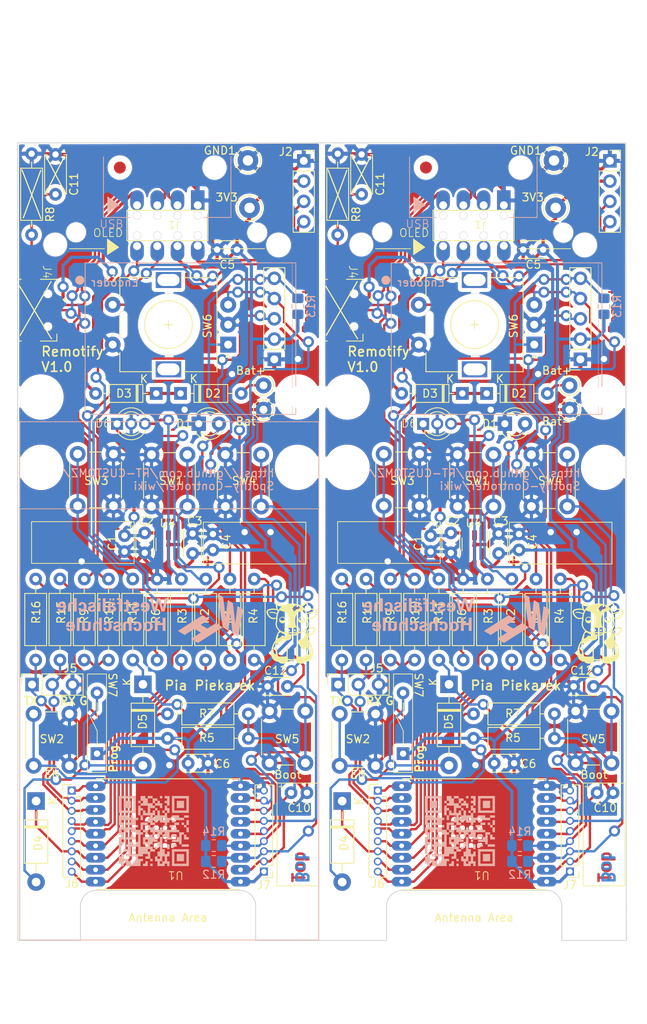
<source format=kicad_pcb>
(kicad_pcb (version 20221018) (generator pcbnew)
  (layers (0 "F.Cu" signal) (31 "B.Cu" signal) (34 "B.Paste" user) (35 "F.Paste" user) (36 "B.SilkS" user "B.Silkscreen") (37 "F.SilkS" user "F.Silkscreen") (38 "B.Mask" user) (39 "F.Mask" user) (44 "Edge.Cuts" user))
  (net 0 "")
  (net 1 "/5V_IN")
  (net 2 "GND")
  (net 3 "+3V3")
  (net 4 "Net-(J4-Shield)")
  (net 5 "/Boot")
  (net 6 "Net-(D1-A)")
  (net 7 "VBUS")
  (net 8 "ENC_CLK")
  (net 9 "ENC_DT")
  (net 10 "ENC_SW")
  (net 11 "MOSI{slash}SDA")
  (net 12 "CLK{slash}SCL")
  (net 14 "Net-(R7-Pad2)")
  (net 15 "/VCC_{BAT}")
  (net 17 "/D-")
  (net 18 "/D+")
  (net 19 "USB_DN")
  (net 20 "USB_DP")
  (net 21 "/Program1")
  (net 22 "Net-(D6-A-Pad1)")
  (net 23 "Net-(D6-A-Pad3)")
  (net 24 "/EN")
  (net 25 "/GPIO2{slash}LED")
  (net 26 "/Button_Left")
  (net 27 "/TX{slash}Button_Right")
  (net 28 "/RX{slash}Button_Middle")
  (net 29 "/DUOLED_1")
  (net 30 "/DUOLED_2")
  (net 31 "/GPIO10")
  (net 32 "/USR_BTN_LEFT")
  (net 33 "USR_BTN_MIDDLE")
  (net 34 "USR_BTN_RIGHT")
  (footprint "Capacitor_THT:C_Disc_D4.7mm_W2.5mm_P5.00mm" (layer "F.Cu") (at 71.5008 43.95 -90)
    (fp_text reference "C11")
    (fp_text value "4n7")
  )
  (footprint "Capacitor_THT:C_Disc_D3.0mm_W2.0mm_P2.50mm" (layer "F.Cu") (at 53.36 55.88)
    (fp_text reference "C5")
    (fp_text value "100n")
  )
  (footprint "Pia_Lib:C_Radial_D5.0mm_H11.0mm_P2.00mm_liegend" (layer "F.Cu") (at 80.164001 91.739998 -90)
    (fp_text reference "C1")
    (fp_text value "1u")
  )
  (footprint "Button_Switch_THT:SW_PUSH_6mm_H7.3mm" (layer "F.Cu") (at 88.051 81.586 -90)
    (fp_text reference "SW1")
    (fp_text value "SW_Push")
  )
  (footprint "Capacitor_THT:C_Disc_D3.0mm_W2.0mm_P2.50mm" (layer "F.Cu") (at 88.1486 120.2766)
    (fp_text reference "C6")
    (fp_text value "100n")
  )
  (footprint "Capacitor_THT:C_Disc_D3.0mm_W2.0mm_P2.50mm" (layer "F.Cu") (at 88.714001 93.98 90)
    (fp_text reference "C3")
    (fp_text value "100n")
  )
  (footprint "Resistor_THT:R_Axial_DIN0207_L6.3mm_D2.5mm_P10.16mm_Horizontal" (layer "F.Cu") (at 58.0136 107.3404 90)
    (fp_text reference "R4")
    (fp_text value "10k")
  )
  (footprint "Button_Switch_THT:SW_PUSH_6mm_H4.3mm" (layer "F.Cu") (at 102.87 113.7491 -90)
    (fp_text reference "SW5")
    (fp_text value "Boot")
  )
  (footprint "Button_Switch_THT:SW_PUSH_6mm_H7.3mm" (layer "F.Cu") (at 74.28 88 90)
    (fp_text reference "SW3")
    (fp_text value "SW_Push")
  )
  (footprint "Resistor_THT:R_Axial_DIN0207_L6.3mm_D2.5mm_P10.16mm_Horizontal" (layer "F.Cu") (at 51.9176 107.3404 90)
    (fp_text reference "R2")
    (fp_text value "100R")
  )
  (footprint "Connector_PinHeader_1.27mm:PinHeader_1x09_P1.27mm_Vertical" (layer "F.Cu") (at 35.1028 123.708)
    (fp_text reference "J6")
    (fp_text value "Conn_01x09_Pin")
  )
  (footprint "Fiducial:Fiducial_1.5mm_Mask3mm" (layer "F.Cu") (at 101.88 139.6)
    (fp_text reference "FID2" hide)
    (fp_text value "Fiducial")
  )
  (footprint "Connector_PinSocket_2.54mm:PinSocket_1x03_P2.54mm_Vertical" (layer "F.Cu") (at 68.5544 110.4138 90)
    (fp_text reference "J5")
    (fp_text value "Conn_01x03")
  )
  (footprint "Fiducial:Fiducial_1.5mm_Mask3mm" (layer "F.Cu") (at 63.45 139.6)
    (fp_text reference "FID2" hide)
    (fp_text value "Fiducial")
  )
  (footprint "Pia_Lib:C_Radial_D5.0mm_H11.0mm_P2.00mm_liegend" (layer "F.Cu") (at 52.832 93.539999 90)
    (fp_text reference "C4")
    (fp_text value "1u")
  )
  (footprint "Button_Switch_THT:SW_PUSH_6mm_H7.3mm" (layer "F.Cu") (at 58.892 81.586 -90)
    (fp_text reference "SW4")
    (fp_text value "SW_Push")
  )
  (footprint "Fiducial:Fiducial_1.5mm_Mask3mm" (layer "F.Cu") (at 31.25 139.6)
    (fp_text reference "FID3" hide)
    (fp_text value "Fiducial")
  )
  (footprint "Button_Switch_THT:SW_PUSH_6mm_H4.3mm" (layer "F.Cu") (at 30.32 120.59 90)
    (fp_text reference "SW2")
    (fp_text value "SW_Push")
  )
  (footprint "Capacitor_THT:C_Disc_D4.7mm_W2.5mm_P5.00mm" (layer "F.Cu") (at 33.0708 43.95 -90)
    (fp_text reference "C11")
    (fp_text value "4n7")
  )
  (footprint "Pia_Lib:C_Radial_D5.0mm_H11.0mm_P2.00mm_liegend" (layer "F.Cu") (at 101.0664 123.9774)
    (fp_text reference "C10")
    (fp_text value "1u")
  )
  (footprint "Pia_Lib:C_Radial_D5.0mm_H11.0mm_P2.00mm_liegend" (layer "F.Cu") (at 41.734001 91.739998 -90)
    (fp_text reference "C1")
    (fp_text value "1u")
  )
  (footprint "Fiducial:Fiducial_1.5mm_Mask3mm" (layer "F.Cu") (at 79.578 45.593)
    (fp_text reference "FID1" hide)
    (fp_text value "Fiducial")
  )
  (footprint "Resistor_THT:R_Axial_DIN0207_L6.3mm_D2.5mm_P10.16mm_Horizontal" (layer "F.Cu") (at 95.71 114.09 180)
    (fp_text reference "R7")
    (fp_text value "22R")
  )
  (footprint "Connector_PinSocket_2.54mm:PinSocket_1x04_P2.54mm_Vertical" (layer "F.Cu") (at 102.6666 44.7548)
    (fp_text reference "J2")
    (fp_text value "Conn_01x04")
  )
  (footprint "Resistor_THT:R_Axial_DIN0207_L6.3mm_D2.5mm_P10.16mm_Horizontal" (layer "F.Cu") (at 54.9656 107.3404 90)
    (fp_text reference "R1")
    (fp_text value "300R")
  )
  (footprint "LED_THT:LED_D3.0mm" (layer "F.Cu") (at 51.054 77.712)
    (fp_text reference "D1")
    (fp_text value "LED")
  )
  (footprint "Button_Switch_THT:SW_PUSH_6mm_H4.3mm" (layer "F.Cu") (at 68.75 120.59 90)
    (fp_text reference "SW2")
    (fp_text value "SW_Push")
  )
  (footprint "Capacitor_THT:C_Disc_D3.0mm_W2.0mm_P2.50mm" (layer "F.Cu") (at 98.12 110.65)
    (fp_text reference "C12")
    (fp_text value "100n")
  )
  (footprint "Diode_THT:D_DO-41_SOD81_P10.16mm_Horizontal" (layer "F.Cu") (at 69.0624 125.0188 -90)
    (fp_text reference "D4")
    (fp_text value "1N5819")
  )
  (footprint "Pia_Lib:Drahtschalter" (layer "F.Cu") (at 73.736 116.0272 90)
    (fp_text reference "SW7")
    (fp_text value "SW_DIP_x01")
  )
  (footprint "Pia_Lib:ESP32_C3_Wroom_02-easysolder" (layer "F.Cu") (at 47.2 146.5892 180)
    (fp_text reference "U1")
    (fp_text value "ESP32-C3-WROOM-02")
  )
  (footprint "Pia_Lib:USB_C_and_Oled" (layer "F.Cu") (at 89.357 52.8974 180)
    (fp_text reference "J1")
    (fp_text value "Conn_02x04_Top_Bottom")
    (fp_circle (center -10.15 -2.4) (end -8.949942 -3.397253) (stroke (width 0.05)) (fill none) (layer "Edge.Cuts"))
    (fp_circle (center -7.4676 -0.862) (end -8.7052 -0.6204) (stroke (width 0.05)) (fill none) (layer "Edge.Cuts"))
    (fp_circle (center -2.1082 7.3) (end -0.579973 7.3) (stroke (width 0.05)) (fill none) (layer "Edge.Cuts"))
    (fp_circle (center 0 -1.23) (end 0.5 -1.23) (stroke (width 0.05)) (fill none) (layer "Edge.Cuts"))
    (fp_circle (center 0 1.31) (end 0.5 1.31) (stroke (width 0.05)) (fill none) (layer "Edge.Cuts"))
    (fp_circle (center 2.54 -1.23) (end 3.04 -1.23) (stroke (width 0.05)) (fill none) (layer "Edge.Cuts"))
    (fp_circle (center 2.54 1.31) (end 3.04 1.31) (stroke (width 0.05)) (fill none) (layer "Edge.Cuts"))
    (fp_circle (center 5.08 -1.23) (end 5.58 -1.23) (stroke (width 0.05)) (fill none) (layer "Edge.Cuts"))
    (fp_circle (center 5.08 1.31) (end 5.58 1.31) (stroke (width 0.05)) (fill none) (layer "Edge.Cuts"))
    (fp_circle (center 7.62 -1.23) (end 8.12 -1.23) (stroke (width 0.05)) (fill none) (layer "Edge.Cuts"))
    (fp_circle (center 7.62 1.31) (end 8.12 1.31) (stroke (width 0.05)) (fill none) (layer "Edge.Cuts"))
    (fp_circle (center 9.783227 7.3) (end 11.311454 7.3) (stroke (width 0.05)) (fill none) (layer "Edge.Cuts"))
    (fp_circle (center 15.273224 -0.811093) (end 14.0532 -1.1284) (stroke (width 0.05)) (fill none) (layer "Edge.Cuts"))
    (fp_circle (center 17.890824 -2.349093) (end 17.1704 -3.6684) (stroke (width 0.05)) (fill none) (layer "Edge.Cuts"))
  )
  (footprint "Connector_Pin:Pin_D1.0mm_L10.0mm" (layer "F.Cu") (at 97.612 75.946)
    (fp_text reference "TP2" hide)
    (fp_text value "Bat-")
  )
  (footprint "Rotary_Encoder:RotaryEncoder_Alps_EC11E-Switch_Vertical_H20mm" (layer "F.Cu") (at 54.748 67.79 180)
    (fp_text reference "SW6")
    (fp_text value "RotaryEncoder_Switch")
  )
  (footprint "Diode_THT:D_DO-35_SOD27_P7.62mm_Horizontal" (layer "F.Cu") (at 84.15 73.914 180)
    (fp_text reference "D3")
    (fp_text value "1N4148")
  )
  (footprint "Capacitor_THT:C_Disc_D3.0mm_W2.0mm_P2.50mm" (layer "F.Cu") (at 91.79 55.88)
    (fp_text reference "C5")
    (fp_text value "100n")
  )
  (footprint "MountingHole:MountingHole_2.7mm_M2.5" (layer "F.Cu") (at 101.88 83.18)
    (fp_text reference "H5" hide)
    (fp_text value "MountingHole")
  )
  (footprint "Resistor_THT:R_Axial_DIN0207_L6.3mm_D2.5mm_P10.16mm_Horizontal" (layer "F.Cu") (at 39.7256 97.1804 -90)
    (fp_text reference "R10")
    (fp_text value "22R")
  )
  (footprint "Diode_THT:D_DO-41_SOD81_P10.16mm_Horizontal" (layer "F.Cu") (at 82.4736 110.3884 -90)
    (fp_text reference "D5")
    (fp_text value "1N5819")
  )
  (footprint "Connector_PinHeader_1.27mm:PinHeader_1x09_P1.27mm_Vertical" (layer "F.Cu") (at 97.6628 133.858 180)
    (fp_text reference "J7")
    (fp_text value "Conn_01x09_Pin")
  )
  (footprint "LOGO" (layer "F.Cu") (at 62.7634 103.9368)
    (fp_text reference "G***" hide)
    (fp_text value "LOGO" hide)
  )
  (footprint "Resistor_THT:R_Axial_DIN0207_L6.3mm_D2.5mm_P10.16mm_Horizontal" (layer "F.Cu") (at 85.557801 117.1524)
    (fp_text reference "R5")
    (fp_text value "10k")
  )
  (footprint "Resistor_THT:R_Axial_DIN0207_L6.3mm_D2.5mm_P10.16mm_Horizontal" (layer "F.Cu") (at 81.2036 107.3404 90)
    (fp_text reference "R11")
    (fp_text value "300R")
  )
  (footprint "Pia_Lib:Encoder KY-040" (layer "F.Cu") (at 85.77 65.29 180)
    (fp_text reference "J3")
    (fp_text value "Conn_01x05_Socket")
    (fp_line (start 5.2324 -1.1792) (end 5.2324 1.2084) (stroke (width 0.05)) (layer "Edge.Cuts"))
    (fp_line (start 6.2484 1.2084) (end 6.2484 -1.1792) (stroke (width 0.05)) (layer "Edge.Cuts"))
    (fp_arc (start 5.2324 -1.1792) (mid 5.7404 -1.6872) (end 6.2484 -1.1792) (stroke (width 0.05)) (layer "Edge.Cuts"))
    (fp_arc (start 6.2484 1.2084) (mid 5.7404 1.7164) (end 5.2324 1.2084) (stroke (width 0.05)) (layer "Edge.Cuts"))
    (fp_circle (center 0 0) (end 3.9 0) (stroke (width 0.05)) (fill none) (layer "Edge.Cuts"))
  )
  (footprint "Connector_Pin:Pin_D1.0mm_L10.0mm" (layer "F.Cu") (at 59.182 72.912)
    (fp_text reference "TP1" hide)
    (fp_text value "Bat+")
  )
  (footprint "Connector_PinSocket_2.54mm:PinSocket_1x04_P2.54mm_Vertical" (layer "F.Cu") (at 64.2366 44.7548)
    (fp_text reference "J2")
    (fp_text value "Conn_01x04")
  )
  (footprint "Connector_PinHeader_1.27mm:PinHeader_1x09_P1.27mm_Vertical" (layer "F.Cu") (at 73.5328 123.708)
    (fp_text reference "J6")
    (fp_text value "Conn_01x09_Pin")
  )
  (footprint "Diode_THT:D_DO-41_SOD81_P10.16mm_Horizontal" (layer "F.Cu") (at 30.6324 125.0188 -90)
    (fp_text reference "D4")
    (fp_text value "1N5819")
  )
  (footprint "MountingHole:MountingHole_2.7mm_M2.5" (layer "F.Cu") (at 63.45 139.6)
    (fp_text reference "H4" hide)
    (fp_text value "MountingHole")
  )
  (footprint "Resistor_THT:R_Axial_DIN0207_L6.3mm_D2.5mm_P10.16mm_Horizontal" (layer "F.Cu") (at 36.6776 97.1804 -90)
    (fp_text reference "R9")
    (fp_text value "22R")
  )
  (footprint "Connector_Pin:Pin_D1.3mm_L11.0mm" (layer "F.Cu") (at 57.4294 50.6476 180)
    (fp_text reference "3V3")
    (fp_text value "3V3")
  )
  (footprint "Pia_Lib:USB_B_Micro_CN" (layer "F.Cu") (at 73.452 63.0725 -90)
    (fp_text reference "J4")
    (fp_text value "USB_B_Micro")
  )
  (footprint "Resistor_THT:R_Axial_DIN0207_L6.3mm_D2.5mm_P10.16mm_Horizontal" (layer "F.Cu") (at 93.3956 107.3404 90)
    (fp_text reference "R1")
    (fp_text value "300R")
  )
  (footprint "Pia_Lib:Drahtschalter" (layer "F.Cu") (at 35.306 116.0272 90)
    (fp_text reference "SW7")
    (fp_text value "SW_DIP_x01")
  )
  (footprint "Pia_Lib:C_Radial_D5.0mm_H11.0mm_P2.00mm_liegend" (layer "F.Cu") (at 91.262 93.539999 90)
    (fp_text reference "C4")
    (fp_text value "1u")
  )
  (footprint "Fiducial:Fiducial_1.5mm_Mask3mm" (layer "F.Cu") (at 69.68 139.6)
    (fp_text reference "FID3" hide)
    (fp_text value "Fiducial")
  )
  (footprint "Button_Switch_THT:SW_PUSH_6mm_H7.3mm" (layer "F.Cu") (at 35.85 88 90)
    (fp_text reference "SW3")
    (fp_text value "SW_Push")
  )
  (footprint "Pia_Lib:LED-3Pin" (layer "F.Cu") (at 42.6212 77.5716)
    (fp_text reference "D6")
    (fp_text value "Zweifarb-LED")
  )
  (footprint "Pia_Lib:C_Radial_D5.0mm_H11.0mm_P2.00mm_liegend" (layer "F.Cu") (at 62.6364 123.9774)
    (fp_text reference "C10")
    (fp_text value "1u")
  )
  (footprint "Button_Switch_THT:SW_PUSH_6mm_H7.3mm" (layer "F.Cu") (at 49.621 81.586 -90)
    (fp_text reference "SW1")
    (fp_text value "SW_Push")
  )
  (footprint "Connector_PinHeader_1.27mm:PinHeader_1x09_P1.27mm_Vertical" (layer "F.Cu") (at 59.2328 133.858 180)
    (fp_text reference "J7")
    (fp_text value "Conn_01x09_Pin")
  )
  (footprint "Resistor_THT:R_Axial_DIN0207_L6.3mm_D2.5mm_P10.16mm_Horizontal" (layer "F.Cu") (at 30.5816 97.1804 -90)
    (fp_text reference "R16")
    (fp_text value "300R")
  )
  (footprint "Resistor_THT:R_Axial_DIN0207_L6.3mm_D2.5mm_P10.16mm_Horizontal" (layer "F.Cu") (at 42.7736 107.3404 90)
    (fp_text reference "R11")
    (fp_text value "300R")
  )
  (footprint "Capacitor_THT:C_Disc_D3.0mm_W2.0mm_P2.50mm" (layer "F.Cu") (at 59.69 110.65)
    (fp_text reference "C12")
    (fp_text value "100n")
  )
  (footprint "Connector_Pin:Pin_D1.3mm_L11.0mm" (layer "F.Cu") (at 57.2262 44.704)
    (fp_text reference "GND1")
    (fp_text value "GND")
  )
  (footprint "Package_TO_SOT_SMD:SOT-23-5" (layer "F.Cu") (at 85.675601 92.839099 -90)
    (fp_text reference "U4")
    (fp_text value "AP2112K-3.3")
  )
  (footprint "Connector_Pin:Pin_D1.3mm_L11.0mm" (layer "F.Cu") (at 95.8594 50.6476 180)
    (fp_text reference "3V3")
    (fp_text value "3V3")
  )
  (footprint "Resistor_THT:R_Axial_DIN0207_L6.3mm_D2.5mm_P10.16mm_Horizontal" (layer "F.Cu") (at 45.8216 107.3404 90)
    (fp_text reference "R6")
    (fp_text value "10K")
  )
  (footprint "Resistor_THT:R_Axial_DIN0207_L6.3mm_D2.5mm_P10.16mm_Horizontal" (layer "F.Cu") (at 78.1556 97.1804 -90)
    (fp_text reference "R10")
    (fp_text value "22R")
  )
  (footprint "Rotary_Encoder:RotaryEncoder_Alps_EC11E-Switch_Vertical_H20mm" (layer "F.Cu") (at 93.178 67.79 180)
    (fp_text reference "SW6")
    (fp_text value "RotaryEncoder_Switch")
  )
  (footprint "LOGO" (layer "F.Cu") (at 101.1934 103.9368)
    (fp_text reference "G***" hide)
    (fp_text value "LOGO" hide)
  )
  (footprint "Pia_Lib:USB_B_Micro_CN" (layer "F.Cu") (at 35.022 63.0725 -90)
    (fp_text reference "J4")
    (fp_text value "USB_B_Micro")
  )
  (footprint "Pia_Lib:ESP32_C3_Wroom_02-easysolder" (layer "F.Cu") (at 85.63 146.5892 180)
    (fp_text reference "U1")
    (fp_text value "ESP32-C3-WROOM-02")
  )
  (footprint "Resistor_THT:R_Axial_DIN0207_L6.3mm_D2.5mm_P10.16mm_Horizontal" (layer "F.Cu") (at 75.1076 97.1804 -90)
    (fp_text reference "R9")
    (fp_text value "22R")
  )
  (footprint "Resistor_THT:R_Axial_DIN0207_L6.3mm_D2.5mm_P10.16mm_Horizontal" (layer "F.Cu") (at 48.8696 107.3404 90)
    (fp_text reference "R3")
    (fp_text value "100R")
  )
  (footprint "Button_Switch_THT:SW_PUSH_6mm_H4.3mm" (layer "F.Cu") (at 64.44 113.7491 -90)
    (fp_text reference "SW5")
    (fp_text value "Boot")
  )
  (footprint "MountingHole:MountingHole_2.7mm_M2.5" (layer "F.Cu") (at 63.45 83.18)
    (fp_text reference "H5" hide)
    (fp_text value "MountingHole")
  )
  (footprint "LED_THT:LED_D3.0mm" (layer "F.Cu") (at 89.484 77.712)
    (fp_text reference "D1")
    (fp_text value "LED")
  )
  (footprint "MountingHole:MountingHole_2.7mm_M2.5" (layer "F.Cu") (at 69.68 139.6)
    (fp_text reference "H1" hide)
    (fp_text value "MountingHole")
  )
  (footprint "Resistor_THT:R_Axial_DIN0207_L6.3mm_D2.5mm_P10.16mm_Horizontal" (layer "F.Cu") (at 68.5 54.019999 90)
    (fp_text reference "R8")
    (fp_text value "1M")
  )
  (footprint "Connector_Pin:Pin_D1.0mm_L10.0mm" (layer "F.Cu") (at 59.182 75.946)
    (fp_text reference "TP2" hide)
    (fp_text value "Bat-")
  )
  (footprint "Capacitor_THT:C_Disc_D3.0mm_W2.0mm_P2.50mm" (layer "F.Cu") (at 49.7186 120.2766)
    (fp_text reference "C6")
    (fp_text value "100n")
  )
  (footprint "Resistor_THT:R_Axial_DIN0207_L6.3mm_D2.5mm_P10.16mm_Horizontal" (layer "F.Cu") (at 47.127801 117.1524)
    (fp_text reference "R5")
    (fp_text value "10k")
  )
  (footprint "Fiducial:Fiducial_1.5mm_Mask3mm" (layer "F.Cu") (at 41.148 45.593)
    (fp_text reference "FID1" hide)
    (fp_text value "Fiducial")
  )
  (footprint "Diode_THT:D_DO-35_SOD27_P7.62mm_Horizontal" (layer "F.Cu") (at 45.72 73.914 180)
    (fp_text reference "D3")
    (fp_text value "1N4148")
  )
  (footprint "Resistor_THT:R_Axial_DIN0207_L6.3mm_D2.5mm_P10.16mm_Horizontal" (layer "F.Cu") (at 33.6296 97.1804 -90)
    (fp_text reference "R15")
    (fp_text value "300R")
  )
  (footprint "MountingHole:MountingHole_2.7mm_M2.5" (layer "F.Cu") (at 31.25 139.6)
    (fp_text reference "H1" hide)
    (fp_text value "MountingHole")
  )
  (footprint "Pia_Lib:LED-3Pin" (layer "F.Cu") (at 81.0512 77.5716)
    (fp_text reference "D6")
    (fp_text value "Zweifarb-LED")
  )
  (footprint "Pia_Lib:Encoder KY-040" (layer "F.Cu") (at 47.34 65.29 180)
    (fp_text reference "J3")
    (fp_text value "Conn_01x05_Socket")
    (fp_line (start 5.2324 -1.1792) (end 5.2324 1.2084) (stroke (width 0.05)) (layer "Edge.Cuts"))
    (fp_line (start 6.2484 1.2084) (end 6.2484 -1.1792) (stroke (width 0.05)) (layer "Edge.Cuts"))
    (fp_arc (start 5.2324 -1.1792) (mid 5.7404 -1.6872) (end 6.2484 -1.1792) (stroke (width 0.05)) (layer "Edge.Cuts"))
    (fp_arc (start 6.2484 1.2084) (mid 5.7404 1.7164) (end 5.2324 1.2084) (stroke (width 0.05)) (layer "Edge.Cuts"))
    (fp_circle (center 0 0) (end 3.9 0) (stroke (width 0.05)) (fill none) (layer "Edge.Cuts"))
  )
  (footprint "MountingHole:MountingHole_2.7mm_M2.5" (layer "F.Cu") (at 101.88 139.6)
    (fp_text reference "H4" hide)
    (fp_text value "MountingHole")
  )
  (footprint "Button_Switch_THT:SW_PUSH_6mm_H7.3mm" (layer "F.Cu") (at 97.322 81.586 -90)
    (fp_text reference "SW4")
    (fp_text value "SW_Push")
  )
  (footprint "Diode_THT:D_DO-35_SOD27_P7.62mm_Horizontal" (layer "F.Cu") (at 87.198 73.914)
    (fp_text reference "D2")
    (fp_text value "1N4148")
  )
  (footprint "Connector_Pin:Pin_D1.3mm_L11.0mm" (layer "F.Cu") (at 95.6562 44.704)
    (fp_text reference "GND1")
    (fp_text value "GND")
  )
  (footprint "Resistor_THT:R_Axial_DIN0207_L6.3mm_D2.5mm_P10.16mm_Horizontal" (layer "F.Cu") (at 90.3476 107.3404 90)
    (fp_text reference "R2")
    (fp_text value "100R")
  )
  (footprint "Capacitor_THT:C_Disc_D3.0mm_W2.0mm_P2.50mm" (layer "F.Cu") (at 44.274001 91.399999 -90)
    (fp_text reference "C2")
    (fp_text value "100n")
  )
  (footprint "MountingHole:MountingHole_2.7mm_M2.5" (layer "F.Cu") (at 69.68 83.18)
    (fp_text reference "H6" hide)
    (fp_text value "MountingHole")
  )
  (footprint "Connector_PinSocket_2.54mm:PinSocket_1x03_P2.54mm_Vertical" (layer "F.Cu") (at 30.1244 110.4138 90)
    (fp_text reference "J5")
    (fp_text value "Conn_01x03")
  )
  (footprint "Resistor_THT:R_Axial_DIN0207_L6.3mm_D2.5mm_P10.16mm_Horizontal" (layer "F.Cu") (at 96.4436 107.3404 90)
    (fp_text reference "R4")
    (fp_text value "10k")
  )
  (footprint "Capacitor_THT:C_Disc_D3.0mm_W2.0mm_P2.50mm" (layer "F.Cu") (at 50.284001 93.98 90)
    (fp_text reference "C3")
    (fp_text value "100n")
  )
  (footprint "Pia_Lib:USB_C_and_Oled" (layer "F.Cu") (at 50.927 52.8974 180)
    (fp_text reference "J1")
    (fp_text value "Conn_02x04_Top_Bottom")
    (fp_circle (center -10.15 -2.4) (end -8.949942 -3.397253) (stroke (width 0.05)) (fill none) (layer "Edge.Cuts"))
    (fp_circle (center -7.4676 -0.862) (end -8.7052 -0.6204) (stroke (width 0.05)) (fill none) (layer "Edge.Cuts"))
    (fp_circle (center -2.1082 7.3) (end -0.579973 7.3) (stroke (width 0.05)) (fill none) (layer "Edge.Cuts"))
    (fp_circle (center 0 -1.23) (end 0.5 -1.23) (stroke (width 0.05)) (fill none) (layer "Edge.Cuts"))
    (fp_circle (center 0 1.31) (end 0.5 1.31) (stroke (width 0.05)) (fill none) (layer "Edge.Cuts"))
    (fp_circle (center 2.54 -1.23) (end 3.04 -1.23) (stroke (width 0.05)) (fill none) (layer "Edge.Cuts"))
    (fp_circle (center 2.54 1.31) (end 3.04 1.31) (stroke (width 0.05)) (fill none) (layer "Edge.Cuts"))
    (fp_circle (center 5.08 -1.23) (end 5.58 -1.23) (stroke (width 0.05)) (fill none) (layer "Edge.Cuts"))
    (fp_circle (center 5.08 1.31) (end 5.58 1.31) (stroke (width 0.05)) (fill none) (layer "Edge.Cuts"))
    (fp_circle (center 7.62 -1.23) (end 8.12 -1.23) (stroke (width 0.05)) (fill none) (layer "Edge.Cuts"))
    (fp_circle (center 7.62 1.31) (end 8.12 1.31) (stroke (width 0.05)) (fill none) (layer "Edge.Cuts"))
    (fp_circle (center 9.783227 7.3) (end 11.311454 7.3) (stroke (width 0.05)) (fill none) (layer "Edge.Cuts"))
    (fp_circle (center 15.273224 -0.811093) (end 14.0532 -1.1284) (stroke (width 0.05)) (fill none) (layer "Edge.Cuts"))
    (fp_circle (center 17.890824 -2.349093) (end 17.1704 -3.6684) (stroke (width 0.05)) (fill none) (layer "Edge.Cuts"))
  )
  (footprint "Resistor_THT:R_Axial_DIN0207_L6.3mm_D2.5mm_P10.16mm_Horizontal" (layer "F.Cu") (at 72.0596 97.1804 -90)
    (fp_text reference "R15")
    (fp_text value "300R")
  )
  (footprint "Diode_THT:D_DO-41_SOD81_P10.16mm_Horizontal" (layer "F.Cu") (at 44.0436 110.3884 -90)
    (fp_text reference "D5")
    (fp_text value "1N5819")
  )
  (footprint "Connector_Pin:Pin_D1.0mm_L10.0mm" (layer "F.Cu") (at 97.612 72.912)
    (fp_text reference "TP1" hide)
    (fp_text value "Bat+")
  )
  (footprint "MountingHole:MountingHole_2.7mm_M2.5" (layer "F.Cu") (at 31.25 83.18)
    (fp_text reference "H6" hide)
    (fp_text value "MountingHole")
  )
  (footprint "Diode_THT:D_DO-35_SOD27_P7.62mm_Horizontal" (layer "F.Cu") (at 48.768 73.914)
    (fp_text reference "D2")
    (fp_text value "1N4148")
  )
  (footprint "Resistor_THT:R_Axial_DIN0207_L6.3mm_D2.5mm_P10.16mm_Horizontal" (layer "F.Cu") (at 30.07 54.019999 90)
    (fp_text reference "R8")
    (fp_text value "1M")
  )
  (footprint "Resistor_THT:R_Axial_DIN0207_L6.3mm_D2.5mm_P10.16mm_Horizontal" (layer "F.Cu") (at 57.28 114.09 180)
    (fp_text reference "R7")
    (fp_text value "22R")
  )
  (footprint "Resistor_THT:R_Axial_DIN0207_L6.3mm_D2.5mm_P10.16mm_Horizontal" (layer "F.Cu") (at 87.2996 107.3404 90)
    (fp_text reference "R3")
    (fp_text value "100R")
  )
  (footprint "Resistor_THT:R_Axial_DIN0207_L6.3mm_D2.5mm_P10.16mm_Horizontal" (layer "F.Cu") (at 69.0116 97.1804 -90)
    (fp_text reference "R16")
    (fp_text value "300R")
  )
  (footprint "Package_TO_SOT_SMD:SOT-23-5" (layer "F.Cu") (at 47.245601 92.839099 -90)
    (fp_text reference "U4")
    (fp_text value "AP2112K-3.3")
  )
  (footprint "Capacitor_THT:C_Disc_D3.0mm_W2.0mm_P2.50mm" (layer "F.Cu") (at 82.704001 91.399999 -90)
    (fp_text reference "C2")
    (fp_text value "100n")
  )
  (footprint "Resistor_THT:R_Axial_DIN0207_L6.3mm_D2.5mm_P10.16mm_Horizontal" (layer "F.Cu") (at 84.2516 107.3404 90)
    (fp_text reference "R6")
    (fp_text value "10K")
  )
  (footprint "MountingHole:MountingHole_2.7mm_M2.5" (layer "B.Cu") (at 63.45 74.36 180)
    (fp_text reference "H2" hide)
    (fp_text value "MountingHole")
  )
  (footprint "MountingHole:MountingHole_2.7mm_M2.5" (layer "B.Cu") (at 69.68 74.36 180)
    (fp_text reference "H3" hide)
    (fp_text value "MountingHole")
  )
  (footprint "Resistor_SMD:R_0805_2012Metric_Pad1.20x1.40mm_HandSolder" (layer "B.Cu") (at 52.9336 130.6068)
    (fp_text reference "R14")
    (fp_text value "10k")
  )
  (footprint "LOGO" (layer "B.Cu") (at 44.900562 102.050221 180)
    (fp_text reference "G***" hide)
    (fp_text value "LOGO" hide)
  )
  (footprint "Resistor_SMD:R_0805_2012Metric_Pad1.20x1.40mm_HandSolder" (layer "B.Cu") (at 101.93 62.992 90)
    (fp_text reference "R13")
    (fp_text value "10k")
  )
  (footprint "MountingHole:MountingHole_2.7mm_M2.5" (layer "B.Cu") (at 31.25 74.36 180)
    (fp_text reference "H3" hide)
    (fp_text value "MountingHole")
  )
  (footprint "LOGO" (layer "B.Cu") (at 83.330562 102.050221 180)
    (fp_text reference "G***" hide)
    (fp_text value "LOGO" hide)
  )
  (footprint "Resistor_SMD:R_0805_2012Metric_Pad1.20x1.40mm_HandSolder" (layer "B.Cu") (at 52.9336 132.588)
    (fp_text reference "R12")
    (fp_text value "10k")
  )
  (footprint "Pia_Lib:Battery_holder" (layer "B.Cu") (at 50.9202 115.36 90)
    (fp_text reference "BT1" hide)
    (fp_text value "Battery_Holder")
  )
  (footprint "Pia_Lib:QRCode1x1" (layer "B.Cu") (at 83.8452 128.778 180)
    (fp_text reference "G***" hide)
    (fp_text value "LOGO" hide)
  )
  (footprint "Resistor_SMD:R_0805_2012Metric_Pad1.20x1.40mm_HandSolder" (layer "B.Cu") (at 91.3636 132.588)
    (fp_text reference "R12")
    (fp_text value "10k")
  )
  (footprint "MountingHole:MountingHole_2.7mm_M2.5" (layer "B.Cu") (at 101.88 74.36 180)
    (fp_text reference "H2" hide)
    (fp_text value "MountingHole")
  )
  (footprint "Resistor_SMD:R_0805_2012Metric_Pad1.20x1.40mm_HandSolder" (layer "B.Cu") (at 91.3636 130.6068)
    (fp_text reference "R14")
    (fp_text value "10k")
  )
  (footprint "Resistor_SMD:R_0805_2012Metric_Pad1.20x1.40mm_HandSolder" (layer "B.Cu") (at 63.5 62.992 90)
    (fp_text reference "R13")
    (fp_text value "10k")
  )
  (footprint "Pia_Lib:QRCode1x1" (layer "B.Cu") (at 45.4152 128.778 180)
    (fp_text reference "G***" hide)
    (fp_text value "LOGO" hide)
  )
  (gr_circle (center 74.5488 59.7154) (end 75.032068 59.7154) (stroke (width 0.15)) (fill solid) (layer "B.SilkS"))
  (gr_circle (center 36.1188 59.7154) (end 36.602068 59.7154) (stroke (width 0.15)) (fill solid) (layer "B.SilkS"))
  (gr_line (start 28.6512 66.5988) (end 32.512 59.8932) (stroke (width 0.15)) (layer "F.SilkS"))
  (gr_line (start 28.8544 45.8724) (end 31.242 51.9938) (stroke (width 0.15)) (layer "F.SilkS"))
  (gr_line (start 70.3578 48.641) (end 72.6184 44.2214) (stroke (width 0.15)) (layer "F.SilkS"))
  (gr_line (start 30.4292 48.0822) (end 30.4292 48.0822) (stroke (width 0.15)) (layer "F.SilkS"))
  (gr_line (start 67.4622 51.8922) (end 69.6466 45.9486) (stroke (width 0.15)) (layer "F.SilkS"))
  (gr_line (start 32.5628 67.056) (end 28.575 60.4774) (stroke (width 0.15)) (layer "F.SilkS"))
  (gr_line (start 70.9928 67.056) (end 67.005 60.4774) (stroke (width 0.15)) (layer "F.SilkS"))
  (gr_line (start 70.307 44.196) (end 72.6692 48.6664) (stroke (width 0.15)) (layer "F.SilkS"))
  (gr_line (start 68.8592 48.0822) (end 68.8592 48.0822) (stroke (width 0.15)) (layer "F.SilkS"))
  (gr_line (start 29.0322 51.8922) (end 31.2166 45.9486) (stroke (width 0.15)) (layer "F.SilkS"))
  (gr_circle (center 36.118133 59.7154) (end 36.600733 59.7408) (stroke (width 0.15)) (fill solid) (layer "F.SilkS"))
  (gr_line (start 31.877 44.196) (end 34.2392 48.6664) (stroke (width 0.15)) (layer "F.SilkS"))
  (gr_line (start 67.0812 66.5988) (end 70.942 59.8932) (stroke (width 0.15)) (layer "F.SilkS"))
  (gr_line (start 31.9278 48.641) (end 34.1884 44.2214) (stroke (width 0.15)) (layer "F.SilkS"))
  (gr_line (start 67.2844 45.8724) (end 69.672 51.9938) (stroke (width 0.15)) (layer "F.SilkS"))
  (gr_circle (center 74.548133 59.7154) (end 75.030733 59.7408) (stroke (width 0.15)) (fill solid) (layer "F.SilkS"))
  (gr_line (start 66.79 142.5) (end 58.2 142.5) (stroke (width 0.1)) (layer "Edge.Cuts"))
  (gr_line (start 56.2 136.2) (end 38.2 136.2) (stroke (width 0.1)) (layer "Edge.Cuts"))
  (gr_line (start 104.67 42.5) (end 66.73 42.5) (stroke (width 0.1)) (layer "Edge.Cuts"))
  (gr_line (start 66.73 42.5) (end 28.3 42.5) (stroke (width 0.1)) (layer "Edge.Cuts"))
  (gr_line (start 104.73 142.5) (end 104.67 42.5) (stroke (width 0.1)) (layer "Edge.Cuts"))
  (gr_line (start 74.63 142.5) (end 74.63 138.2) (stroke (width 0.1)) (layer "Edge.Cuts"))
  (gr_arc (start 94.63 136.2) (mid 96.044214 136.785786) (end 96.63 138.2) (stroke (width 0.1)) (layer "Edge.Cuts"))
  (gr_arc (start 74.63 138.2) (mid 75.215786 136.785786) (end 76.63 136.2) (stroke (width 0.1)) (layer "Edge.Cuts"))
  (gr_line (start 28.36 142.5) (end 36.2 142.5) (stroke (width 0.1)) (layer "Edge.Cuts"))
  (gr_line (start 66.79 142.5) (end 74.63 142.5) (stroke (width 0.1)) (layer "Edge.Cuts"))
  (gr_line (start 96.63 142.5) (end 96.63 138.2) (stroke (width 0.1)) (layer "Edge.Cuts"))
  (gr_line (start 28.3 42.5) (end 28.36 142.5) (stroke (width 0.1)) (layer "Edge.Cuts"))
  (gr_line (start 94.63 136.2) (end 76.63 136.2) (stroke (width 0.1)) (layer "Edge.Cuts"))
  (gr_line (start 36.2 142.5) (end 36.2 138.2) (stroke (width 0.1)) (layer "Edge.Cuts"))
  (gr_line (start 58.2 142.5) (end 58.2 138.2) (stroke (width 0.1)) (layer "Edge.Cuts"))
  (gr_arc (start 56.2 136.2) (mid 57.614214 136.785786) (end 58.2 138.2) (stroke (width 0.1)) (layer "Edge.Cuts"))
  (gr_line (start 104.73 142.5) (end 96.63 142.5) (stroke (width 0.1)) (layer "Edge.Cuts"))
  (gr_arc (start 36.2 138.2) (mid 36.785786 136.785786) (end 38.2 136.2) (stroke (width 0.1)) (layer "Edge.Cuts"))
  (gr_text "GND" (at 51.689 44.0182) (layer "F.Cu") (effects (font (size 1 1) (thickness 0.2) bold) (justify left bottom)))
  (gr_text "+" (at 89.484 95.8088) (layer "F.Cu") (effects (font (size 1.5 1.5) (thickness 0.3) bold) (justify left bottom)))
  (gr_text "GND" (at 90.119 44.0182) (layer "F.Cu") (effects (font (size 1 1) (thickness 0.2) bold) (justify left bottom)))
  (gr_text "Top" (at 64.516 135.382 90) (layer "F.Cu") (effects (font (size 1.5 1.5) (thickness 0.3) bold) (justify left bottom)))
  (gr_text "+" (at 51.054 95.8088) (layer "F.Cu") (effects (font (size 1.5 1.5) (thickness 0.3) bold) (justify left bottom)))
  (gr_text "Remotify V1.0" (at 65.4558 66.5226 90) (layer "F.Cu") (effects (font (size 1.2 1.2) (thickness 0.2) bold) (justify left bottom)))
  (gr_text "+" (at 61.8998 126.5682) (layer "F.Cu") (effects (font (size 1.5 1.5) (thickness 0.3) bold) (justify left bottom)))
  (gr_text "+" (at 100.3298 126.5682) (layer "F.Cu") (effects (font (size 1.5 1.5) (thickness 0.3) bold) (justify left bottom)))
  (gr_text "3V3" (at 91.643 49.911) (layer "F.Cu") (effects (font (size 1 1) (thickness 0.2) bold) (justify left bottom)))
  (gr_text "+" (at 77.6984 91.6432) (layer "F.Cu") (effects (font (size 1.5 1.5) (thickness 0.3) bold) (justify left bottom)))
  (gr_text "3V3" (at 53.213 49.911) (layer "F.Cu") (effects (font (size 1 1) (thickness 0.2) bold) (justify left bottom)))
  (gr_text "Top" (at 102.946 135.382 90) (layer "F.Cu") (effects (font (size 1.5 1.5) (thickness 0.3) bold) (justify left bottom)))
  (gr_text "Remotify V1.0" (at 103.8858 66.5226 90) (layer "F.Cu") (effects (font (size 1.2 1.2) (thickness 0.2) bold) (justify left bottom)))
  (gr_text "+" (at 39.2684 91.6432) (layer "F.Cu") (effects (font (size 1.5 1.5) (thickness 0.3) bold) (justify left bottom)))
  (gr_text "Bot" (at 101.549 135.509 270) (layer "B.Cu") (effects (font (size 1.5 1.5) (thickness 0.3) bold) (justify left bottom mirror)))
  (gr_text "Bot" (at 63.119 135.509 270) (layer "B.Cu") (effects (font (size 1.5 1.5) (thickness 0.3) bold) (justify left bottom mirror)))
  (gr_text "https://github.com/RT-CUSTOMZ/\nSpotify-Controller/wiki" (at 60.6298 86.106) (layer "B.SilkS") (effects (font (size 1 1)) (justify left bottom mirror)))
  (gr_text "https://github.com/RT-CUSTOMZ/\nSpotify-Controller/wiki" (at 99.0598 86.106) (layer "B.SilkS") (effects (font (size 1 1)) (justify left bottom mirror)))
  (gr_text "Pia Piekarek" (at 46.6344 111.2266) (layer "F.SilkS") (effects (font (size 1.2 1.2) (thickness 0.2) bold) (justify left bottom)))
  (gr_text "Remotify\nV1.0" (at 69.5958 71.2978) (layer "F.SilkS") (effects (font (size 1.2 1.2) (thickness 0.2)) (justify left bottom)))
  (gr_text "TX" (at 28.9814 113.0554) (layer "F.SilkS") (effects (font (size 1 1) (thickness 0.2) bold) (justify left bottom)))
  (gr_text "TX" (at 67.4114 113.0554) (layer "F.SilkS") (effects (font (size 1 1) (thickness 0.2) bold) (justify left bottom)))
  (gr_text "Boot" (at 60.452 122.301) (layer "F.SilkS") (effects (font (size 1 1)) (justify left bottom)))
  (gr_text "Prog" (at 40.9448 121.5644 90) (layer "F.SilkS") (effects (font (size 1 1) (thickness 0.2) bold) (justify left bottom)))
  (gr_text "Pia Piekarek" (at 85.0644 111.2266) (layer "F.SilkS") (effects (font (size 1.2 1.2) (thickness 0.2) bold) (justify left bottom)))
  (gr_text "Bat-" (at 55.626 78.0034) (layer "F.SilkS") (effects (font (size 1 1)) (justify left bottom)))
  (gr_text "EN" (at 70.0022 122.301) (layer "F.SilkS") (effects (font (size 1 1)) (justify left bottom)))
  (gr_text "EN" (at 31.5722 122.301) (layer "F.SilkS") (effects (font (size 1 1)) (justify left bottom)))
  (gr_text "Boot" (at 98.882 122.301) (layer "F.SilkS") (effects (font (size 1 1)) (justify left bottom)))
  (gr_text "Bat+" (at 55.626 71.628) (layer "F.SilkS") (effects (font (size 1 1)) (justify left bottom)))
  (gr_text "Bat+" (at 94.056 71.628) (layer "F.SilkS") (effects (font (size 1 1)) (justify left bottom)))
  (gr_text "RX" (at 33.5026 113.0554) (layer "F.SilkS") (effects (font (size 1 1) (thickness 0.2) bold) (justify left bottom)))
  (gr_text "G" (at 35.941 113.0554) (layer "F.SilkS") (effects (font (size 1 1) (thickness 0.2) bold) (justify left bottom)))
  (gr_text "Remotify\nV1.0" (at 31.1658 71.2978) (layer "F.SilkS") (effects (font (size 1.2 1.2) (thickness 0.2)) (justify left bottom)))
  (gr_text "RX" (at 71.9326 113.0554) (layer "F.SilkS") (effects (font (size 1 1) (thickness 0.2) bold) (justify left bottom)))
  (gr_text "G" (at 74.371 113.0554) (layer "F.SilkS") (effects (font (size 1 1) (thickness 0.2) bold) (justify left bottom)))
  (gr_text "Bat-" (at 94.056 78.0034) (layer "F.SilkS") (effects (font (size 1 1)) (justify left bottom)))
  (gr_text "Prog" (at 79.3748 121.5644 90) (layer "F.SilkS") (effects (font (size 1 1) (thickness 0.2) bold) (justify left bottom)))
  (segment (start 42.926 82.0928) (end 42.926 89.408) (width 0.4) (layer "F.Cu") (net 1))
  (segment (start 44.274001 91.399999) (end 45.492001 91.399999) (width 0.4) (layer "F.Cu") (net 1))
  (segment (start 84.725601 91.701599) (end 84.725601 90.229399) (width 0.4) (layer "F.Cu") (net 1))
  (segment (start 86.2582 89.8144) (end 86.625601 90.181801) (width 0.4) (layer "F.Cu") (net 1))
  (segment (start 86.625601 90.181801) (end 86.625601 91.701599) (width 0.4) (layer "F.Cu") (net 1))
  (segment (start 45.793601 91.701599) (end 46.295601 91.701599) (width 0.4) (layer "F.Cu") (net 1))
  (segment (start 47.8282 89.8144) (end 48.195601 90.181801) (width 0.4) (layer "F.Cu") (net 1))
  (segment (start 84.223601 91.701599) (end 84.725601 91.701599) (width 0.4) (layer "F.Cu") (net 1))
  (segment (start 78.3842 79.121) (end 81.356 82.0928) (width 0.4) (layer "F.Cu") (net 1))
  (segment (start 38.354 76.962) (end 38.354 78.74) (width 0.4) (layer "F.Cu") (net 1))
  (segment (start 76.784 76.962) (end 76.784 78.74) (width 0.4) (layer "F.Cu") (net 1))
  (segment (start 46.295601 91.701599) (end 46.295601 90.229399) (width 0.4) (layer "F.Cu") (net 1))
  (segment (start 46.295601 90.229399) (end 46.7106 89.8144) (width 0.4) (layer "F.Cu") (net 1))
  (segment (start 48.195601 90.181801) (end 48.195601 91.701599) (width 0.4) (layer "F.Cu") (net 1))
  (segment (start 83.922001 91.399999) (end 84.223601 91.701599) (width 0.4) (layer "F.Cu") (net 1))
  (segment (start 38.735 79.121) (end 39.9542 79.121) (width 0.4) (layer "F.Cu") (net 1))
  (segment (start 85.1406 89.8144) (end 86.2582 89.8144) (width 0.4) (layer "F.Cu") (net 1))
  (segment (start 84.15 73.914) (end 87.198 73.914) (width 0.4) (layer "F.Cu") (net 1))
  (segment (start 76.784 78.74) (end 77.165 79.121) (width 0.4) (layer "F.Cu") (net 1))
  (segment (start 45.72 73.914) (end 48.768 73.914) (width 0.4) (layer "F.Cu") (net 1))
  (segment (start 45.72 73.914) (end 41.402 73.914) (width 0.4) (layer "F.Cu") (net 1))
  (segment (start 46.7106 89.8144) (end 47.8282 89.8144) (width 0.4) (layer "F.Cu") (net 1))
  (segment (start 41.402 73.914) (end 38.354 76.962) (width 0.4) (layer "F.Cu") (net 1))
  (segment (start 84.15 73.914) (end 79.832 73.914) (width 0.4) (layer "F.Cu") (net 1))
  (segment (start 82.704001 91.399999) (end 83.922001 91.399999) (width 0.4) (layer "F.Cu") (net 1))
  (segment (start 39.9542 79.121) (end 42.926 82.0928) (width 0.4) (layer "F.Cu") (net 1))
  (segment (start 77.165 79.121) (end 78.3842 79.121) (width 0.4) (layer "F.Cu") (net 1))
  (segment (start 81.356 82.0928) (end 81.356 89.408) (width 0.4) (layer "F.Cu") (net 1))
  (segment (start 84.725601 90.229399) (end 85.1406 89.8144) (width 0.4) (layer "F.Cu") (net 1))
  (segment (start 45.492001 91.399999) (end 45.793601 91.701599) (width 0.4) (layer "F.Cu") (net 1))
  (segment (start 79.832 73.914) (end 76.784 76.962) (width 0.4) (layer "F.Cu") (net 1))
  (segment (start 38.354 78.74) (end 38.735 79.121) (width 0.4) (layer "F.Cu") (net 1))
  (via (at 81.356 89.408) (size 1.4) (drill 0.8) (layers "F.Cu" "B.Cu") (net 1))
  (via (at 42.926 89.408) (size 1.4) (drill 0.8) (layers "F.Cu" "B.Cu") (net 1))
  (segment (start 80.848 90.678) (end 80.418001 90.678) (width 0.4) (layer "B.Cu") (net 1))
  (segment (start 80.164001 90.932) (end 80.164001 91.739998) (width 0.4) (layer "B.Cu") (net 1))
  (segment (start 41.988001 90.678) (end 41.734001 90.932) (width 0.4) (layer "B.Cu") (net 1))
  (segment (start 42.926 90.17) (end 42.418 90.678) (width 0.4) (layer "B.Cu") (net 1))
  (segment (start 43.934002 91.739998) (end 44.274001 91.399999) (width 0.4) (layer "B.Cu") (net 1))
  (segment (start 81.356 90.17) (end 80.848 90.678) (width 0.4) (layer "B.Cu") (net 1))
  (segment (start 81.356 89.408) (end 81.356 90.17) (width 0.4) (layer "B.Cu") (net 1))
  (segment (start 42.926 89.408) (end 42.926 90.17) (width 0.4) (layer "B.Cu") (net 1))
  (segment (start 42.418 90.678) (end 41.988001 90.678) (width 0.4) (layer "B.Cu") (net 1))
  (segment (start 41.734001 90.932) (end 41.734001 91.739998) (width 0.4) (layer "B.Cu") (net 1))
  (segment (start 80.164001 91.739998) (end 82.364002 91.739998) (width 0.4) (layer "B.Cu") (net 1))
  (segment (start 41.734001 91.739998) (end 43.934002 91.739998) (width 0.4) (layer "B.Cu") (net 1))
  (segment (start 82.364002 91.739998) (end 82.704001 91.399999) (width 0.4) (layer "B.Cu") (net 1))
  (segment (start 80.418001 90.678) (end 80.164001 90.932) (width 0.4) (layer "B.Cu") (net 1))
  (segment (start 34.1401 64.7725) (end 34.7472 65.3796) (width 0.4) (layer "F.Cu") (net 2))
  (segment (start 72.728 43.95) (end 73.228 44.45) (width 0.4) (layer "F.Cu") (net 2))
  (segment (start 47.34 130.028) (end 47.34 128.928) (width 0.3) (layer "F.Cu") (net 2))
  (segment (start 89.357 50.3174) (end 89.357 48.4378) (width 0.4) (layer "F.Cu") (net 2))
  (segment (start 85.77 130.028) (end 85.77 128.928) (width 0.3) (layer "F.Cu") (net 2))
  (segment (start 32.980799 43.859999) (end 33.0708 43.95) (width 0.4) (layer "F.Cu") (net 2))
  (segment (start 73.228 45.7708) (end 77.556199 50.098999) (width 0.4) (layer "F.Cu") (net 2))
  (segment (start 71.5008 43.95) (end 72.728 43.95) (width 0.4) (layer "F.Cu") (net 2))
  (segment (start 62.272625 120.2491) (end 59.94 120.2491) (width 0.3) (layer "F.Cu") (net 2))
  (segment (start 45.8216 97.1804) (end 44.98686 96.34566) (width 0.4) (layer "F.Cu") (net 2))
  (segment (start 95.453 44.704) (end 91.868381 48.288619) (width 0.4) (layer "F.Cu") (net 2))
  (segment (start 69.2148 64.2112) (end 69.7761 64.7725) (width 0.4) (layer "F.Cu") (net 2))
  (segment (start 64.6364 123.9774) (end 64.6364 122.612875) (width 0.3) (layer "F.Cu") (net 2))
  (segment (start 47.6839 120.5149) (end 49.2252 118.9736) (width 0.4) (layer "F.Cu") (net 2))
  (segment (start 84.72 128.928) (end 85.77 128.928) (width 0.3) (layer "F.Cu") (net 2))
  (segment (start 37.25 90.512) (end 37.25 80.176) (width 0.4) (layer "F.Cu") (net 2))
  (segment (start 90.6486 121.8146) (end 90.6486 120.2766) (width 0.4) (layer "F.Cu") (net 2))
  (segment (start 57.023 44.704) (end 53.438381 48.288619) (width 0.4) (layer "F.Cu") (net 2))
  (segment (start 44.6278 46.9392) (end 44.6246 46.9424) (width 0.4) (layer "F.Cu") (net 2))
  (segment (start 101.646 45.7754) (end 102.6666 44.7548) (width 0.4) (layer "F.Cu") (net 2))
  (segment (start 34.7472 77.673199) (end 35.1028 78.0288) (width 0.4) (layer "F.Cu") (net 2))
  (segment (start 34.798 44.45) (end 34.798 45.7708) (width 0.4) (layer "F.Cu") (net 2))
  (segment (start 36.3474 94.9706) (end 36.3474 91.4146) (width 0.4) (layer "F.Cu") (net 2))
  (segment (start 46.925542 95.441458) (end 44.98686 95.441458) (width 0.4) (layer "F.Cu") (net 2))
  (segment (start 68.5 43.859999) (end 71.410799 43.859999) (width 0.4) (layer "F.Cu") (net 2))
  (segment (start 44.848 72.39) (end 54.325072 72.39) (width 0.4) (layer "F.Cu") (net 2))
  (segment (start 71.410799 43.859999) (end 71.5008 43.95) (width 0.4) (layer "F.Cu") (net 2))
  (segment (start 91.2366 48.630769) (end 91.2366 55.3266) (width 0.4) (layer "F.Cu") (net 2))
  (segment (start 85.675601 92.858999) (end 85.675601 95.121399) (width 0.4) (layer "F.Cu") (net 2))
  (segment (start 47.3629 120.5149) (end 47.6839 120.5149) (width 0.4) (layer "F.Cu") (net 2))
  (segment (start 73.5328 78.0288) (end 73.228 77.724) (width 0.4) (layer "F.Cu") (net 2))
  (segment (start 75.68 90.512) (end 75.68 80.176) (width 0.4) (layer "F.Cu") (net 2))
  (segment (start 91.868381 48.288619) (end 91.57875 48.288619) (width 0.4) (layer "F.Cu") (net 2))
  (segment (start 83.57 128.928) (end 83.57 127.828) (width 0.3) (layer "F.Cu") (net 2))
  (segment (start 100.040464 71.485536) (end 101.93 69.596) (width 0.4) (layer "F.Cu") (net 2))
  (segment (start 44.274001 94.728599) (end 44.274001 93.899999) (width 0.4) (layer "F.Cu") (net 2))
  (segment (start 64.6364 122.612875) (end 62.272625 120.2491) (width 0.3) (layer "F.Cu") (net 2))
  (segment (start 94.73 123.128) (end 91.962 123.128) (width 0.4) (layer "F.Cu") (net 2))
  (segment (start 45.14 127.828) (end 46.29 127.828) (width 0.3) (layer "F.Cu") (net 2))
  (segment (start 73.228 44.45) (end 73.228 45.7708) (width 0.4) (layer "F.Cu") (net 2))
  (segment (start 35.1028 78.0288) (end 34.798 77.724) (width 0.4) (layer "F.Cu") (net 2))
  (segment (start 57.2262 44.704) (end 57.023 44.704) (width 0.4) (layer "F.Cu") (net 2))
  (segment (start 37.4396 56.947782) (end 35.332382 59.055) (width 0.4) (layer "F.Cu") (net 2))
  (segment (start 55.229536 71.485536) (end 61.610464 71.485536) (width 0.4) (layer "F.Cu") (net 2))
  (segment (start 47.34 128.928) (end 47.34 127.828) (width 0.3) (layer "F.Cu") (net 2))
  (segment (start 95.6562 44.704) (end 95.453 44.704) (width 0.4) (layer "F.Cu") (net 2))
  (segment (start 84.72 130.028) (end 83.57 130.028) (width 0.3) (layer "F.Cu") (net 2))
  (segment (start 87.335002 92.858999) (end 88.714001 91.48) (width 0.4) (layer "F.Cu") (net 2))
  (segment (start 69.7761 64.7725) (end 72.5701 64.7725) (width 0.4) (layer "F.Cu") (net 2))
  (segment (start 37.4396 51.836398) (end 37.4396 56.947782) (width 0.4) (layer "F.Cu") (net 2))
  (segment (start 51.9176 118.9736) (end 52.2186 119.2746) (width 0.4) (layer "F.Cu") (net 2))
  (segment (start 34.798 45.7708) (end 39.126199 50.098999) (width 0.4) (layer "F.Cu") (net 2))
  (segment (start 84.2516 97.1804) (end 83.41686 96.34566) (width 0.4) (layer "F.Cu") (net 2))
  (segment (start 47.245601 92.858999) (end 47.245601 95.121399) (width 0.4) (layer "F.Cu") (net 2))
  (segment (start 45.14 128.928) (end 46.29 128.928) (width 0.3) (layer "F.Cu") (net 2))
  (segment (start 46.29 128.928) (end 46.29 127.828) (width 0.3) (layer "F.Cu") (net 2))
  (segment (start 34.298 43.95) (end 34.798 44.45) (width 0.4) (layer "F.Cu") (net 2))
  (segment (start 47.245601 91.701599) (end 47.245601 92.858999) (width 0.4) (layer "F.Cu") (net 2))
  (segment (start 33.0708 43.95) (end 34.298 43.95) (width 0.4) (layer "F.Cu") (net 2))
  (segment (start 34.7472 65.3796) (end 34.7472 77.673199) (width 0.4) (layer "F.Cu") (net 2))
  (segment (start 94.73 123.128) (end 96.1834 123.128) (width 0.4) (layer "F.Cu") (net 2))
  (segment (start 51.0794 57.4548) (end 52.9844 57.4548) (width 0.4) (layer "F.Cu") (net 2))
  (segment (start 46.29 127.828) (end 47.34 127.828) (width 0.3) (layer "F.Cu") (net 2))
  (segment (start 35.332382 59.055) (end 33.42884 59.055) (width 0.4) (layer "F.Cu") (net 2))
  (segment (start 30.7848 61.69904) (end 30.7848 64.2112) (width 0.4) (layer "F.Cu") (net 2))
  (segment (start 103.0664 123.9774) (end 103.0664 122.612875) (width 0.3) (layer "F.Cu") (net 2))
  (segment (start 47.34 130.028) (end 46.29 130.028) (width 0.3) (layer "F.Cu") (net 2))
  (segment (start 91.4144 57.4548) (end 91.79 57.0792) (width 0.4) (layer "F.Cu") (net 2))
  (segment (start 52.9844 57.4548) (end 53.36 57.0792) (width 0.4) (layer "F.Cu") (net 2))
  (segment (start 83.278 72.39) (end 92.755072 72.39) (width 0.4) (layer "F.Cu") (net 2))
  (segment (start 96.7276 45.7754) (end 101.646 45.7754) (width 0.4) (layer "F.Cu") (net 2))
  (segment (start 63.216 45.7754) (end 64.2366 44.7548) (width 0.4) (layer "F.Cu") (net 2))
  (segment (start 69.2148 61.69904) (end 69.2148 64.2112) (width 0.4) (layer "F.Cu") (net 2))
  (segment (start 80.763598 46.9424) (end 75.8696 51.836398) (width 0.4) (layer "F.Cu") (net 2))
  (segment (start 96.7534 123.698) (end 97.6628 123.698) (width 0.4) (layer "F.Cu") (net 2))
  (segment (start 83.0578 46.9392) (end 83.0546 46.9424) (width 0.4) (layer "F.Cu") (net 2))
  (segment (start 44.6246 46.9424) (end 42.333598 46.9424) (width 0.4) (layer "F.Cu") (net 2))
  (segment (start 52.8066 48.630769) (end 52.8066 55.3266) (width 0.4) (layer "F.Cu") (net 2))
  (segment (start 83.41686 96.34566) (end 83.41686 95.441458) (width 0.4) (layer "F.Cu") (net 2))
  (segment (start 90.3476 118.9736) (end 90.6486 119.2746) (width 0.4) (layer "F.Cu") (net 2))
  (segment (start 52.2186 121.8146) (end 52.2186 120.2766) (width 0.4) (layer "F.Cu") (net 2))
  (segment (start 50.927 50.3174) (end 50.927 48.4378) (width 0.4) (layer "F.Cu") (net 2))
  (segment (start 44.6278 46.9052) (end 44.6278 46.9392) (width 0.4) (layer "F.Cu") (net 2))
  (segment (start 46.29 130.028) (end 45.14 130.028) (width 0.3) (layer "F.Cu") (net 2))
  (segment (start 75.68 80.176) (end 73.5328 78.0288) (width 0.4) (layer "F.Cu") (net 2))
  (segment (start 82.704001 94.728599) (end 82.704001 93.899999) (width 0.4) (layer "F.Cu") (net 2))
  (segment (start 85.77 128.928) (end 85.77 127.828) (width 0.3) (layer "F.Cu") (net 2))
  (segment (start 89.357 57.3024) (end 89.5094 57.4548) (width 0.4) (layer "F.Cu") (net 2))
  (segment (start 33.42884 59.055) (end 30.7848 61.69904) (width 0.4) (layer "F.Cu") (net 2))
  (segment (start 56.3 123.128) (end 57.7534 123.128) (width 0.4) (layer "F.Cu") (net 2))
  (segment (start 91.2366 55.3266) (end 91.79 55.88) (width 0.4) (layer "F.Cu") (net 2))
  (segment (start 49.3944 46.9052) (end 44.6278 46.9052) (width 0.4) (layer "F.Cu") (net 2))
  (segment (start 54.325072 72.39) (end 55.229536 71.485536) (width 0.4) (layer "F.Cu") (net 2))
  (segment (start 40.248 67.79) (end 44.848 72.39) (width 0.4) (layer "F.Cu") (net 2))
  (segment (start 83.57 128.928) (end 84.72 128.928) (width 0.3) (layer "F.Cu") (net 2))
  (segment (start 37.25 80.176) (end 35.1028 78.0288) (width 0.4) (layer "F.Cu") (net 2))
  (segment (start 92.755072 72.39) (end 93.659536 71.485536) (width 0.4) (layer "F.Cu") (net 2))
  (segment (start 52.2186 119.2746) (end 52.2186 120.2766) (width 0.4) (layer "F.Cu") (net 2))
  (segment (start 53.438381 48.288619) (end 53.14875 48.288619) (width 0.4) (layer "F.Cu") (net 2))
  (segment (start 31.3461 64.7725) (end 34.1401 64.7725) (width 0.4) (layer "F.Cu") (net 2))
  (segment (start 83.0546 46.9424) (end 80.763598 46.9424) (width 0.4) (layer "F.Cu") (net 2))
  (segment (start 90.6486 119.2746) (end 90.6486 120.2766) (width 0.4) (layer "F.Cu") (net 2))
  (segment (start 50.927 57.3024) (end 51.0794 57.4548) (width 0.4) (layer "F.Cu") (net 2))
  (segment (start 30.07 43.859999) (end 32.980799 43.859999) (width 0.4) (layer "F.Cu") (net 2))
  (segment (start 84.72 127.828) (end 85.77 127.828) (width 0.3) (layer "F.Cu") (net 2))
  (segment (start 83.41686 95.441458) (end 82.704001 94.728599) (width 0.4) (layer "F.Cu") (net 2))
  (segment (start 91.57875 48.288619) (end 91.2366 48.630769) (width 0.4) (layer "F.Cu") (net 2))
  (segment (start 89.357 48.4378) (end 87.8244 46.9052) (width 0.4) (layer "F.Cu") (net 2))
  (segment (start 50.927 48.4378) (end 49.3944 46.9052) (width 0.4) (layer "F.Cu") (net 2))
  (segment (start 95.6562 44.704) (end 96.7276 45.7754) (width 0.4) (layer "F.Cu") (net 2))
  (segment (start 85.7929 120.5149) (end 86.1139 120.5149) (width 0.4) (layer "F.Cu") (net 2))
  (segment (start 71.85884 59.055) (end 69.2148 61.69904) (width 0.4) (layer "F.Cu") (net 2))
  (segment (start 83.0578 46.9052) (end 83.0578 46.9392) (width 0.4) (layer "F.Cu") (net 2))
  (segment (start 85.675601 95.121399) (end 85.355542 95.441458) (width 0.4) (layer "F.Cu") (net 2))
  (segment (start 42.333598 46.9424) (end 37.4396 51.836398) (width 0.4) (layer "F.Cu") (net 2))
  (segment (start 103.0664 122.612875) (end 100.702625 120.2491) (width 0.3) (layer "F.Cu") (net 2))
  (segment (start 47.245601 92.858999) (end 48.905002 92.858999) (width 0.4) (layer "F.Cu") (net 2))
  (segment (start 52.8066 55.3266) (end 53.36 55.88) (width 0.4) (layer "F.Cu") (net 2))
  (segment (start 87.8244 46.9052) (end 83.0578 46.9052) (width 0.4) (layer "F.Cu") (net 2))
  (segment (start 61.610464 71.485536) (end 63.5 69.596) (width 0.4) (layer "F.Cu") (net 2))
  (segment (start 59.182 75.946) (end 49.276 75.946) (width 0.4) (layer "F.Cu") (net 2))
  (segment (start 87.6552 118.9736) (end 90.3476 118.9736) (width 0.4) (layer "F.Cu") (net 2))
  (segment (start 58.3234 123.698) (end 59.2328 123.698) (width 0.4) (layer "F.Cu") (net 2))
  (segment (start 49.2252 118.9736) (end 51.9176 118.9736) (width 0.4) (layer "F.Cu") (net 2))
  (segment (start 53.532 123.128) (end 52.2186 121.8146) (width 0.4) (layer "F.Cu") (net 2))
  (segment (start 58.2976 45.7754) (end 63.216 45.7754) (width 0.4) (layer "F.Cu") (net 2))
  (segment (start 73.1772 65.3796) (end 73.1772 77.673199) (width 0.4) (layer "F.Cu") (net 2))
  (segment (start 86.1139 120.5149) (end 87.6552 118.9736) (width 0.4) (layer "F.Cu") (net 2))
  (segment (start 91.79 57.0792) (end 91.79 55.88) (width 0.4) (layer "F.Cu") (net 2))
  (segment (start 36.3474 91.4146) (end 37.25 90.512) (width 0.4) (layer "F.Cu") (net 2))
  (segment (start 98.490211 91.302211) (end 95.242026 91.302211) (width 0.4) (layer "F.Cu") (net 2))
  (segment (start 74.7774 94.9706) (end 74.7774 91.4146) (width 0.4) (layer "F.Cu") (net 2))
  (segment (start 83.57 127.828) (end 84.72 127.828) (width 0.3) (layer "F.Cu") (net 2))
  (segment (start 85.675601 91.701599) (end 85.675601 92.858999) (width 0.4) (layer "F.Cu") (net 2))
  (segment (start 93.659536 71.485536) (end 100.040464 71.485536) (width 0.4) (layer "F.Cu") (net 2))
  (segment (start 46.29 130.028) (end 46.29 128.928) (width 0.3) (layer "F.Cu") (net 2))
  (segment (start 53.36 57.0792) (end 53.36 55.88) (width 0.4) (layer "F.Cu") (net 2))
  (segment (start 89.5094 57.4548) (end 91.4144 57.4548) (width 0.4) (layer "F.Cu") (net 2))
  (segment (start 84.72 128.928) (end 84.72 127.828) (width 0.3) (layer "F.Cu") (net 2))
  (segment (start 46.29 128.928) (end 47.34 128.928) (width 0.3) (layer "F.Cu") (net 2))
  (segment (start 45.14 128.928) (end 45.14 127.828) (width 0.3) (layer "F.Cu") (net 2))
  (segment (start 73.762382 59.055) (end 71.85884 59.055) (width 0.4) (layer "F.Cu") (net 2))
  (segment (start 85.355542 95.441458) (end 83.41686 95.441458) (width 0.4) (layer "F.Cu") (net 2))
  (segment (start 91.962 123.128) (end 90.6486 121.8146) (width 0.4) (layer "F.Cu") (net 2))
  (segment (start 96.3191 123.2637) (end 96.7534 123.698) (width 0.4) (layer "F.Cu") (net 2))
  (segment (start 85.77 130.028) (end 84.72 130.028) (width 0.3) (layer "F.Cu") (net 2))
  (segment (start 60.060211 91.302211) (end 56.812026 91.302211) (width 0.4) (layer "F.Cu") (net 2))
  (segment (start 30.7848 64.2112) (end 31.3461 64.7725) (width 0.4) (layer "F.Cu") (net 2))
  (segment (start 100.702625 120.2491) (end 98.37 120.2491) (width 0.3) (layer "F.Cu") (net 2))
  (segment (start 89.357 55.3974) (end 89.357 57.3024) (width 0.4) (layer "F.Cu") (net 2))
  (segment (start 44.98686 95.441458) (end 44.274001 94.728599) (width 0.4) (layer "F.Cu") (net 2))
  (segment (start 85.675601 92.858999) (end 87.335002 92.858999) (width 0.4) (layer "F.Cu") (net 2))
  (segment (start 97.612 75.946) (end 87.706 75.946) (width 0.4) (layer "F.Cu") (net 2))
  (segment (start 74.7774 91.4146) (end 75.68 90.512) (width 0.4) (layer "F.Cu") (net 2))
  (segment (start 96.1834 123.128) (end 96.3191 123.2637) (width 0.4) (layer "F.Cu") (net 2))
  (segment (start 84.72 130.028) (end 84.72 128.928) (width 0.3) (layer "F.Cu") (net 2))
  (segment (start 48.905002 92.858999) (end 50.284001 91.48) (width 0.4) (layer "F.Cu") (net 2))
  (segment (start 44.98686 96.34566) (end 44.98686 95.441458) (width 0.4) (layer "F.Cu") (net 2))
  (segment (start 75.8696 51.836398) (end 75.8696 56.947782) (width 0.4) (layer "F.Cu") (net 2))
  (segment (start 50.927 55.3974) (end 50.927 57.3024) (width 0.4) (layer "F.Cu") (net 2))
  (segment (start 56.3 123.128) (end 53.532 123.128) (width 0.4) (layer "F.Cu") (net 2))
  (segment (start 83.57 130.028) (end 83.57 128.928) (width 0.3) (layer "F.Cu") (net 2))
  (segment (start 57.8891 123.2637) (end 58.3234 123.698) (width 0.4) (layer "F.Cu") (net 2))
  (segment (start 78.678 67.79) (end 83.278 72.39) (width 0.4) (layer "F.Cu") (net 2))
  (segment (start 57.2262 44.704) (end 58.2976 45.7754) (width 0.4) (layer "F.Cu") (net 2))
  (segment (start 47.245601 95.121399) (end 46.925542 95.441458) (width 0.4) (layer "F.Cu") (net 2))
  (segment (start 53.14875 48.288619) (end 52.8066 48.630769) (width 0.4) (layer "F.Cu") (net 2))
  (segment (start 45.14 130.028) (end 45.14 128.928) (width 0.3) (layer "F.Cu") (net 2))
  (segment (start 73.1772 77.673199) (end 73.5328 78.0288) (width 0.4) (layer "F.Cu") (net 2))
  (segment (start 57.7534 123.128) (end 57.8891 123.2637) (width 0.4) (layer "F.Cu") (net 2))
  (segment (start 72.5701 64.7725) (end 73.1772 65.3796) (width 0.4) (layer "F.Cu") (net 2))
  (segment (start 75.8696 56.947782) (end 73.762382 59.055) (width 0.4) (layer "F.Cu") (net 2))
  (via (at 87.706 75.946) (size 1.4) (drill 0.8) (layers "F.Cu" "B.Cu") (net 2))
  (via (at 95.242026 91.302211) (size 1.4) (drill 0.8) (layers "F.Cu" "B.Cu") (net 2))
  (via (at 74.7774 94.9706) (size 1.4) (drill 0.8) (layers "F.Cu" "B.Cu") (net 2))
  (via (at 47.3629 120.5149) (size 1.4) (drill 0.8) (layers "F.Cu" "B.Cu") (net 2))
  (via (at 93.659536 71.485536) (size 1.4) (drill 0.8) (layers "F.Cu" "B.Cu") (net 2))
  (via (at 60.060211 91.302211) (size 1.4) (drill 0.8) (layers "F.Cu" "B.Cu") (net 2))
  (via (at 98.490211 91.302211) (size 1.4) (drill 0.8) (layers "F.Cu" "B.Cu") (net 2))
  (via (at 55.229536 71.485536) (size 1.4) (drill 0.8) (layers "F.Cu" "B.Cu") (net 2))
  (via (at 49.276 75.946) (size 1.4) (drill 0.8) (layers "F.Cu" "B.Cu") (net 2))
  (via (at 85.7929 120.5149) (size 1.4) (drill 0.8) (layers "F.Cu" "B.Cu") (net 2))
  (via (at 63.5 69.596) (size 1.4) (drill 0.8) (layers "F.Cu" "B.Cu") (net 2))
  (via (at 56.812026 91.302211) (size 1.4) (drill 0.8) (layers "F.Cu" "B.Cu") (net 2))
  (via (at 36.3474 94.9706) (size 1.4) (drill 0.8) (layers "F.Cu" "B.Cu") (net 2))
  (via (at 101.93 69.596) (size 1.4) (drill 0.8) (layers "F.Cu" "B.Cu") (net 2))
  (segment (start 42.569 81.483) (end 42.569 77.732) (width 0.4) (layer "B.Cu") (net 2))
  (segment (start 52.2186 120.2766) (end 52.2186 116.4374) (width 0.4) (layer "B.Cu") (net 2))
  (segment (start 73.2596 108.134) (end 73.6344 108.5088) (width 0.4) (layer "B.Cu") (net 2))
  (segment (start 92.278 91.539999) (end 91.194001 91.539999) (width 0.4) (layer "B.Cu") (net 2))
  (segment (start 35.2044 108.5088) (end 35.2044 110.4138) (width 0.4) (layer "B.Cu") (net 2))
  (segment (start 63.1405 105.5155) (end 63.1405 94.3825) (width 0.4) (layer "B.Cu") (net 2))
  (segment (start 52.2186 116.4374) (end 58.293 110.363) (width 0.4) (layer "B.Cu") (net 2))
  (segment (start 98.12 110.65) (end 98.12 113.4991) (width 0.4) (layer "B.Cu") (net 2))
  (segment (start 34.8296 96.4884) (end 34.8296 108.134) (width 0.4) (layer "B.Cu") (net 2))
  (segment (start 73.25 120.59) (end 73.25 120.7736) (width 0.4) (layer "B.Cu") (net 2))
  (segment (start 51.816 91.48) (end 52.772001 91.48) (width 0.4) (layer "B.Cu") (net 2))
  (segment (start 97.01 110.65) (end 96.723 110.363) (width 0.4) (layer "B.Cu") (net 2))
  (segment (start 50.284001 91.48) (end 51.816 91.48) (width 0.4) (layer "B.Cu") (net 2))
  (segment (start 74.7774 94.9706) (end 73.2596 96.4884) (width 0.4) (layer "B.Cu") (net 2))
  (segment (start 54.392 91.404) (end 54.356 91.44) (width 0.4) (layer "B.Cu") (net 2))
  (segment (start 40.35 92.355997) (end 41.734001 93.739998) (width 0.4) (layer "B.Cu") (net 2))
  (segment (start 81.61 75.946) (end 80.999 76.557) (width 0.4) (layer "B.Cu") (net 2))
  (segment (start 94.198464 71.485536) (end 95.488 70.196) (width 0.4) (layer "B.Cu") (net 2))
  (segment (start 92.822 88.086) (end 92.822 91.404) (width 0.4) (layer "B.Cu") (net 2))
  (segment (start 36.3474 94.9706) (end 34.8296 96.4884) (width 0.4) (layer "B.Cu") (net 2))
  (segment (start 92.4596 118.4656) (end 97.7136 118.4656) (width 0.4) (layer "B.Cu") (net 2))
  (segment (start 98.12 110.65) (end 97.01 110.65) (width 0.4) (layer "B.Cu") (net 2))
  (segment (start 92.822 88.086) (end 92.822 81.586) (width 0.4) (layer "B.Cu") (net 2))
  (segment (start 78.4096 122.132) (end 84.1758 122.132) (width 0.4) (layer "B.Cu") (net 2))
  (segment (start 55.768464 71.485536) (end 57.058 70.196) (width 0.4) (layer "B.Cu") (net 2))
  (segment (start 45.121 81.586) (end 45.121 88.086) (width 0.4) (layer "B.Cu") (net 2))
  (segment (start 56.007 80.354415) (end 56.007 90.497185) (width 0.4) (layer "B.Cu") (net 2))
  (segment (start 90.6486 116.4374) (end 96.723 110.363) (width 0.4) (layer "B.Cu") (net 2))
  (segment (start 40.35 81.586) (end 40.35 88.086) (width 0.4) (layer "B.Cu") (net 2))
  (segment (start 92.6844 74.867476) (end 95.7 77.883076) (width 0.4) (layer "B.Cu") (net 2))
  (segment (start 93.04 91.539999) (end 91.3636 91.539999) (width 0.4) (layer "B.Cu") (net 2))
  (segment (start 89.484 76.454) (end 89.484 77.712) (width 0.4) (layer "B.Cu") (net 2))
  (segment (start 94.437 90.497185) (end 95.242026 91.302211) (width 0.4) (layer "B.Cu") (net 2))
  (segment (start 49.276 75.946) (end 50.546 75.946) (width 0.4) (layer "B.Cu") (net 2))
  (segment (start 56.812026 91.302211) (end 56.574238 91.539999) (width 0.4) (layer "B.Cu") (net 2))
  (segment (start 80.999 81.483) (end 80.999 77.732) (width 0.4) (layer "B.Cu") (net 2))
  (segment (start 63.456 69.64) (end 63.5 69.596) (width 0.4) (layer "B.Cu") (net 2))
  (segment (start 78.78 92.355997) (end 80.164001 93.739998) (width 0.4) (layer "B.Cu") (net 2))
  (segment (start 42.569 81.483) (end 42.672 81.586) (width 0.4) (layer "B.Cu") (net 2))
  (segment (start 54.56 57.08) (end 53.36 55.88) (width 0.4) (layer "B.Cu") (net 2))
  (segment (start 93.04 91.539999) (end 92.532 91.539999) (width 0.4) (layer "B.Cu") (net 2))
  (segment (start 51.054 76.454) (end 51.054 77.712) (width 0.4) (layer "B.Cu") (net 2))
  (segment (start 90.6486 120.2766) (end 92.4596 118.4656) (width 0.4) (layer "B.Cu") (net 2))
  (segment (start 56.574238 91.539999) (end 54.61 91.539999) (width 0.4) (layer "B.Cu") (net 2))
  (segment (start 54.3 65.35) (end 56.824 65.35) (width 0.4) (layer "B.Cu") (net 2))
  (segment (start 39.4462 121.5986) (end 39.9796 122.132) (width 0.4) (layer "B.Cu") (net 2))
  (segment (start 80.999 81.483) (end 81.102 81.586) (width 0.4) (layer "B.Cu") (net 2))
  (segment (start 95.242026 91.302211) (end 95.004238 91.539999) (width 0.4) (layer "B.Cu") (net 2))
  (segment (start 43.18 75.946) (end 42.569 76.557) (width 0.4) (layer "B.Cu") (net 2))
  (segment (start 73.2596 96.4884) (end 73.2596 108.134) (width 0.4) (layer "B.Cu") (net 2))
  (segment (start 83.551 81.586) (end 83.551 88.086) (width 0.4) (layer "B.Cu") (net 2))
  (segment (start 92.786 91.44) (end 92.686001 91.539999) (width 0.4) (layer "B.Cu") (net 2))
  (segment (start 42.569 76.557) (end 42.569 77.7072) (width 0.4) (layer "B.Cu") (net 2))
  (segment (start 91.202001 91.48) (end 91.262 91.539999) (width 0.4) (layer "B.Cu") (net 2))
  (segment (start 88.714001 91.48) (end 90.246 91.48) (width 0.4) (layer "B.Cu") (net 2))
  (segment (start 54.392 88.086) (end 54.392 81.586) (width 0.4) (layer "B.Cu") (net 2))
  (segment (start 35.2044 110.4138) (end 35.4838 110.6932) (width 0.4) (layer "B.Cu") (net 2))
  (segment (start 56.007 90.497185) (end 56.812026 91.302211) (width 0.4) (layer "B.Cu") (net 2))
  (segment (start 49.276 75.946) (end 43.18 75.946) (width 0.4) (layer "B.Cu") (net 2))
  (segment (start 96.723 110.363) (end 101.5705 105.5155) (width 0.4) (layer "B.Cu") (net 2))
  (segment (start 95.488 58.3342) (end 94.2338 57.08) (width 0.4) (layer "B.Cu") (net 2))
  (segment (start 42.569 77.7072) (end 42.5858 77.724) (width 0.4) (layer "B.Cu") (net 2))
  (segment (start 51.816 91.48) (end 52.873601 91.48) (width 0.4) (layer "B.Cu") (net 2))
  (segment (start 95.488 70.196) (end 95.488 58.3342) (width 0.4) (layer "B.Cu") (net 2))
  (segment (start 54.61 91.539999) (end 52.9336 91.539999) (width 0.4) (layer "B.Cu") (net 2))
  (segment (start 95.7 79.091415) (end 94.684 80.107415) (width 0.4) (layer "B.Cu") (net 2))
  (segment (start 52.704002 91.48) (end 52.764001 91.539999) (width 0.4) (layer "B.Cu") (net 2))
  (segment (start 56.254 80.107415) (end 56.623707 79.737707) (width 0.4) (layer "B.Cu") (net 2))
  (segment (start 54.0296 118.4656) (end 59.2836 118.4656) (width 0.4) (layer "B.Cu") (net 2))
  (segment (start 92.6844 72.460672) (end 92.6844 74.867476) (width 0.4) (layer "B.Cu") (net 2))
  (segment (start 39.9796 122.132) (end 45.7458 122.132) (width 0.4) (layer "B.Cu") (net 2))
  (segment (start 59.2836 118.4656) (end 59.94 119.122) (width 0.4) (layer "B.Cu") (net 2))
  (segment (start 98.37 119.122) (end 98.37 120.2491) (width 0.4) (layer "B.Cu") (net 2))
  (segment (start 52.772001 91.48) (end 52.832 91.539999) (width 0.4) (layer "B.Cu") (net 2))
  (segment (start 80.999 76.557) (end 80.999 77.732) (width 0.4) (layer "B.Cu") (net 2))
  (segment (start 35.4838 110.6932) (end 35.4838 113.4262) (width 0.4) (layer "B.Cu") (net 2))
  (segment (start 93.659536 71.485536) (end 94.198464 71.485536) (width 0.4) (layer "B.Cu") (net 2))
  (segment (start 34.82 120.59) (end 34.82 120.7736) (width 0.4) (layer "B.Cu") (net 2))
  (segment (start 80.999 77.7072) (end 81.0158 77.724) (width 0.4) (layer "B.Cu") (net 2))
  (segment (start 53.848 91.539999) (end 52.832 91.539999) (width 0.4) (layer "B.Cu") (net 2))
  (segment (start 59.94 119.122) (end 59.94 120.2491) (width 0.4) (layer "B.Cu") (net 2))
  (segment (start 52.873601 91.48) (end 52.9336 91.539999) (width 0.4) (layer "B.Cu") (net 2))
  (segment (start 35.645 121.5986) (end 39.4462 121.5986) (width 0.4) (layer "B.Cu") (net 2))
  (segment (start 87.706 75.946) (end 88.976 75.946) (width 0.4) (layer "B.Cu") (net 2))
  (segment (start 88.976 75.946) (end 89.484 76.454) (width 0.4) (layer "B.Cu") (net 2))
  (segment (start 92.822 91.404) (end 92.786 91.44) (width 0.4) (layer "B.Cu") (net 2))
  (segment (start 54.256001 91.539999) (end 54.102 91.539999) (width 0.4) (layer "B.Cu") (net 2))
  (segment (start 44.114 93.739998) (end 44.274001 93.899999) (width 0.4) (layer "B.Cu") (net 2))
  (segment (start 54.2544 72.460672) (end 54.2544 74.867476) (width 0.4) (layer "B.Cu") (net 2))
  (segment (start 80.999 76.557) (end 80.999 77.7072) (width 0.4) (layer "B.Cu") (net 2))
  (segment (start 101.886 69.64) (end 101.93 69.596) (width 0.4) (layer "B.Cu") (net 2))
  (segment (start 90.246 91.48) (end 91.134002 91.48) (width 0.4) (layer "B.Cu") (net 2))
  (segment (start 54.356 91.44) (end 54.256001 91.539999) (width 0.4) (layer "B.Cu") (net 2))
  (segment (start 84.1758 122.132) (end 85.7929 120.5149) (width 0.4) (layer "B.Cu") (net 2))
  (segment (start 34.82 120.59) (end 34.82 114.09) (width 0.4) (layer "B.Cu") (net 2))
  (segment (start 34.8296 108.134) (end 35.2044 108.5088) (width 0.4) (layer "B.Cu") (net 2))
  (segment (start 90.246 91.48) (end 91.303601 91.48) (width 0.4) (layer "B.Cu") (net 2))
  (segment (start 94.684 80.107415) (end 95.053707 79.737707) (width 0.4) (layer "B.Cu") (net 2))
  (segment (start 73.9138 110.6932) (end 73.9138 113.4262) (width 0.4) (layer "B.Cu") (net 2))
  (segment (start 91.134002 91.48) (end 91.194001 91.539999) (width 0.4) (layer "B.Cu") (net 2))
  (segment (start 91.303601 91.48) (end 91.3636 91.539999) (width 0.4) (layer "B.Cu") (net 2))
  (segment (start 54.2544 74.867476) (end 57.27 77.883076) (width 0.4) (layer "B.Cu") (net 2))
  (segment (start 53.848 91.539999) (end 52.764001 91.539999) (width 0.4) (layer "B.Cu") (net 2))
  (segment (start 94.684 80.107415) (end 94.437 80.354415) (width 0.4) (layer "B.Cu") (net 2))
  (segment (start 95.004238 91.539999) (end 93.04 91.539999) (width 0.4) (layer "B.Cu") (net 2))
  (segment (start 73.6344 110.4138) (end 73.9138 110.6932) (width 0.4) (layer "B.Cu") (net 2))
  (segment (start 54.392 88.086) (end 54.392 91.404) (width 0.4) (layer "B.Cu") (net 2))
  (segment (start 90.246 91.48) (end 91.202001 91.48) (width 0.4) (layer "B.Cu") (net 2))
  (segment (start 82.544 93.739998) (end 82.704001 93.899999) (width 0.4) (layer "B.Cu") (net 2))
  (segment (start 95.7 79.091415) (end 95.053707 79.737707) (width 0.4) (layer "B.Cu") (net 2))
  (segment (start 50.546 75.946) (end 51.054 76.454) (width 0.4) (layer "B.Cu") (net 2))
  (segment (start 95.7 77.883076) (end 95.7 79.091415) (width 0.4) (layer "B.Cu") (net 2))
  (segment (start 78.78 81.586) (end 81.102 81.586) (width 0.4) (layer "B.Cu") (net 2))
  (segment (start 73.6344 108.5088) (end 73.6344 110.4138) (width 0.4) (layer "B.Cu") (net 2))
  (segment (start 57.27 79.091415) (end 56.623707 79.737707) (width 0.4) (layer "B.Cu") (net 2))
  (segment (start 40.35 81.586) (end 42.672 81.586) (width 0.4) (layer "B.Cu") (net 2))
  (segment (start 59.69 110.65) (end 58.58 110.65) (width 0.4) (layer "B.Cu") (net 2))
  (segment (start 56.254 80.107415) (end 56.007 80.354415) (width 0.4) (layer "B.Cu") (net 2))
  (segment (start 92.99 57.08) (end 91.79 55.88) (width 0.4) (layer "B.Cu") (net 2))
  (segment (start 101.5705 105.5155) (end 101.5705 94.3825) (width 0.4) (layer "B.Cu") (net 2))
  (segment (start 92.278 91.539999) (end 91.262 91.539999) (width 0.4) (layer "B.Cu") (net 2))
  (segment (start 74.075 121.5986) (end 77.8762 121.5986) (width 0.4) (layer "B.Cu") (net 2))
  (segment (start 63.1405 94.3825) (end 60.060211 91.302211) (width 0.4) (layer "B.Cu") (net 2))
  (segment (start 81.102 81.586) (end 83.551 81.586) (width 0.4) (layer "B.Cu") (net 2))
  (segment (start 59.69 110.65) (end 59.69 113.4991) (width 0.4) (layer "B.Cu") (net 2))
  (segment (start 98.12 113.4991) (end 98.37 113.7491) (width 0.4) (layer "B.Cu") (net 2))
  (segment (start 41.734001 93.739998) (end 44.114 93.739998) (width 0.4) (layer "B.Cu") (net 2))
  (segment (start 78.78 81.586) (end 78.78 88.086) (width 0.4) (layer "B.Cu") (net 2))
  (segment (start 92.532 91.539999) (end 92.278 91.539999) (width 0.4) (layer "B.Cu") (net 2))
  (segment (start 52.2186 120.2766) (end 54.0296 118.4656) (width 0.4) (layer "B.Cu") (net 2))
  (segment (start 45.7458 122.132) (end 47.3629 120.5149) (width 0.4) (layer "B.Cu") (net 2))
  (segment (start 92.686001 91.539999) (end 92.532 91.539999) (width 0.4) (layer "B.Cu") (net 2))
  (segment (start 42.672 81.586) (end 45.121 81.586) (width 0.4) (layer "B.Cu") (net 2))
  (segment (start 98.97 69.64) (end 101.886 69.64) (width 0.4) (layer "B.Cu") (net 2))
  (segment (start 34.82 120.7736) (end 35.645 121.5986) (width 0.4) (layer "B.Cu") (net 2))
  (segment (start 77.8762 121.5986) (end 78.4096 122.132) (width 0.4) (layer "B.Cu") (net 2))
  (segment (start 59.69 113.4991) (end 59.94 113.7491) (width 0.4) (layer "B.Cu") (net 2))
  (segment (start 80.164001 93.739998) (end 82.544 93.739998) (width 0.4) (layer "B.Cu") (net 2))
  (segment (start 55.229536 71.485536) (end 54.2544 72.460672) (width 0.4) (layer "B.Cu") (net 2))
  (segment (start 73.9138 113.4262) (end 73.25 114.09) (width 0.4) (layer "B.Cu") (net 2))
  (segment (start 73.25 120.7736) (end 74.075 121.5986) (width 0.4) (layer "B.Cu") (net 2))
  (segment (start 55.8038 57.08) (end 54.56 57.08) (width 0.4) (layer "B.Cu") (net 2))
  (segment (start 90.6486 120.2766) (end 90.6486 116.4374) (width 0.4) (layer "B.Cu") (net 2))
  (segment (start 57.27 79.091415) (end 56.254 80.107415) (width 0.4) (layer "B.Cu") (net 2))
  (segment (start 42.569 76.557) (end 42.569 77.732) (width 0.4) (layer "B.Cu") (net 2))
  (segment (start 97.7136 118.4656) (end 98.37 119.122) (width 0.4) (layer "B.Cu") (net 2))
  (segment (start 94.437 80.354415) (end 94.437 90.497185) (width 0.4) (layer "B.Cu") (net 2))
  (segment (start 93.659536 71.485536) (end 92.6844 72.460672) (width 0.4) (layer "B.Cu") (net 2))
  (segment (start 87.706 75.946) (end 81.61 75.946) (width 0.4) (layer "B.Cu") (net 2))
  (segment (start 101.5705 94.3825) (end 98.490211 91.302211) (width 0.4) (layer "B.Cu") (net 2))
  (segment (start 57.058 58.3342) (end 55.8038 57.08) (width 0.4) (layer "B.Cu") (net 2))
  (segment (start 78.78 88.086) (end 78.78 92.355997) (width 0.4) (layer "B.Cu") (net 2))
  (segment (start 51.816 91.48) (end 52.704002 91.48) (width 0.4) (layer "B.Cu") (net 2))
  (segment (start 57.058 70.196) (end 57.058 58.3342) (width 0.4) (layer "B.Cu") (net 2))
  (segment (start 35.4838 113.4262) (end 34.82 114.09) (width 0.4) (layer "B.Cu") (net 2))
  (segment (start 58.293 110.363) (end 63.1405 105.5155) (width 0.4) (layer "B.Cu") (net 2))
  (segment (start 58.58 110.65) (end 58.293 110.363) (width 0.4) (layer "B.Cu") (net 2))
  (segment (start 73.25 120.59) (end 73.25 114.09) (width 0.4) (layer "B.Cu") (net 2))
  (segment (start 57.27 77.883076) (end 57.27 79.091415) (width 0.4) (layer "B.Cu") (net 2))
  (segment (start 40.35 88.086) (end 40.35 92.355997) (width 0.4) (layer "B.Cu") (net 2))
  (segment (start 92.73 65.35) (end 95.254 65.35) (width 0.4) (layer "B.Cu") (net 2))
  (segment (start 94.2338 57.08) (end 92.99 57.08) (width 0.4) (layer "B.Cu") (net 2))
  (segment (start 54.102 91.539999) (end 53.848 91.539999) (width 0.4) (layer "B.Cu") (net 2))
  (segment (start 55.229536 71.485536) (end 55.768464 71.485536) (width 0.4) (layer "B.Cu") (net 2))
  (segment (start 54.61 91.539999) (end 54.102 91.539999) (width 0.4) (layer "B.Cu") (net 2))
  (segment (start 60.54 69.64) (end 63.456 69.64) (width 0.4) (layer "B.Cu") (net 2))
  (segment (start 95.8594 51.9938) (end 95.8594 50.6476) (width 0.4) (layer "F.Cu") (net 3))
  (segment (start 94.29 55.88) (end 94.29 53.5632) (width 0.4) (layer "F.Cu") (net 3))
  (segment (start 57.4294 51.9938) (end 57.4294 50.6476) (width 0.4) (layer "F.Cu") (net 3))
  (segment (start 96.3928 135.128) (end 97.6628 133.858) (width 0.4) (layer "F.Cu") (net 3))
  (segment (start 48.195601 95.338001) (end 48.497507 95.639907) (width 0.4) (layer "F.Cu") (net 3))
  (segment (start 50.284001 94.885399) (end 50.284001 93.98) (width 0.4) (layer "F.Cu") (net 3))
  (segment (start 88.714001 94.885399) (end 88.714001 93.98) (width 0.4) (layer "F.Cu") (net 3))
  (segment (start 94.29 53.5632) (end 95.8594 51.9938) (width 0.4) (layer "F.Cu") (net 3))
  (segment (start 92.1152 58.0548) (end 87.8234 58.0548) (width 0.4) (layer "F.Cu") (net 3))
  (segment (start 53.6852 58.0548) (end 49.3934 58.0548) (width 0.4) (layer "F.Cu") (net 3))
  (segment (start 60.7822 47.2948) (end 64.2366 47.2948) (width 0.4) (layer "F.Cu") (net 3))
  (segment (start 99.2122 47.2948) (end 102.6666 47.2948) (width 0.4) (layer "F.Cu") (net 3))
  (segment (start 95.8594 50.6476) (end 99.2122 47.2948) (width 0.4) (layer "F.Cu") (net 3))
  (segment (start 55.86 53.5632) (end 57.4294 51.9938) (width 0.4) (layer "F.Cu") (net 3))
  (segment (start 87.959493 95.639907) (end 88.714001 94.885399) (width 0.4) (layer "F.Cu") (net 3))
  (segment (start 94.73 135.128) (end 96.2354 135.128) (width 0.4) (layer "F.Cu") (net 3))
  (segment (start 87.8234 58.0548) (end 86.817 57.0484) (width 0.4) (layer "F.Cu") (net 3))
  (segment (start 57.4294 50.6476) (end 60.7822 47.2948) (width 0.4) (layer "F.Cu") (net 3))
  (segment (start 48.195601 93.976599) (end 48.195601 95.338001) (width 0.4) (layer "F.Cu") (net 3))
  (segment (start 48.497507 95.639907) (end 49.529493 95.639907) (width 0.4) (layer "F.Cu") (net 3))
  (segment (start 86.625601 93.976599) (end 86.625601 95.338001) (width 0.4) (layer "F.Cu") (net 3))
  (segment (start 96.2354 135.128) (end 96.3928 135.128) (width 0.4) (layer "F.Cu") (net 3))
  (segment (start 48.387 57.0484) (end 48.387 55.4374) (width 0.4) (layer "F.Cu") (net 3))
  (segment (start 55.86 55.88) (end 55.86 53.5632) (width 0.4) (layer "F.Cu") (net 3))
  (segment (start 57.8054 135.128) (end 57.9628 135.128) (width 0.4) (layer "F.Cu") (net 3))
  (segment (start 86.625601 95.338001) (end 86.927507 95.639907) (width 0.4) (layer "F.Cu") (net 3))
  (segment (start 57.9628 135.128) (end 59.2328 133.858) (width 0.4) (layer "F.Cu") (net 3))
  (segment (start 56.3 135.128) (end 57.685201 135.128) (width 0.3) (layer "F.Cu") (net 3))
  (segment (start 86.817 57.0484) (end 86.817 55.4374) (width 0.4) (layer "F.Cu") (net 3))
  (segment (start 94.73 135.128) (end 96.115201 135.128) (width 0.3) (layer "F.Cu") (net 3))
  (segment (start 56.3 135.128) (end 57.8054 135.128) (width 0.4) (layer "F.Cu") (net 3))
  (segment (start 49.529493 95.639907) (end 50.284001 94.885399) (width 0.4) (layer "F.Cu") (net 3))
  (segment (start 49.3934 58.0548) (end 48.387 57.0484) (width 0.4) (layer "F.Cu") (net 3))
  (segment (start 86.927507 95.639907) (end 87.959493 95.639907) (width 0.4) (layer "F.Cu") (net 3))
  (segment (start 94.29 55.88) (end 92.1152 58.0548) (width 0.4) (layer "F.Cu") (net 3))
  (segment (start 55.86 55.88) (end 53.6852 58.0548) (width 0.4) (layer "F.Cu") (net 3))
  (segment (start 92.278 93.539999) (end 91.262 93.539999) (width 0.4) (layer "B.Cu") (net 3))
  (segment (start 63.5 63.992) (end 63.5 66.084) (width 0.4) (layer "B.Cu") (net 3))
  (segment (start 59.436 92.37055) (end 56.769 89.70355) (width 0.4) (layer "B.Cu") (net 3))
  (segment (start 52.07 93.539999) (end 52.832 93.539999) (width 0.4) (layer "B.Cu") (net 3))
  (segment (start 96.088 64.8716) (end 96.088 67.3354) (width 0.4) (layer "B.Cu") (net 3))
  (segment (start 90.3636 132.604) (end 92.8876 135.128) (width 0.4) (layer "B.Cu") (net 3))
  (segment (start 96.9008 107.3404) (end 97.5612 108.0008) (width 0.4) (layer "B.Cu") (net 3))
  (segment (start 90.5 93.539999) (end 91.262 93.539999) (width 0.4) (layer "B.Cu") (net 3))
  (segment (start 93.4972 74.831748) (end 93.4972 73.2028) (width 0.4) (layer "B.Cu") (net 3))
  (segment (start 96.088 67.3354) (end 96.088 67.056) (width 0.4) (layer "B.Cu") (net 3))
  (segment (start 91.3636 93.539999) (end 92.278 93.539999) (width 0.4) (layer "B.Cu") (net 3))
  (segment (start 96.132 67.1) (end 96.088 67.056) (width 0.4) (layer "B.Cu") (net 3))
  (segment (start 100.9705 104.7293) (end 100.9705 96.5765) (width 0.4) (layer "B.Cu") (net 3))
  (segment (start 101.93 66.084) (end 100.914 67.1) (width 0.4) (layer "B.Cu") (net 3))
  (segment (start 51.9336 130.6068) (end 51.9336 123.8156) (width 0.4) (layer "B.Cu") (net 3))
  (segment (start 56.3 135.128) (end 57.9628 135.128) (width 0.4) (layer "B.Cu") (net 3))
  (segment (start 62.5405 104.7293) (end 62.5405 96.5765) (width 0.4) (layer "B.Cu") (net 3))
  (segment (start 57.87 77.634548) (end 55.0672 74.831748) (width 0.4) (layer "B.Cu") (net 3))
  (segment (start 56.769 89.70355) (end 56.769 80.440943) (width 0.4) (layer "B.Cu") (net 3))
  (segment (start 88.1486 117.5512) (end 100.9705 104.7293) (width 0.4) (layer "B.Cu") (net 3))
  (segment (start 96.088 57.678) (end 94.29 55.88) (width 0.4) (layer "B.Cu") (net 3))
  (segment (start 95.199 80.440943) (end 96.3 79.339943) (width 0.4) (layer "B.Cu") (net 3))
  (segment (start 100.9705 96.5765) (end 97.866 93.472) (width 0.4) (layer "B.Cu") (net 3))
  (segment (start 57.658 64.8716) (end 57.658 57.678) (width 0.4) (layer "B.Cu") (net 3))
  (segment (start 94.73 135.128) (end 96.3928 135.128) (width 0.4) (layer "B.Cu") (net 3))
  (segment (start 97.798001 93.539999) (end 97.866 93.472) (width 0.4) (layer "B.Cu") (net 3))
  (segment (start 92.278 93.539999) (end 96.85 93.539999) (width 0.4) (layer "B.Cu") (net 3))
  (segment (start 88.1486 120.2766) (end 88.1486 117.5512) (width 0.4) (layer "B.Cu") (net 3))
  (segment (start 92.8876 135.128) (end 93.167 135.128) (width 0.4) (layer "B.Cu") (net 3))
  (segment (start 100.914 67.1) (end 98.97 67.1) (width 0.4) (layer "B.Cu") (net 3))
  (segment (start 57.87 79.339943) (end 57.87 77.634548) (width 0.4) (layer "B.Cu") (net 3))
  (segment (start 57.658 93.539999) (end 59.368001 93.539999) (width 0.4) (layer "B.Cu") (net 3))
  (segment (start 39.116 119.0752) (end 38.2778 119.0752) (width 0.4) (layer "B.Cu") (net 3))
  (segment (start 58.4708 107.3404) (end 59.1312 108.0008) (width 0.4) (layer "B.Cu") (net 3))
  (segment (start 47.127801 117.1524) (end 41.0388 117.1524) (width 0.4) (layer "B.Cu") (net 3))
  (segment (start 93.4972 73.2028) (end 96.088 70.612) (width 0.4) (layer "B.Cu") (net 3))
  (segment (start 88.1486 121.6006) (end 88.1486 120.2766) (width 0.4) (layer "B.Cu") (net 3))
  (segment (start 93.167 135.128) (end 94.73 135.128) (width 0.4) (layer "B.Cu") (net 3))
  (segment (start 53.848 93.539999) (end 58.42 93.539999) (width 0.4) (layer "B.Cu") (net 3))
  (segment (start 52.07 93.539999) (end 52.9336 93.539999) (width 0.4) (layer "B.Cu") (net 3))
  (segment (start 49.7186 120.2766) (end 49.7186 117.5512) (width 0.4) (layer "B.Cu") (net 3))
  (segment (start 96.3928 135.128) (end 97.6628 133.858) (width 0.4) (layer "B.Cu") (net 3))
  (segment (start 59.368001 93.539999) (end 59.436 93.472) (width 0.4) (layer "B.Cu") (net 3))
  (segment (start 47.127801 117.1524) (end 49.3198 117.1524) (width 0.4) (layer "B.Cu") (net 3))
  (segment (start 101.93 63.992) (end 101.93 66.084) (width 0.4) (layer "B.Cu") (net 3))
  (segment (start 85.557801 117.1524) (end 87.7498 117.1524) (width 0.4) (layer "B.Cu") (net 3))
  (segment (start 97.866 92.37055) (end 95.199 89.70355) (width 0.4) (layer "B.Cu") (net 3))
  (segment (start 57.9628 135.128) (end 59.2328 133.858) (width 0.4) (layer "B.Cu") (net 3))
  (segment (start 56.769 80.440943) (end 57.87 79.339943) (width 0.4) (layer "B.Cu") (net 3))
  (segment (start 90.3636 132.588) (end 90.3636 130.6068) (width 0.4) (layer "B.Cu") (net 3))
  (segment (start 77.546 119.0752) (end 76.7078 119.0752) (width 0.4) (layer "B.Cu") (net 3))
  (segment (start 97.866 93.472) (end 97.866 92.37055) (width 0.4) (layer "B.Cu") (net 3))
  (segment (start 57.658 64.8716) (end 57.658 67.3354) (width 0.4) (layer "B.Cu") (net 3))
  (segment (start 57.702 67.1) (end 57.658 67.056) (width 0.4) (layer "B.Cu") (net 3))
  (segment (start 49.3198 117.1524) (end 49.7186 117.5512) (width 0.4) (layer "B.Cu") (net 3))
  (segment (start 96.088 64.8716) (end 96.088 57.678) (width 0.4) (layer "B.Cu") (net 3))
  (segment (start 90.5 93.539999) (end 91.3636 93.539999) (width 0.4) (layer "B.Cu") (net 3))
  (segment (start 59.436 93.472) (end 59.436 92.37055) (width 0.4) (layer "B.Cu") (net 3))
  (segment (start 90.3636 123.8156) (end 88.1486 121.6006) (width 0.4) (layer "B.Cu") (net 3))
  (segment (start 54.4576 135.128) (end 54.737 135.128) (width 0.4) (layer "B.Cu") (net 3))
  (segment (start 51.9336 132.588) (end 51.9336 130.6068) (width 0.4) (layer "B.Cu") (net 3))
  (segment (start 63.5 66.084) (end 62.484 67.1) (width 0.4) (layer "B.Cu") (net 3))
  (segment (start 98.97 67.1) (end 96.132 67.1) (width 0.4) (layer "B.Cu") (net 3))
  (segment (start 54.737 135.128) (end 56.3 135.128) (width 0.4) (layer "B.Cu") (net 3))
  (segment (start 95.199 89.70355) (end 95.199 80.440943) (width 0.4) (layer "B.Cu") (net 3))
  (segment (start 85.557801 117.1524) (end 79.4688 117.1524) (width 0.4) (layer "B.Cu") (net 3))
  (segment (start 58.0136 107.3404) (end 58.4708 107.3404) (width 0.4) (layer "B.Cu") (net 3))
  (segment (start 96.088 93.539999) (end 96.85 93.539999) (width 0.4) (layer "B.Cu") (net 3))
  (segment (start 96.3 79.339943) (end 96.3 77.634548) (width 0.4) (layer "B.Cu") (net 3))
  (segment (start 57.658 67.3354) (end 57.658 67.056) (width 0.4) (layer "B.Cu") (net 3))
  (segment (start 55.0672 74.831748) (end 55.0672 73.2028) (width 0.4) (layer "B.Cu") (net 3))
  (segment (start 90.3636 132.588) (end 90.3636 132.604) (width 0.4) (layer "B.Cu") (net 3))
  (segment (start 96.3 77.634548) (end 93.4972 74.831748) (width 0.4) (layer "B.Cu") (net 3))
  (segment (start 49.7186 117.5512) (end 62.5405 104.7293) (width 0.4) (layer "B.Cu") (net 3))
  (segment (start 51.9336 123.8156) (end 49.7186 121.6006) (width 0.4) (layer "B.Cu") (net 3))
  (segment (start 41.0388 117.1524) (end 39.116 119.0752) (width 0.4) (layer "B.Cu") (net 3))
  (segment (start 49.7186 121.6006) (end 49.7186 120.2766) (width 0.4) (layer "B.Cu") (net 3))
  (segment (start 51.629999 93.98) (end 50.284001 93.98) (width 0.4) (layer "B.Cu") (net 3))
  (segment (start 62.484 67.1) (end 60.54 67.1) (width 0.4) (layer "B.Cu") (net 3))
  (segment (start 62.5405 96.5765) (end 59.436 93.472) (width 0.4) (layer "B.Cu") (net 3))
  (segment (start 57.658 70.612) (end 57.658 67.3354) (width 0.4) (layer "B.Cu") (net 3))
  (segment (start 57.658 57.678) (end 55.86 55.88) (width 0.4) (layer "B.Cu") (net 3))
  (segment (start 52.9336 93.539999) (end 53.848 93.539999) (width 0.4) (layer "B.Cu") (net 3))
  (segment (start 51.629999 93.98) (end 52.07 93.539999) (width 0.4) (layer "B.Cu") (net 3))
  (segment (start 57.658 93.539999) (end 58.42 93.539999) (width 0.4) (layer "B.Cu") (net 3))
  (segment (start 79.4688 117.1524) (end 77.546 119.0752) (width 0.4) (layer "B.Cu") (net 3))
  (segment (start 60.54 67.1) (end 57.702 67.1) (width 0.4) (layer "B.Cu") (net 3))
  (segment (start 90.059999 93.98) (end 88.714001 93.98) (width 0.4) (layer "B.Cu") (net 3))
  (segment (start 96.088 93.539999) (end 97.798001 93.539999) (width 0.4) (layer "B.Cu") (net 3))
  (segment (start 90.059999 93.98) (end 90.5 93.539999) (width 0.4) (layer "B.Cu") (net 3))
  (segment (start 53.848 93.539999) (end 52.832 93.539999) (width 0.4) (layer "B.Cu") (net 3))
  (segment (start 96.088 70.612) (end 96.088 67.3354) (width 0.4) (layer "B.Cu") (net 3))
  (segment (start 87.7498 117.1524) (end 88.1486 117.5512) (width 0.4) (layer "B.Cu") (net 3))
  (segment (start 51.9336 132.588) (end 51.9336 132.604) (width 0.4) (layer "B.Cu") (net 3))
  (segment (start 55.0672 73.2028) (end 57.658 70.612) (width 0.4) (layer "B.Cu") (net 3))
  (segment (start 96.4436 107.3404) (end 96.9008 107.3404) (width 0.4) (layer "B.Cu") (net 3))
  (segment (start 51.9336 132.604) (end 54.4576 135.128) (width 0.4) (layer "B.Cu") (net 3))
  (segment (start 90.3636 130.6068) (end 90.3636 123.8156) (width 0.4) (layer "B.Cu") (net 3))
  (segment (start 68.5 50.8) (end 68.5 54.019999) (width 0.3) (layer "F.Cu") (net 4))
  (segment (start 33.0708 48.95) (end 31.92 48.95) (width 0.3) (layer "F.Cu") (net 4))
  (segment (start 71.5008 48.95) (end 70.35 48.95) (width 0.3) (layer "F.Cu") (net 4))
  (segment (start 30.07 50.8) (end 30.07 54.019999) (width 0.3) (layer "F.Cu") (net 4))
  (segment (start 30.07 54.019999) (end 30.07 56.2604) (width 0.3) (layer "F.Cu") (net 4))
  (segment (start 31.92 48.95) (end 30.07 50.8) (width 0.3) (layer "F.Cu") (net 4))
  (segment (start 68.22 56.5404) (end 68.22 67.21) (width 0.3) (layer "F.Cu") (net 4))
  (segment (start 68.5 54.019999) (end 68.5 56.2604) (width 0.3) (layer "F.Cu") (net 4))
  (segment (start 30.07 56.2604) (end 29.79 56.5404) (width 0.3) (layer "F.Cu") (net 4))
  (segment (start 70.35 48.95) (end 68.5 50.8) (width 0.3) (layer "F.Cu") (net 4))
  (segment (start 29.79 56.5404) (end 29.79 67.21) (width 0.3) (layer "F.Cu") (net 4))
  (segment (start 68.5 56.2604) (end 68.22 56.5404) (width 0.3) (layer "F.Cu") (net 4))
  (segment (start 98.1962 105.4862) (end 98.1962 97.6122) (width 0.3) (layer "F.Cu") (net 5))
  (segment (start 63.09 118.8991) (end 58.6723 118.8991) (width 0.3) (layer "F.Cu") (net 5))
  (segment (start 57.9834 124.628) (end 58.3234 124.968) (width 0.3) (layer "F.Cu") (net 5))
  (segment (start 62.19 110.65) (end 62.7304 110.65) (width 0.3) (layer "F.Cu") (net 5))
  (segment (start 101.5236 106.8832) (end 99.5932 106.8832) (width 0.3) (layer "F.Cu") (net 5))
  (segment (start 101.52 118.8991) (end 97.1023 118.8991) (width 0.3) (layer "F.Cu") (net 5))
  (segment (start 101.1604 110.65) (end 102.6412 109.1692) (width 0.3) (layer "F.Cu") (net 5))
  (segment (start 94.73 124.628) (end 96.4134 124.628) (width 0.3) (layer "F.Cu") (net 5))
  (segment (start 63.0936 106.8832) (end 61.1632 106.8832) (width 0.3) (layer "F.Cu") (net 5))
  (segment (start 96.7534 124.968) (end 97.6628 124.968) (width 0.3) (layer "F.Cu") (net 5))
  (segment (start 64.2112 109.1692) (end 64.2112 108.0008) (width 0.3) (layer "F.Cu") (net 5))
  (segment (start 99.5932 106.8832) (end 98.1962 105.4862) (width 0.3) (layer "F.Cu") (net 5))
  (segment (start 64.44 120.2491) (end 63.09 118.8991) (width 0.3) (layer "F.Cu") (net 5))
  (segment (start 102.6412 109.1692) (end 102.6412 108.0008) (width 0.3) (layer "F.Cu") (net 5))
  (segment (start 58.3234 124.968) (end 59.2328 124.968) (width 0.3) (layer "F.Cu") (net 5))
  (segment (start 58.6723 118.8991) (end 57.658 119.9134) (width 0.3) (layer "F.Cu") (net 5))
  (segment (start 96.4134 124.628) (end 96.7534 124.968) (width 0.3) (layer "F.Cu") (net 5))
  (segment (start 62.7304 110.65) (end 64.2112 109.1692) (width 0.3) (layer "F.Cu") (net 5))
  (segment (start 56.3 124.628) (end 57.9834 124.628) (width 0.3) (layer "F.Cu") (net 5))
  (segment (start 59.7662 97.6122) (end 59.3344 97.1804) (width 0.3) (layer "F.Cu") (net 5))
  (segment (start 102.6412 108.0008) (end 101.5236 106.8832) (width 0.3) (layer "F.Cu") (net 5))
  (segment (start 59.3344 97.1804) (end 58.0136 97.1804) (width 0.3) (layer "F.Cu") (net 5))
  (segment (start 100.62 110.65) (end 101.1604 110.65) (width 0.3) (layer "F.Cu") (net 5))
  (segment (start 97.1023 118.8991) (end 96.088 119.9134) (width 0.3) (layer "F.Cu") (net 5))
  (segment (start 59.7662 105.4862) (end 59.7662 97.6122) (width 0.3) (layer "F.Cu") (net 5))
  (segment (start 98.1962 97.6122) (end 97.7644 97.1804) (width 0.3) (layer "F.Cu") (net 5))
  (segment (start 64.2112 108.0008) (end 63.0936 106.8832) (width 0.3) (layer "F.Cu") (net 5))
  (segment (start 97.7644 97.1804) (end 96.4436 97.1804) (width 0.3) (layer "F.Cu") (net 5))
  (segment (start 102.87 120.2491) (end 101.52 118.8991) (width 0.3) (layer "F.Cu") (net 5))
  (segment (start 61.1632 106.8832) (end 59.7662 105.4862) (width 0.3) (layer "F.Cu") (net 5))
  (via (at 96.088 119.9134) (size 1.4) (drill 0.8) (layers "F.Cu" "B.Cu") (net 5))
  (via (at 57.658 119.9134) (size 1.4) (drill 0.8) (layers "F.Cu" "B.Cu") (net 5))
  (segment (start 97.7898 125.2728) (end 98.1708 125.2728) (width 0.3) (layer "B.Cu") (net 5))
  (segment (start 96.088 119.9134) (end 98.6858 122.5112) (width 0.3) (layer "B.Cu") (net 5))
  (segment (start 59.5376 125.2728) (end 59.2328 124.968) (width 0.3) (layer "B.Cu") (net 5))
  (segment (start 102.87 113.7491) (end 102.87 120.2491) (width 0.3) (layer "B.Cu") (net 5))
  (segment (start 98.6858 124.7578) (end 98.1708 125.2728) (width 0.3) (layer "B.Cu") (net 5))
  (segment (start 64.44 113.7491) (end 64.44 120.2491) (width 0.3) (layer "B.Cu") (net 5))
  (segment (start 64.44 111.2268) (end 64.44 113.7491) (width 0.3) (layer "B.Cu") (net 5))
  (segment (start 60.2558 124.7578) (end 59.7408 125.2728) (width 0.3) (layer "B.Cu") (net 5))
  (segment (start 100.62 110.65) (end 102.2932 110.65) (width 0.3) (layer "B.Cu") (net 5))
  (segment (start 102.87 111.2268) (end 102.87 113.7491) (width 0.3) (layer "B.Cu") (net 5))
  (segment (start 59.7408 125.2728) (end 59.5376 125.2728) (width 0.3) (layer "B.Cu") (net 5))
  (segment (start 57.658 119.9134) (end 60.2558 122.5112) (width 0.3) (layer "B.Cu") (net 5))
  (segment (start 60.2558 122.5112) (end 60.2558 124.7578) (width 0.3) (layer "B.Cu") (net 5))
  (segment (start 98.6858 122.5112) (end 98.6858 124.7578) (width 0.3) (layer "B.Cu") (net 5))
  (segment (start 97.9676 125.2728) (end 97.6628 124.968) (width 0.3) (layer "B.Cu") (net 5))
  (segment (start 59.3598 125.2728) (end 59.7408 125.2728) (width 0.3) (layer "B.Cu") (net 5))
  (segment (start 102.2932 110.65) (end 102.87 111.2268) (width 0.3) (layer "B.Cu") (net 5))
  (segment (start 62.19 110.65) (end 63.8632 110.65) (width 0.3) (layer "B.Cu") (net 5))
  (segment (start 98.1708 125.2728) (end 97.9676 125.2728) (width 0.3) (layer "B.Cu") (net 5))
  (segment (start 63.8632 110.65) (end 64.44 111.2268) (width 0.3) (layer "B.Cu") (net 5))
  (segment (start 54.080198 92.07041) (end 54.9656 92.955812) (width 0.3) (layer "F.Cu") (net 6))
  (segment (start 92.510198 92.07041) (end 93.3956 92.955812) (width 0.3) (layer "F.Cu") (net 6))
  (segment (start 89.930115 88.529221) (end 92.510198 91.109304) (width 0.3) (layer "F.Cu") (net 6))
  (segment (start 92.510198 91.109304) (end 92.510198 92.07041) (width 0.3) (layer "F.Cu") (net 6))
  (segment (start 51.562 80.518) (end 51.500115 80.579885) (width 0.3) (layer "F.Cu") (net 6))
  (segment (start 51.500115 88.529221) (end 54.080198 91.109304) (width 0.3) (layer "F.Cu") (net 6))
  (segment (start 54.080198 91.109304) (end 54.080198 92.07041) (width 0.3) (layer "F.Cu") (net 6))
  (segment (start 54.9656 92.955812) (end 54.9656 97.1804) (width 0.3) (layer "F.Cu") (net 6))
  (segment (start 93.3956 92.955812) (end 93.3956 97.1804) (width 0.3) (layer "F.Cu") (net 6))
  (segment (start 51.500115 80.579885) (end 51.500115 88.529221) (width 0.3) (layer "F.Cu") (net 6))
  (segment (start 89.930115 80.579885) (end 89.930115 88.529221) (width 0.3) (layer "F.Cu") (net 6))
  (segment (start 89.992 80.518) (end 89.930115 80.579885) (width 0.3) (layer "F.Cu") (net 6))
  (via (at 89.992 80.518) (size 1.4) (drill 0.8) (layers "F.Cu" "B.Cu") (net 6))
  (via (at 51.562 80.518) (size 1.4) (drill 0.8) (layers "F.Cu" "B.Cu") (net 6))
  (segment (start 89.992 80.518) (end 92.024 78.486) (width 0.3) (layer "B.Cu") (net 6))
  (segment (start 92.024 78.486) (end 92.024 77.712) (width 0.3) (layer "B.Cu") (net 6))
  (segment (start 53.594 78.486) (end 53.594 77.712) (width 0.3) (layer "B.Cu") (net 6))
  (segment (start 51.562 80.518) (end 53.594 78.486) (width 0.3) (layer "B.Cu") (net 6))
  (segment (start 39.0652 52.47354) (end 42.72137 48.81737) (width 0.4) (layer "F.Cu") (net 7))
  (segment (start 72.2628 62.1725) (end 71.077 62.1725) (width 0.4) (layer "F.Cu") (net 7))
  (segment (start 77.4952 57.5056) (end 77.4952 52.47354) (width 0.4) (layer "F.Cu") (net 7))
  (segment (start 40.1828 58.6232) (end 39.0652 57.5056) (width 0.4) (layer "F.Cu") (net 7))
  (segment (start 81.737 49.403) (end 81.737 50.3174) (width 0.4) (layer "F.Cu") (net 7))
  (segment (start 76.278 70.3306) (end 75.3362 71.2724) (width 0.4) (layer "F.Cu") (net 7))
  (segment (start 76.278 61.795888) (end 76.278 70.3306) (width 0.4) (layer "F.Cu") (net 7))
  (segment (start 37.848 70.3306) (end 36.9062 71.2724) (width 0.4) (layer "F.Cu") (net 7))
  (segment (start 34.016436 60.536347) (end 34.016436 61.988864) (width 0.4) (layer "F.Cu") (net 7))
  (segment (start 43.307 49.403) (end 43.307 50.3174) (width 0.4) (layer "F.Cu") (net 7))
  (segment (start 78.6128 58.6232) (end 78.6128 59.461088) (width 0.4) (layer "F.Cu") (net 7))
  (segment (start 39.0652 57.5056) (end 39.0652 52.47354) (width 0.4) (layer "F.Cu") (net 7))
  (segment (start 37.848 61.795888) (end 37.848 70.3306) (width 0.4) (layer "F.Cu") (net 7))
  (segment (start 72.446436 60.536347) (end 72.446436 61.988864) (width 0.4) (layer "F.Cu") (net 7))
  (segment (start 40.1828 58.6232) (end 40.1828 59.461088) (width 0.4) (layer "F.Cu") (net 7))
  (segment (start 40.1828 59.461088) (end 37.848 61.795888) (width 0.4) (layer "F.Cu") (net 7))
  (segment (start 36.9062 71.2724) (end 36.9062 72.7202) (width 0.4) (layer "F.Cu") (net 7))
  (segment (start 36.9062 72.7202) (end 38.1 73.914) (width 0.4) (layer "F.Cu") (net 7))
  (segment (start 34.016436 61.988864) (end 33.8328 62.1725) (width 0.4) (layer "F.Cu") (net 7))
  (segment (start 72.446436 61.988864) (end 72.2628 62.1725) (width 0.4) (layer "F.Cu") (net 7))
  (segment (start 33.8328 62.1725) (end 32.647 62.1725) (width 0.4) (layer "F.Cu") (net 7))
  (segment (start 78.6128 58.6232) (end 77.4952 57.5056) (width 0.4) (layer "F.Cu") (net 7))
  (segment (start 75.3362 71.2724) (end 75.3362 72.7202) (width 0.4) (layer "F.Cu") (net 7))
  (segment (start 81.15137 48.81737) (end 81.737 49.403) (width 0.4) (layer "F.Cu") (net 7))
  (segment (start 78.6128 59.461088) (end 76.278 61.795888) (width 0.4) (layer "F.Cu") (net 7))
  (segment (start 75.3362 72.7202) (end 76.53 73.914) (width 0.4) (layer "F.Cu") (net 7))
  (segment (start 42.72137 48.81737) (end 43.307 49.403) (width 0.4) (layer "F.Cu") (net 7))
  (segment (start 77.4952 52.47354) (end 81.15137 48.81737) (width 0.4) (layer "F.Cu") (net 7))
  (via (at 78.6128 58.6232) (size 1.4) (drill 0.8) (layers "F.Cu" "B.Cu") (net 7))
  (via (at 72.446436 60.536347) (size 1.4) (drill 0.8) (layers "F.Cu" "B.Cu") (net 7))
  (via (at 34.016436 60.536347) (size 1.4) (drill 0.8) (layers "F.Cu" "B.Cu") (net 7))
  (via (at 40.1828 58.6232) (size 1.4) (drill 0.8) (layers "F.Cu" "B.Cu") (net 7))
  (segment (start 34.016436 57.880764) (end 35.052 56.8452) (width 0.4) (layer "B.Cu") (net 7))
  (segment (start 73.482 56.8452) (end 76.8348 56.8452) (width 0.4) (layer "B.Cu") (net 7))
  (segment (start 34.016436 60.536347) (end 34.016436 57.880764) (width 0.4) (layer "B.Cu") (net 7))
  (segment (start 72.446436 57.880764) (end 73.482 56.8452) (width 0.4) (layer "B.Cu") (net 7))
  (segment (start 76.8348 56.8452) (end 78.6128 58.6232) (width 0.4) (layer "B.Cu") (net 7))
  (segment (start 35.052 56.8452) (end 38.4048 56.8452) (width 0.4) (layer "B.Cu") (net 7))
  (segment (start 38.4048 56.8452) (end 40.1828 58.6232) (width 0.4) (layer "B.Cu") (net 7))
  (segment (start 72.446436 60.536347) (end 72.446436 57.880764) (width 0.4) (layer "B.Cu") (net 7))
  (segment (start 79.435 116.284082) (end 79.435 128.794) (width 0.3) (layer "F.Cu") (net 8))
  (segment (start 39.171 130.628) (end 38.1 130.628) (width 0.3) (layer "F.Cu") (net 8))
  (segment (start 54.580198 91.863304) (end 56.3636 93.646706) (width 0.3) (layer "F.Cu") (net 8))
  (segment (start 87.066347 105.2402) (end 85.6496 106.656948) (width 0.3) (layer "F.Cu") (net 8))
  (segment (start 38.1 130.628) (end 36.6988 130.628) (width 0.3) (layer "F.Cu") (net 8))
  (segment (start 52.549615 88.871615) (end 54.580198 90.902198) (width 0.3) (layer "F.Cu") (net 8))
  (segment (start 93.010198 90.902198) (end 93.010198 91.863304) (width 0.3) (layer "F.Cu") (net 8))
  (segment (start 41.005 128.794) (end 39.171 130.628) (width 0.3) (layer "F.Cu") (net 8))
  (segment (start 48.636347 105.2402) (end 47.2196 106.656948) (width 0.3) (layer "F.Cu") (net 8))
  (segment (start 90.979615 88.871615) (end 93.010198 90.902198) (width 0.3) (layer "F.Cu") (net 8))
  (segment (start 94.7936 103.0214) (end 92.5748 105.2402) (width 0.3) (layer "F.Cu") (net 8))
  (segment (start 36.6988 130.628) (end 36.1288 130.058) (width 0.3) (layer "F.Cu") (net 8))
  (segment (start 75.1288 130.628) (end 74.5588 130.058) (width 0.3) (layer "F.Cu") (net 8))
  (segment (start 56.3636 93.646706) (end 56.3636 103.0214) (width 0.3) (layer "F.Cu") (net 8))
  (segment (start 94.7936 93.646706) (end 94.7936 103.0214) (width 0.3) (layer "F.Cu") (net 8))
  (segment (start 55.9585 59.614497) (end 58.7575 59.614497) (width 0.3) (layer "F.Cu") (net 8))
  (segment (start 79.435 128.794) (end 77.601 130.628) (width 0.3) (layer "F.Cu") (net 8))
  (segment (start 90.979615 82.804) (end 90.979615 88.871615) (width 0.3) (layer "F.Cu") (net 8))
  (segment (start 47.2196 110.069482) (end 41.005 116.284082) (width 0.3) (layer "F.Cu") (net 8))
  (segment (start 85.6496 106.656948) (end 85.6496 110.069482) (width 0.3) (layer "F.Cu") (net 8))
  (segment (start 47.2196 106.656948) (end 47.2196 110.069482) (width 0.3) (layer "F.Cu") (net 8))
  (segment (start 41.005 116.284082) (end 41.005 128.794) (width 0.3) (layer "F.Cu") (net 8))
  (segment (start 76.53 130.628) (end 75.1288 130.628) (width 0.3) (layer "F.Cu") (net 8))
  (segment (start 54.580198 90.902198) (end 54.580198 91.863304) (width 0.3) (layer "F.Cu") (net 8))
  (segment (start 56.3636 103.0214) (end 54.1448 105.2402) (width 0.3) (layer "F.Cu") (net 8))
  (segment (start 74.5588 130.058) (end 73.5328 130.058) (width 0.3) (layer "F.Cu") (net 8))
  (segment (start 54.1448 105.2402) (end 48.636347 105.2402) (width 0.3) (layer "F.Cu") (net 8))
  (segment (start 94.3885 59.614497) (end 97.1875 59.614497) (width 0.3) (layer "F.Cu") (net 8))
  (segment (start 85.6496 110.069482) (end 79.435 116.284082) (width 0.3) (layer "F.Cu") (net 8))
  (segment (start 93.010198 91.863304) (end 94.7936 93.646706) (width 0.3) (layer "F.Cu") (net 8))
  (segment (start 77.601 130.628) (end 76.53 130.628) (width 0.3) (layer "F.Cu") (net 8))
  (segment (start 52.549615 82.804) (end 52.549615 88.871615) (width 0.3) (layer "F.Cu") (net 8))
  (segment (start 36.1288 130.058) (end 35.1028 130.058) (width 0.3) (layer "F.Cu") (net 8))
  (segment (start 92.5748 105.2402) (end 87.066347 105.2402) (width 0.3) (layer "F.Cu") (net 8))
  (via (at 97.1875 59.614497) (size 1.4) (drill 0.8) (layers "F.Cu" "B.Cu") (net 8))
  (via (at 94.3885 59.614497) (size 1.4) (drill 0.8) (layers "F.Cu" "B.Cu") (net 8))
  (via (at 52.549615 82.804) (size 1.4) (drill 0.8) (layers "F.Cu" "B.Cu") (net 8))
  (via (at 90.979615 82.804) (size 1.4) (drill 0.8) (layers "F.Cu" "B.Cu") (net 8))
  (via (at 58.7575 59.614497) (size 1.4) (drill 0.8) (layers "F.Cu" "B.Cu") (net 8))
  (via (at 55.9585 59.614497) (size 1.4) (drill 0.8) (layers "F.Cu" "B.Cu") (net 8))
  (segment (start 52.324 74.422) (end 52.324 67.818) (width 0.3) (layer "B.Cu") (net 8))
  (segment (start 93.548 77.216) (end 90.754 74.422) (width 0.3) (layer "B.Cu") (net 8))
  (segment (start 60.54 59.48) (end 60.988 59.48) (width 0.3) (layer "B.Cu") (net 8))
  (segment (start 54.748 67.79) (end 52.352 67.79) (width 0.3) (layer "B.Cu") (net 8))
  (segment (start 58.7575 59.614497) (end 58.891997 59.48) (width 0.3) (layer "B.Cu") (net 8))
  (segment (start 52.549615 81.308385) (end 55.118 78.74) (width 0.3) (layer "B.Cu") (net 8))
  (segment (start 98.97 59.48) (end 99.418 59.48) (width 0.3) (layer "B.Cu") (net 8))
  (segment (start 55.244303 59.614497) (end 55.9585 59.614497) (width 0.3) (layer "B.Cu") (net 8))
  (segment (start 97.1875 59.614497) (end 97.321997 59.48) (width 0.3) (layer "B.Cu") (net 8))
  (segment (start 52.324 62.5348) (end 55.244303 59.614497) (width 0.3) (layer "B.Cu") (net 8))
  (segment (start 90.754 67.818) (end 90.754 62.5348) (width 0.3) (layer "B.Cu") (net 8))
  (segment (start 55.118 78.74) (end 55.118 77.216) (width 0.3) (layer "B.Cu") (net 8))
  (segment (start 90.782 67.79) (end 90.754 67.818) (width 0.3) (layer "B.Cu") (net 8))
  (segment (start 93.674303 59.614497) (end 94.3885 59.614497) (width 0.3) (layer "B.Cu") (net 8))
  (segment (start 93.178 67.79) (end 90.782 67.79) (width 0.3) (layer "B.Cu") (net 8))
  (segment (start 58.891997 59.48) (end 60.54 59.48) (width 0.3) (layer "B.Cu") (net 8))
  (segment (start 93.548 78.74) (end 93.548 77.216) (width 0.3) (layer "B.Cu") (net 8))
  (segment (start 90.754 62.5348) (end 93.674303 59.614497) (width 0.3) (layer "B.Cu") (net 8))
  (segment (start 52.352 67.79) (end 52.324 67.818) (width 0.3) (layer "B.Cu") (net 8))
  (segment (start 90.979615 81.308385) (end 93.548 78.74) (width 0.3) (layer "B.Cu") (net 8))
  (segment (start 90.979615 82.804) (end 90.979615 81.308385) (width 0.3) (layer "B.Cu") (net 8))
  (segment (start 99.418 59.48) (end 101.93 61.992) (width 0.3) (layer "B.Cu") (net 8))
  (segment (start 60.988 59.48) (end 63.5 61.992) (width 0.3) (layer "B.Cu") (net 8))
  (segment (start 97.321997 59.48) (end 98.97 59.48) (width 0.3) (layer "B.Cu") (net 8))
  (segment (start 55.118 77.216) (end 52.324 74.422) (width 0.3) (layer "B.Cu") (net 8))
  (segment (start 90.754 74.422) (end 90.754 67.818) (width 0.3) (layer "B.Cu") (net 8))
  (segment (start 52.549615 82.804) (end 52.549615 81.308385) (width 0.3) (layer "B.Cu") (net 8))
  (segment (start 52.324 67.818) (end 52.324 62.5348) (width 0.3) (layer "B.Cu") (net 8))
  (segment (start 104.22 112.789715) (end 104.22 127.8088) (width 0.3) (layer "F.Cu") (net 9))
  (segment (start 57.9628 132.138) (end 58.2554 132.138) (width 0.3) (layer "F.Cu") (net 9))
  (segment (start 101.1172 108.6612) (end 100.2282 108.6612) (width 0.3) (layer "F.Cu") (net 9))
  (segment (start 100.2282 108.6612) (end 99.4408 109.4486) (width 0.3) (layer "F.Cu") (net 9))
  (segment (start 61.7728 63.2528) (end 60.54 62.02) (width 0.3) (layer "F.Cu") (net 9))
  (segment (start 64.2366 67.437) (end 61.7728 64.9732) (width 0.3) (layer "F.Cu") (net 9))
  (segment (start 100.2028 63.2528) (end 98.97 62.02) (width 0.3) (layer "F.Cu") (net 9))
  (segment (start 64.988885 111.9886) (end 65.79 112.789715) (width 0.3) (layer "F.Cu") (net 9))
  (segment (start 100.0504 111.9886) (end 103.418885 111.9886) (width 0.3) (layer "F.Cu") (net 9))
  (segment (start 61.6204 111.9886) (end 64.988885 111.9886) (width 0.3) (layer "F.Cu") (net 9))
  (segment (start 61.7728 64.9732) (end 61.7728 63.2528) (width 0.3) (layer "F.Cu") (net 9))
  (segment (start 61.0108 109.4486) (end 61.0108 111.379) (width 0.3) (layer "F.Cu") (net 9))
  (segment (start 102.6666 67.437) (end 100.2028 64.9732) (width 0.3) (layer "F.Cu") (net 9))
  (segment (start 62.6872 108.6612) (end 61.7982 108.6612) (width 0.3) (layer "F.Cu") (net 9))
  (segment (start 64.8208 67.437) (end 64.2366 67.437) (width 0.3) (layer "F.Cu") (net 9))
  (segment (start 58.4128 132.138) (end 59.2328 131.318) (width 0.3) (layer "F.Cu") (net 9))
  (segment (start 100.2028 64.9732) (end 100.2028 63.2528) (width 0.3) (layer "F.Cu") (net 9))
  (segment (start 56.3 132.138) (end 57.9628 132.138) (width 0.3) (layer "F.Cu") (net 9))
  (segment (start 94.73 132.138) (end 96.3928 132.138) (width 0.3) (layer "F.Cu") (net 9))
  (segment (start 61.0108 111.379) (end 61.6204 111.9886) (width 0.3) (layer "F.Cu") (net 9))
  (segment (start 99.4408 111.379) (end 100.0504 111.9886) (width 0.3) (layer "F.Cu") (net 9))
  (segment (start 103.418885 111.9886) (end 104.22 112.789715) (width 0.3) (layer "F.Cu") (net 9))
  (segment (start 103.2508 67.437) (end 102.6666 67.437) (width 0.3) (layer "F.Cu") (net 9))
  (segment (start 97.1875 61.214) (end 94.3885 61.214) (width 0.3) (layer "F.Cu") (net 9))
  (segment (start 61.7982 108.6612) (end 61.0108 109.4486) (width 0.3) (layer "F.Cu") (net 9))
  (segment (start 94.73 132.138) (end 96.8428 132.138) (width 0.3) (layer "F.Cu") (net 9))
  (segment (start 56.3 132.138) (end 58.4128 132.138) (width 0.3) (layer "F.Cu") (net 9))
  (segment (start 99.4408 109.4486) (end 99.4408 111.379) (width 0.3) (layer "F.Cu") (net 9))
  (segment (start 104.22 127.8088) (end 103.2508 128.778) (width 0.3) (layer "F.Cu") (net 9))
  (segment (start 65.79 127.8088) (end 64.8208 128.778) (width 0.3) (layer "F.Cu") (net 9))
  (segment (start 58.7575 61.214) (end 55.9585 61.214) (width 0.3) (layer "F.Cu") (net 9))
  (segment (start 96.3928 132.138) (end 96.6854 132.138) (width 0.3) (layer "F.Cu") (net 9))
  (segment (start 65.79 112.789715) (end 65.79 127.8088) (width 0.3) (layer "F.Cu") (net 9))
  (segment (start 96.8428 132.138) (end 97.6628 131.318) (width 0.3) (layer "F.Cu") (net 9))
  (via (at 58.7575 61.214) (size 1.4) (drill 0.8) (layers "F.Cu" "B.Cu") (net 9))
  (via (at 101.1172 108.6612) (size 1.4) (drill 0.8) (layers "F.Cu" "B.Cu") (net 9))
  (via (at 94.3885 61.214) (size 1.4) (drill 0.8) (layers "F.Cu" "B.Cu") (net 9))
  (via (at 64.8208 128.778) (size 1.4) (drill 0.8) (layers "F.Cu" "B.Cu") (net 9))
  (via (at 64.8208 67.437) (size 1.4) (drill 0.8) (layers "F.Cu" "B.Cu") (net 9))
  (via (at 55.9585 61.214) (size 1.4) (drill 0.8) (layers "F.Cu" "B.Cu") (net 9))
  (via (at 62.6872 108.6612) (size 1.4) (drill 0.8) (layers "F.Cu" "B.Cu") (net 9))
  (via (at 97.1875 61.214) (size 1.4) (drill 0.8) (layers "F.Cu" "B.Cu") (net 9))
  (via (at 103.2508 67.437) (size 1.4) (drill 0.8) (layers "F.Cu" "B.Cu") (net 9))
  (via (at 103.2508 128.778) (size 1.4) (drill 0.8) (layers "F.Cu" "B.Cu") (net 9))
  (segment (start 97.6628 131.318) (end 100.7108 131.318) (width 0.3) (layer "B.Cu") (net 9))
  (segment (start 97.1875 61.214) (end 98.164 61.214) (width 0.3) (layer "B.Cu") (net 9))
  (segment (start 97.485 70.866) (end 95.968 72.383) (width 0.3) (layer "B.Cu") (net 9))
  (segment (start 58.42 77.40673) (end 58.42 79.636) (width 0.3) (layer "B.Cu") (net 9))
  (segment (start 54.8132 132.138) (end 55.0418 132.138) (width 0.3) (layer "B.Cu") (net 9))
  (segment (start 57.542 88.645189) (end 58.558811 89.662) (width 0.3) (layer "B.Cu") (net 9))
  (segment (start 60.452 89.662) (end 63.6905 92.9005) (width 0.3) (layer "B.Cu") (net 9))
  (segment (start 95.968 76.52473) (end 96.85 77.40673) (width 0.3) (layer "B.Cu") (net 9))
  (segment (start 102.946 70.866) (end 97.485 70.866) (width 0.3) (layer "B.Cu") (net 9))
  (segment (start 102.1205 92.9005) (end 102.1205 107.6579) (width 0.3) (layer "B.Cu") (net 9))
  (segment (start 96.988811 89.662) (end 98.882 89.662) (width 0.3) (layer "B.Cu") (net 9))
  (segment (start 63.6905 107.6579) (end 62.6872 108.6612) (width 0.3) (layer "B.Cu") (net 9))
  (segment (start 54.864 61.214) (end 54.737 61.341) (width 0.3) (layer "B.Cu") (net 9))
  (segment (start 57.658 80.391) (end 57.542 80.507) (width 0.3) (layer "B.Cu") (net 9))
  (segment (start 92.8136 132.138) (end 93.2432 132.138) (width 0.3) (layer "B.Cu") (net 9))
  (segment (start 55.0418 132.138) (end 56.3 132.138) (width 0.3) (layer "B.Cu") (net 9))
  (segment (start 59.2328 131.318) (end 62.2808 131.318) (width 0.3) (layer "B.Cu") (net 9))
  (segment (start 93.167 61.341) (end 93.178 61.352) (width 0.3) (layer "B.Cu") (net 9))
  (segment (start 96.088 80.391) (end 95.972 80.507) (width 0.3) (layer "B.Cu") (net 9))
  (segment (start 100.7108 131.318) (end 103.2508 128.778) (width 0.3) (layer "B.Cu") (net 9))
  (segment (start 98.164 61.214) (end 98.97 62.02) (width 0.3) (layer "B.Cu") (net 9))
  (segment (start 54.748 61.352) (end 54.748 62.79) (width 0.3) (layer "B.Cu") (net 9))
  (segment (start 58.7575 61.214) (end 59.734 61.214) (width 0.3) (layer "B.Cu") (net 9))
  (segment (start 96.8428 132.138) (end 97.6628 131.318) (width 0.3) (layer "B.Cu") (net 9))
  (segment (start 96.095 80.391) (end 96.088 80.391) (width 0.3) (layer "B.Cu") (net 9))
  (segment (start 58.42 79.636) (end 57.665 80.391) (width 0.3) (layer "B.Cu") (net 9))
  (segment (start 94.3885 61.214) (end 93.294 61.214) (width 0.3) (layer "B.Cu") (net 9))
  (segment (start 102.1205 107.6579) (end 101.1172 108.6612) (width 0.3) (layer "B.Cu") (net 9))
  (segment (start 57.665 80.391) (end 57.658 80.391) (width 0.3) (layer "B.Cu") (net 9))
  (segment (start 58.558811 89.662) (end 60.452 89.662) (width 0.3) (layer "B.Cu") (net 9))
  (segment (start 57.538 76.52473) (end 58.42 77.40673) (width 0.3) (layer "B.Cu") (net 9))
  (segment (start 93.294 61.214) (end 93.167 61.341) (width 0.3) (layer "B.Cu") (net 9))
  (segment (start 93.4718 132.138) (end 96.8428 132.138) (width 0.3) (layer "B.Cu") (net 9))
  (segment (start 55.9585 61.214) (end 54.864 61.214) (width 0.3) (layer "B.Cu") (net 9))
  (segment (start 93.178 61.352) (end 93.178 62.79) (width 0.3) (layer "B.Cu") (net 9))
  (segment (start 59.055 70.866) (end 57.538 72.383) (width 0.3) (layer "B.Cu") (net 9))
  (segment (start 92.3636 132.588) (end 92.8136 132.138) (width 0.3) (layer "B.Cu") (net 9))
  (segment (start 55.0418 132.138) (end 58.4128 132.138) (width 0.3) (layer "B.Cu") (net 9))
  (segment (start 54.3836 132.138) (end 54.8132 132.138) (width 0.3) (layer "B.Cu") (net 9))
  (segment (start 95.972 80.507) (end 95.972 88.645189) (width 0.3) (layer "B.Cu") (net 9))
  (segment (start 64.8208 67.437) (end 64.8208 70.5612) (width 0.3) (layer "B.Cu") (net 9))
  (segment (start 95.968 72.383) (end 95.968 76.52473) (width 0.3) (layer "B.Cu") (net 9))
  (segment (start 103.2508 70.5612) (end 102.946 70.866) (width 0.3) (layer "B.Cu") (net 9))
  (segment (start 57.538 72.383) (end 57.538 76.52473) (width 0.3) (layer "B.Cu") (net 9))
  (segment (start 59.734 61.214) (end 60.54 62.02) (width 0.3) (layer "B.Cu") (net 9))
  (segment (start 64.516 70.866) (end 59.055 70.866) (width 0.3) (layer "B.Cu") (net 9))
  (segment (start 96.85 77.40673) (end 96.85 79.636) (width 0.3) (layer "B.Cu") (net 9))
  (segment (start 93.2432 132.138) (end 93.4718 132.138) (width 0.3) (layer "B.Cu") (net 9))
  (segment (start 95.972 88.645189) (end 96.988811 89.662) (width 0.3) (layer "B.Cu") (net 9))
  (segment (start 98.882 89.662) (end 102.1205 92.9005) (width 0.3) (layer "B.Cu") (net 9))
  (segment (start 63.6905 92.9005) (end 63.6905 107.6579) (width 0.3) (layer "B.Cu") (net 9))
  (segment (start 96.85 79.636) (end 96.095 80.391) (width 0.3) (layer "B.Cu") (net 9))
  (segment (start 64.8208 70.5612) (end 64.516 70.866) (width 0.3) (layer "B.Cu") (net 9))
  (segment (start 62.2808 131.318) (end 64.8208 128.778) (width 0.3) (layer "B.Cu") (net 9))
  (segment (start 54.737 61.341) (end 54.748 61.352) (width 0.3) (layer "B.Cu") (net 9))
  (segment (start 93.4718 132.138) (end 94.73 132.138) (width 0.3) (layer "B.Cu") (net 9))
  (segment (start 53.9336 132.588) (end 54.3836 132.138) (width 0.3) (layer "B.Cu") (net 9))
  (segment (start 103.2508 67.437) (end 103.2508 70.5612) (width 0.3) (layer "B.Cu") (net 9))
  (segment (start 58.4128 132.138) (end 59.2328 131.318) (width 0.3) (layer "B.Cu") (net 9))
  (segment (start 57.542 80.507) (end 57.542 88.645189) (width 0.3) (layer "B.Cu") (net 9))
  (segment (start 92.280898 69.54) (end 83.2812 69.54) (width 0.3) (layer "F.Cu") (net 10))
  (segment (start 99.6624 122.776599) (end 98.5518 121.666) (width 0.3) (layer "F.Cu") (net 10))
  (segment (start 97.6628 130.048) (end 99.6624 128.0484) (width 0.3) (layer "F.Cu") (net 10))
  (segment (start 61.2324 122.776599) (end 60.1218 121.666) (width 0.3) (layer "F.Cu") (net 10))
  (segment (start 60.1218 121.666) (end 58.740605 121.666) (width 0.3) (layer "F.Cu") (net 10))
  (segment (start 93.978498 69.689502) (end 92.4304 69.689502) (width 0.3) (layer "F.Cu") (net 10))
  (segment (start 95.6054 64.1604) (end 94.6656 65.1002) (width 0.3) (layer "F.Cu") (net 10))
  (segment (start 57.1754 64.1604) (end 56.2356 65.1002) (width 0.3) (layer "F.Cu") (net 10))
  (segment (start 81.102 63.5) (end 80.392 62.79) (width 0.3) (layer "F.Cu") (net 10))
  (segment (start 56.8636 110.9288) (end 56.8636 93.4396) (width 0.3) (layer "F.Cu") (net 10))
  (segment (start 56.2356 69.0024) (end 55.548498 69.689502) (width 0.3) (layer "F.Cu") (net 10))
  (segment (start 96.502303 120.997697) (end 94.014509 120.997697) (width 0.3) (layer "F.Cu") (net 10))
  (segment (start 92.4304 69.689502) (end 92.280898 69.54) (width 0.3) (layer "F.Cu") (net 10))
  (segment (start 99.6624 128.0484) (end 99.6624 122.776599) (width 0.3) (layer "F.Cu") (net 10))
  (segment (start 58.072303 120.997697) (end 55.584509 120.997697) (width 0.3) (layer "F.Cu") (net 10))
  (segment (start 54.542406 113.249994) (end 56.8636 110.9288) (width 0.3) (layer "F.Cu") (net 10))
  (segment (start 58.740605 121.666) (end 58.072303 120.997697) (width 0.3) (layer "F.Cu") (net 10))
  (segment (start 95.2936 93.4396) (end 93.510198 91.656198) (width 0.3) (layer "F.Cu") (net 10))
  (segment (start 44.8512 69.54) (end 42.672 67.3608) (width 0.3) (layer "F.Cu") (net 10))
  (segment (start 55.548498 69.689502) (end 54.0004 69.689502) (width 0.3) (layer "F.Cu") (net 10))
  (segment (start 92.972406 119.955594) (end 92.972406 113.249994) (width 0.3) (layer "F.Cu") (net 10))
  (segment (start 93.510198 90.513198) (end 94.6005 89.422896) (width 0.3) (layer "F.Cu") (net 10))
  (segment (start 42.672 67.3608) (end 42.672 63.5) (width 0.3) (layer "F.Cu") (net 10))
  (segment (start 56.2356 65.1002) (end 56.2356 69.0024) (width 0.3) (layer "F.Cu") (net 10))
  (segment (start 54.542406 119.955594) (end 54.542406 113.249994) (width 0.3) (layer "F.Cu") (net 10))
  (segment (start 94.6656 69.0024) (end 93.978498 69.689502) (width 0.3) (layer "F.Cu") (net 10))
  (segment (start 55.584509 120.997697) (end 54.542406 119.955594) (width 0.3) (layer "F.Cu") (net 10))
  (segment (start 56.1705 89.422896) (end 56.1705 78.486) (width 0.3) (layer "F.Cu") (net 10))
  (segment (start 55.080198 90.513198) (end 56.1705 89.422896) (width 0.3) (layer "F.Cu") (net 10))
  (segment (start 61.2324 128.0484) (end 61.2324 122.776599) (width 0.3) (layer "F.Cu") (net 10))
  (segment (start 98.5518 121.666) (end 97.170605 121.666) (width 0.3) (layer "F.Cu") (net 10))
  (segment (start 94.014509 120.997697) (end 92.972406 119.955594) (width 0.3) (layer "F.Cu") (net 10))
  (segment (start 59.2328 130.048) (end 61.2324 128.0484) (width 0.3) (layer "F.Cu") (net 10))
  (segment (start 55.080198 91.656198) (end 55.080198 90.513198) (width 0.3) (layer "F.Cu") (net 10))
  (segment (start 42.672 63.5) (end 41.962 62.79) (width 0.3) (layer "F.Cu") (net 10))
  (segment (start 93.510198 91.656198) (end 93.510198 90.513198) (width 0.3) (layer "F.Cu") (net 10))
  (segment (start 81.102 67.3608) (end 81.102 63.5) (width 0.3) (layer "F.Cu") (net 10))
  (segment (start 97.170605 121.666) (end 96.502303 120.997697) (width 0.3) (layer "F.Cu") (net 10))
  (segment (start 94.6005 89.422896) (end 94.6005 78.486) (width 0.3) (layer "F.Cu") (net 10))
  (segment (start 95.2936 110.9288) (end 95.2936 93.4396) (width 0.3) (layer "F.Cu") (net 10))
  (segment (start 53.850898 69.54) (end 44.8512 69.54) (width 0.3) (layer "F.Cu") (net 10))
  (segment (start 94.6656 65.1002) (end 94.6656 69.0024) (width 0.3) (layer "F.Cu") (net 10))
  (segment (start 54.0004 69.689502) (end 53.850898 69.54) (width 0.3) (layer "F.Cu") (net 10))
  (segment (start 83.2812 69.54) (end 81.102 67.3608) (width 0.3) (layer "F.Cu") (net 10))
  (segment (start 56.8636 93.4396) (end 55.080198 91.656198) (width 0.3) (layer "F.Cu") (net 10))
  (segment (start 80.392 62.79) (end 78.678 62.79) (width 0.3) (layer "F.Cu") (net 10))
  (segment (start 41.962 62.79) (end 40.248 62.79) (width 0.3) (layer "F.Cu") (net 10))
  (segment (start 92.972406 113.249994) (end 95.2936 110.9288) (width 0.3) (layer "F.Cu") (net 10))
  (segment (start 58.7575 64.1604) (end 57.1754 64.1604) (width 0.3) (layer "F.Cu") (net 10))
  (segment (start 97.1875 64.1604) (end 95.6054 64.1604) (width 0.3) (layer "F.Cu") (net 10))
  (via (at 94.6005 78.486) (size 1.4) (drill 0.8) (layers "F.Cu" "B.Cu") (net 10))
  (via (at 97.1875 64.1604) (size 1.4) (drill 0.8) (layers "F.Cu" "B.Cu") (net 10))
  (via (at 92.4304 69.689502) (size 1.4) (drill 0.8) (layers "F.Cu" "B.Cu") (net 10))
  (via (at 58.7575 64.1604) (size 1.4) (drill 0.8) (layers "F.Cu" "B.Cu") (net 10))
  (via (at 54.0004 69.689502) (size 1.4) (drill 0.8) (layers "F.Cu" "B.Cu") (net 10))
  (via (at 56.1705 78.486) (size 1.4) (drill 0.8) (layers "F.Cu" "B.Cu") (net 10))
  (segment (start 58.2168 130.628) (end 58.6528 130.628) (width 0.3) (layer "B.Cu") (net 10))
  (segment (start 94.73 130.628) (end 93.294 130.628) (width 0.3) (layer "B.Cu") (net 10))
  (segment (start 96.6468 130.628) (end 96.9254 130.628) (width 0.3) (layer "B.Cu") (net 10))
  (segment (start 53.9548 130.628) (end 54.5592 130.628) (width 0.3) (layer "B.Cu") (net 10))
  (segment (start 56.1705 77.561394) (end 56.1705 78.486) (width 0.3) (layer "B.Cu") (net 10))
  (segment (start 56.3 130.628) (end 58.2168 130.628) (width 0.3) (layer "B.Cu") (net 10))
  (segment (start 58.2168 130.628) (end 58.4954 130.628) (width 0.3) (layer "B.Cu") (net 10))
  (segment (start 53.4924 74.883294) (end 56.1705 77.561394) (width 0.3) (layer "B.Cu") (net 10))
  (segment (start 96.6468 130.628) (end 97.0828 130.628) (width 0.3) (layer "B.Cu") (net 10))
  (segment (start 59.1571 64.56) (end 60.54 64.56) (width 0.3) (layer "B.Cu") (net 10))
  (segment (start 93.294 130.628) (end 92.9892 130.628) (width 0.3) (layer "B.Cu") (net 10))
  (segment (start 94.73 130.628) (end 96.6468 130.628) (width 0.3) (layer "B.Cu") (net 10))
  (segment (start 97.0828 130.628) (end 97.6628 130.048) (width 0.3) (layer "B.Cu") (net 10))
  (segment (start 54.0004 69.689502) (end 54.0004 71.6534) (width 0.3) (layer "B.Cu") (net 10))
  (segment (start 56.3 130.628) (end 54.864 130.628) (width 0.3) (layer "B.Cu") (net 10))
  (segment (start 58.6528 130.628) (end 59.2328 130.048) (width 0.3) (layer "B.Cu") (net 10))
  (segment (start 94.6005 77.561394) (end 94.6005 78.486) (width 0.3) (layer "B.Cu") (net 10))
  (segment (start 58.7575 64.1604) (end 59.1571 64.56) (width 0.3) (layer "B.Cu") (net 10))
  (segment (start 92.3636 130.6068) (end 92.3848 130.628) (width 0.3) (layer "B.Cu") (net 10))
  (segment (start 92.4304 69.689502) (end 92.4304 71.6534) (width 0.3) (layer "B.Cu") (net 10))
  (segment (start 92.3848 130.628) (end 92.9892 130.628) (width 0.3) (layer "B.Cu") (net 10))
  (segment (start 53.4924 72.1614) (end 53.4924 74.883294) (width 0.3) (layer "B.Cu") (net 10))
  (segment (start 97.5871 64.56) (end 98.97 64.56) (width 0.3) (layer "B.Cu") (net 10))
  (segment (start 91.9224 72.1614) (end 91.9224 74.883294) (width 0.3) (layer "B.Cu") (net 10))
  (segment (start 54.864 130.628) (end 54.5592 130.628) (width 0.3) (layer "B.Cu") (net 10))
  (segment (start 54.0004 71.6534) (end 53.4924 72.1614) (width 0.3) (layer "B.Cu") (net 10))
  (segment (start 97.1875 64.1604) (end 97.5871 64.56) (width 0.3) (layer "B.Cu") (net 10))
  (segment (start 53.9336 130.6068) (end 53.9548 130.628) (width 0.3) (layer "B.Cu") (net 10))
  (segment (start 92.4304 71.6534) (end 91.9224 72.1614) (width 0.3) (layer "B.Cu") (net 10))
  (segment (start 91.9224 74.883294) (end 94.6005 77.561394) (width 0.3) (layer "B.Cu") (net 10))
  (segment (start 42.9514 58.4962) (end 42.9006 58.547) (width 0.3) (layer "F.Cu") (net 11))
  (segment (start 56.3 127.628) (end 59.1128 127.628) (width 0.3) (layer "F.Cu") (net 11))
  (segment (start 43.307 58.039) (end 42.9514 58.3946) (width 0.3) (layer "F.Cu") (net 11))
  (segment (start 59.1128 127.628) (end 59.2328 127.508) (width 0.3) (layer "F.Cu") (net 11))
  (segment (start 63.5174 53.094) (end 63.5174 56.366506) (width 0.3) (layer "F.Cu") (net 11))
  (segment (start 64.2366 52.3748) (end 63.5174 53.094) (width 0.3) (layer "F.Cu") (net 11))
  (segment (start 98.821 100.3198) (end 99.517 101.0158) (width 0.3) (layer "F.Cu") (net 11))
  (segment (start 43.307 55.4374) (end 43.307 58.039) (width 0.3) (layer "F.Cu") (net 11))
  (segment (start 80.34 59.436) (end 81.3814 58.3946) (width 0.3) (layer "F.Cu") (net 11))
  (segment (start 98.821 98.36809) (end 98.821 100.3198) (width 0.3) (layer "F.Cu") (net 11))
  (segment (start 38.167 71.882) (end 38.398 71.651) (width 0.3) (layer "F.Cu") (net 11))
  (segment (start 52.182 60.5282) (end 50.8081 59.1543) (width 0.3) (layer "F.Cu") (net 11))
  (segment (start 41.91 59.436) (end 42.9514 58.3946) (width 0.3) (layer "F.Cu") (net 11))
  (segment (start 102.6666 52.3748) (end 101.9474 53.094) (width 0.3) (layer "F.Cu") (net 11))
  (segment (start 90.612 60.5282) (end 89.2381 59.1543) (width 0.3) (layer "F.Cu") (net 11))
  (segment (start 60.8157 97.94339) (end 60.391 98.36809) (width 0.3) (layer "F.Cu") (net 11))
  (segment (start 97.5428 127.628) (end 97.6628 127.508) (width 0.3) (layer "F.Cu") (net 11))
  (segment (start 101.9474 53.094) (end 101.9474 56.366506) (width 0.3) (layer "F.Cu") (net 11))
  (segment (start 94.3688 57.7008) (end 91.5414 60.5282) (width 0.3) (layer "F.Cu") (net 11))
  (segment (start 91.5414 60.5282) (end 90.612 60.5282) (width 0.3) (layer "F.Cu") (net 11))
  (segment (start 61.087 101.0158) (end 61.240103 100.862697) (width 0.3) (layer "F.Cu") (net 11))
  (segment (start 99.2457 97.94339) (end 98.821 98.36809) (width 0.3) (layer "F.Cu") (net 11))
  (segment (start 101.9474 56.366506) (end 100.613106 57.7008) (width 0.3) (layer "F.Cu") (net 11))
  (segment (start 76.828 62.023705) (end 79.415705 59.436) (width 0.3) (layer "F.Cu") (net 11))
  (segment (start 38.398 62.023705) (end 40.985705 59.436) (width 0.3) (layer "F.Cu") (net 11))
  (segment (start 94.73 127.628) (end 97.5428 127.628) (width 0.3) (layer "F.Cu") (net 11))
  (segment (start 60.391 100.3198) (end 61.087 101.0158) (width 0.3) (layer "F.Cu") (net 11))
  (segment (start 76.828 71.651) (end 76.828 62.023705) (width 0.3) (layer "F.Cu") (net 11))
  (segment (start 53.1114 60.5282) (end 52.182 60.5282) (width 0.3) (layer "F.Cu") (net 11))
  (segment (start 61.240103 100.862697) (end 64.744664 100.862697) (width 0.3) (layer "F.Cu") (net 11))
  (segment (start 99.517 101.0158) (end 99.670103 100.862697) (width 0.3) (layer "F.Cu") (net 11))
  (segment (start 40.985705 59.436) (end 41.91 59.436) (width 0.3) (layer "F.Cu") (net 11))
  (segment (start 76.597 71.882) (end 76.828 71.651) (width 0.3) (layer "F.Cu") (net 11))
  (segment (start 81.3814 58.4962) (end 81.3306 58.547) (width 0.3) (layer "F.Cu") (net 11))
  (segment (start 38.398 71.651) (end 38.398 62.023705) (width 0.3) (layer "F.Cu") (net 11))
  (segment (start 55.9388 57.7008) (end 53.1114 60.5282) (width 0.3) (layer "F.Cu") (net 11))
  (segment (start 81.737 58.039) (end 81.3814 58.3946) (width 0.3) (layer "F.Cu") (net 11))
  (segment (start 81.3814 58.3946) (end 81.3814 58.4962) (width 0.3) (layer "F.Cu") (net 11))
  (segment (start 63.5174 56.366506) (end 62.183106 57.7008) (width 0.3) (layer "F.Cu") (net 11))
  (segment (start 79.415705 59.436) (end 80.34 59.436) (width 0.3) (layer "F.Cu") (net 11))
  (segment (start 42.9514 58.3946) (end 42.9514 58.4962) (width 0.3) (layer "F.Cu") (net 11))
  (segment (start 99.670103 100.862697) (end 103.174664 100.862697) (width 0.3) (layer "F.Cu") (net 11))
  (segment (start 60.391 98.36809) (end 60.391 100.3198) (width 0.3) (layer "F.Cu") (net 11))
  (segment (start 100.613106 57.7008) (end 94.3688 57.7008) (width 0.3) (layer "F.Cu") (net 11))
  (segment (start 81.737 55.4374) (end 81.737 58.039) (width 0.3) (layer "F.Cu") (net 11))
  (segment (start 62.183106 57.7008) (end 55.9388 57.7008) (width 0.3) (layer "F.Cu") (net 11))
  (via (at 38.167 71.882) (size 1.4) (drill 0.8) (layers "F.Cu" "B.Cu") (net 11))
  (via (at 99.2457 97.94339) (size 1.4) (drill 0.8) (layers "F.Cu" "B.Cu") (net 11))
  (via (at 76.597 71.882) (size 1.4) (drill 0.8) (layers "F.Cu" "B.Cu") (net 11))
  (via (at 64.744664 100.862697) (size 1.4) (drill 0.8) (layers "F.Cu" "B.Cu") (net 11))
  (via (at 103.174664 100.862697) (size 1.4) (drill 0.8) (layers "F.Cu" "B.Cu") (net 11))
  (via (at 50.8081 59.1543) (size 1.4) (drill 0.8) (layers "F.Cu" "B.Cu") (net 11))
  (via (at 81.3306 58.547) (size 1.4) (drill 0.8) (layers "F.Cu" "B.Cu") (net 11))
  (via (at 89.2381 59.1543) (size 1.4) (drill 0.8) (layers "F.Cu" "B.Cu") (net 11))
  (via (at 60.8157 97.94339) (size 1.4) (drill 0.8) (layers "F.Cu" "B.Cu") (net 11))
  (via (at 42.9006 58.547) (size 1.4) (drill 0.8) (layers "F.Cu" "B.Cu") (net 11))
  (segment (start 82.0758 57.8018) (end 87.921906 57.8018) (width 0.3) (layer "B.Cu") (net 11))
  (segment (start 81.3306 58.547) (end 82.0758 57.8018) (width 0.3) (layer "B.Cu") (net 11))
  (segment (start 39.25 76.011) (end 39.25 72.965) (width 0.3) (layer "B.Cu") (net 11))
  (segment (start 97.1294 98.552) (end 83.5404 98.552) (width 0.3) (layer "B.Cu") (net 11))
  (segment (start 39.25 72.965) (end 38.167 71.882) (width 0.3) (layer "B.Cu") (net 11))
  (segment (start 79.014001 94.193819) (end 76.276 91.455818) (width 0.3) (layer "B.Cu") (net 11))
  (segment (start 104.22 111.869693) (end 104.22 127.123) (width 0.3) (layer "B.Cu") (net 11))
  (segment (start 41.257655 94.889998) (end 40.584001 94.216344) (width 0.3) (layer "B.Cu") (net 11))
  (segment (start 65.405 127.508) (end 59.2328 127.508) (width 0.3) (layer "B.Cu") (net 11))
  (segment (start 103.174664 100.862697) (end 103.174664 110.824357) (width 0.3) (layer "B.Cu") (net 11))
  (segment (start 89.2381 59.117994) (end 89.2381 59.1543) (width 0.3) (layer "B.Cu") (net 11))
  (segment (start 79.687655 94.889998) (end 79.014001 94.216344) (width 0.3) (layer "B.Cu") (net 11))
  (segment (start 60.8157 97.94339) (end 59.30801 97.94339) (width 0.3) (layer "B.Cu") (net 11))
  (segment (start 58.6994 98.552) (end 45.1104 98.552) (width 0.3) (layer "B.Cu") (net 11))
  (segment (start 44.6024 98.044) (end 44.6024 96.3676) (width 0.3) (layer "B.Cu") (net 11))
  (segment (start 64.744664 110.824357) (end 65.79 111.869693) (width 0.3) (layer "B.Cu") (net 11))
  (segment (start 43.6458 57.8018) (end 49.491906 57.8018) (width 0.3) (layer "B.Cu") (net 11))
  (segment (start 77.68 72.965) (end 76.597 71.882) (width 0.3) (layer "B.Cu") (net 11))
  (segment (start 37.846 77.415) (end 39.25 76.011) (width 0.3) (layer "B.Cu") (net 11))
  (segment (start 97.73801 97.94339) (end 97.1294 98.552) (width 0.3) (layer "B.Cu") (net 11))
  (segment (start 44.6024 96.3676) (end 43.124798 94.889998) (width 0.3) (layer "B.Cu") (net 11))
  (segment (start 83.5404 98.552) (end 83.0324 98.044) (width 0.3) (layer "B.Cu") (net 11))
  (segment (start 65.79 111.869693) (end 65.79 127.123) (width 0.3) (layer "B.Cu") (net 11))
  (segment (start 37.846 91.455818) (end 37.846 77.415) (width 0.3) (layer "B.Cu") (net 11))
  (segment (start 104.22 127.123) (end 103.835 127.508) (width 0.3) (layer "B.Cu") (net 11))
  (segment (start 99.2457 97.94339) (end 97.73801 97.94339) (width 0.3) (layer "B.Cu") (net 11))
  (segment (start 59.30801 97.94339) (end 58.6994 98.552) (width 0.3) (layer "B.Cu") (net 11))
  (segment (start 79.014001 94.216344) (end 79.014001 94.193819) (width 0.3) (layer "B.Cu") (net 11))
  (segment (start 64.744664 100.862697) (end 64.744664 110.824357) (width 0.3) (layer "B.Cu") (net 11))
  (segment (start 43.124798 94.889998) (end 41.257655 94.889998) (width 0.3) (layer "B.Cu") (net 11))
  (segment (start 40.584001 94.193819) (end 37.846 91.455818) (width 0.3) (layer "B.Cu") (net 11))
  (segment (start 87.921906 57.8018) (end 89.2381 59.117994) (width 0.3) (layer "B.Cu") (net 11))
  (segment (start 77.68 76.011) (end 77.68 72.965) (width 0.3) (layer "B.Cu") (net 11))
  (segment (start 42.9006 58.547) (end 43.6458 57.8018) (width 0.3) (layer "B.Cu") (net 11))
  (segment (start 76.276 77.415) (end 77.68 76.011) (width 0.3) (layer "B.Cu") (net 11))
  (segment (start 40.584001 94.216344) (end 40.584001 94.193819) (width 0.3) (layer "B.Cu") (net 11))
  (segment (start 76.276 91.455818) (end 76.276 77.415) (width 0.3) (layer "B.Cu") (net 11))
  (segment (start 83.0324 98.044) (end 83.0324 96.3676) (width 0.3) (layer "B.Cu") (net 11))
  (segment (start 83.0324 96.3676) (end 81.554798 94.889998) (width 0.3) (layer "B.Cu") (net 11))
  (segment (start 103.835 127.508) (end 97.6628 127.508) (width 0.3) (layer "B.Cu") (net 11))
  (segment (start 49.491906 57.8018) (end 50.8081 59.117994) (width 0.3) (layer "B.Cu") (net 11))
  (segment (start 45.1104 98.552) (end 44.6024 98.044) (width 0.3) (layer "B.Cu") (net 11))
  (segment (start 81.554798 94.889998) (end 79.687655 94.889998) (width 0.3) (layer "B.Cu") (net 11))
  (segment (start 103.174664 110.824357) (end 104.22 111.869693) (width 0.3) (layer "B.Cu") (net 11))
  (segment (start 50.8081 59.117994) (end 50.8081 59.1543) (width 0.3) (layer "B.Cu") (net 11))
  (segment (start 65.79 127.123) (end 65.405 127.508) (width 0.3) (layer "B.Cu") (net 11))
  (segment (start 102.6666 49.8348) (end 101.4474 51.054) (width 0.3) (layer "F.Cu") (net 12))
  (segment (start 93.987706 121.678) (end 96.218323 121.678) (width 0.3) (layer "F.Cu") (net 12))
  (segment (start 56.3636 110.721694) (end 53.8686 113.216694) (width 0.3) (layer "F.Cu") (net 12))
  (segment (start 38.898 70.394) (end 40.132 71.628) (width 0.3) (layer "F.Cu") (net 12))
  (segment (start 101.4474 51.054) (end 101.4474 56.1594) (width 0.3) (layer "F.Cu") (net 12))
  (segment (start 98.0438 128.778) (end 97.6678 129.154) (width 0.3) (layer "F.Cu") (net 12))
  (segment (start 53.310418 59.2074) (end 52.8066 59.2074) (width 0.3) (layer "F.Cu") (net 12))
  (segment (start 100.406 57.2008) (end 93.747018 57.2008) (width 0.3) (layer "F.Cu") (net 12))
  (segment (start 57.788323 121.678) (end 58.276323 122.166) (width 0.3) (layer "F.Cu") (net 12))
  (segment (start 99.1624 127.6594) (end 98.0438 128.778) (width 0.3) (layer "F.Cu") (net 12))
  (segment (start 93.747018 57.2008) (end 91.740418 59.2074) (width 0.3) (layer "F.Cu") (net 12))
  (segment (start 99.1624 122.983706) (end 99.1624 127.6594) (width 0.3) (layer "F.Cu") (net 12))
  (segment (start 37.344824 76.701176) (end 37.076645 76.701176) (width 0.3) (layer "F.Cu") (net 12))
  (segment (start 63.0174 51.054) (end 63.0174 56.1594) (width 0.3) (layer "F.Cu") (net 12))
  (segment (start 44.4754 58.8518) (end 43.3832 59.944) (width 0.3) (layer "F.Cu") (net 12))
  (segment (start 92.2986 113.216694) (end 92.2986 119.988894) (width 0.3) (layer "F.Cu") (net 12))
  (segment (start 56.3636 106.6556) (end 56.3636 110.721694) (width 0.3) (layer "F.Cu") (net 12))
  (segment (start 91.740418 59.2074) (end 91.2366 59.2074) (width 0.3) (layer "F.Cu") (net 12))
  (segment (start 44.4754 58.8518) (end 45.847 57.4802) (width 0.3) (layer "F.Cu") (net 12))
  (segment (start 41.184811 59.944) (end 38.898 62.230811) (width 0.3) (layer "F.Cu") (net 12))
  (segment (start 79.614811 59.944) (end 77.328 62.230811) (width 0.3) (layer "F.Cu") (net 12))
  (segment (start 59.2638 129.128) (end 56.3 129.128) (width 0.3) (layer "F.Cu") (net 12))
  (segment (start 63.0174 56.1594) (end 61.976 57.2008) (width 0.3) (layer "F.Cu") (net 12))
  (segment (start 55.8141 106.1061) (end 56.3636 106.6556) (width 0.3) (layer "F.Cu") (net 12))
  (segment (start 58.6734 129.128) (end 58.6994 129.154) (width 0.3) (layer "F.Cu") (net 12))
  (segment (start 55.557706 121.678) (end 57.788323 121.678) (width 0.3) (layer "F.Cu") (net 12))
  (segment (start 56.3 129.128) (end 58.6734 129.128) (width 0.3) (layer "F.Cu") (net 12))
  (segment (start 40.132 71.628) (end 40.132 73.914) (width 0.3) (layer "F.Cu") (net 12))
  (segment (start 82.9054 58.8518) (end 81.8132 59.944) (width 0.3) (layer "F.Cu") (net 12))
  (segment (start 40.132 73.914) (end 37.344824 76.701176) (width 0.3) (layer "F.Cu") (net 12))
  (segment (start 61.976 57.2008) (end 55.317018 57.2008) (width 0.3) (layer "F.Cu") (net 12))
  (segment (start 98.344694 122.166) (end 99.1624 122.983706) (width 0.3) (layer "F.Cu") (net 12))
  (segment (start 96.218323 121.678) (end 96.706323 122.166) (width 0.3) (layer "F.Cu") (net 12))
  (segment (start 97.1034 129.128) (end 97.1294 129.154) (width 0.3) (layer "F.Cu") (net 12))
  (segment (start 60.7324 122.983706) (end 60.7324 127.6594) (width 0.3) (layer "F.Cu") (net 12))
  (segment (start 43.3832 59.944) (end 42.799 59.944) (width 0.3) (layer "F.Cu") (net 12))
  (segment (start 94.7936 110.721694) (end 92.2986 113.216694) (width 0.3) (layer "F.Cu") (net 12))
  (segment (start 59.6138 128.778) (end 59.2638 129.128) (width 0.3) (layer "F.Cu") (net 12))
  (segment (start 78.562 73.914) (end 75.774824 76.701176) (width 0.3) (layer "F.Cu") (net 12))
  (segment (start 55.8141 105.3084) (end 55.8141 106.1061) (width 0.3) (layer "F.Cu") (net 12))
  (segment (start 94.2441 105.3084) (end 94.2441 106.1061) (width 0.3) (layer "F.Cu") (net 12))
  (segment (start 42.799 59.944) (end 41.184811 59.944) (width 0.3) (layer "F.Cu") (net 12))
  (segment (start 97.6938 129.128) (end 94.73 129.128) (width 0.3) (layer "F.Cu") (net 12))
  (segment (start 59.2378 129.154) (end 58.6994 129.154) (width 0.3) (layer "F.Cu") (net 12))
  (segment (start 53.8686 113.216694) (end 53.8686 119.988894) (width 0.3) (layer "F.Cu") (net 12))
  (segment (start 77.328 70.394) (end 78.562 71.628) (width 0.3) (layer "F.Cu") (net 12))
  (segment (start 59.6138 128.778) (end 59.2378 129.154) (width 0.3) (layer "F.Cu") (net 12))
  (segment (start 59.914694 122.166) (end 60.7324 122.983706) (width 0.3) (layer "F.Cu") (net 12))
  (segment (start 60.7324 127.6594) (end 59.6138 128.778) (width 0.3) (layer "F.Cu") (net 12))
  (segment (start 55.317018 57.2008) (end 53.310418 59.2074) (width 0.3) (layer "F.Cu") (net 12))
  (segment (start 84.277 57.4802) (end 84.277 55.4374) (width 0.3) (layer "F.Cu") (net 12))
  (segment (start 38.898 62.230811) (end 38.898 70.394) (width 0.3) (layer "F.Cu") (net 12))
  (segment (start 81.229 59.944) (end 79.614811 59.944) (width 0.3) (layer "F.Cu") (net 12))
  (segment (start 96.706323 122.166) (end 98.344694 122.166) (width 0.3) (layer "F.Cu") (net 12))
  (segment (start 64.2366 49.8348) (end 63.0174 51.054) (width 0.3) (layer "F.Cu") (net 12))
  (segment (start 98.0438 128.778) (end 97.6938 129.128) (width 0.3) (layer "F.Cu") (net 12))
  (segment (start 45.847 57.4802) (end 45.847 55.4374) (width 0.3) (layer "F.Cu") (net 12))
  (segment (start 81.8132 59.944) (end 81.229 59.944) (width 0.3) (layer "F.Cu") (net 12))
  (segment (start 97.6678 129.154) (end 97.1294 129.154) (width 0.3) (layer "F.Cu") (net 12))
  (segment (start 58.276323 122.166) (end 59.914694 122.166) (width 0.3) (layer "F.Cu") (net 12))
  (segment (start 75.774824 76.701176) (end 75.506645 76.701176) (width 0.3) (layer "F.Cu") (net 12))
  (segment (start 92.2986 119.988894) (end 93.987706 121.678) (width 0.3) (layer "F.Cu") (net 12))
  (segment (start 101.4474 56.1594) (end 100.406 57.2008) (width 0.3) (layer "F.Cu") (net 12))
  (segment (start 53.8686 119.988894) (end 55.557706 121.678) (width 0.3) (layer "F.Cu") (net 12))
  (segment (start 78.562 71.628) (end 78.562 73.914) (width 0.3) (layer "F.Cu") (net 12))
  (segment (start 82.9054 58.8518) (end 84.277 57.4802) (width 0.3) (layer "F.Cu") (net 12))
  (segment (start 94.73 129.128) (end 97.1034 129.128) (width 0.3) (layer "F.Cu") (net 12))
  (segment (start 94.7936 106.6556) (end 94.7936 110.721694) (width 0.3) (layer "F.Cu") (net 12))
  (segment (start 94.2441 106.1061) (end 94.7936 106.6556) (width 0.3) (layer "F.Cu") (net 12))
  (segment (start 77.328 62.230811) (end 77.328 70.394) (width 0.3) (layer "F.Cu") (net 12))
  (via (at 82.9054 58.8518) (size 1.4) (drill 0.8) (layers "F.Cu" "B.Cu") (net 12))
  (via (at 52.8066 59.2074) (size 1.4) (drill 0.8) (layers "F.Cu" "B.Cu") (net 12))
  (via (at 75.506645 76.701176) (size 1.4) (drill 0.8) (layers "F.Cu" "B.Cu") (net 12))
  (via (at 94.2441 105.3084) (size 1.4) (drill 0.8) (layers "F.Cu" "B.Cu") (net 12))
  (via (at 91.2366 59.2074) (size 1.4) (drill 0.8) (layers "F.Cu" "B.Cu") (net 12))
  (via (at 37.076645 76.701176) (size 1.4) (drill 0.8) (layers "F.Cu" "B.Cu") (net 12))
  (via (at 44.4754 58.8518) (size 1.4) (drill 0.8) (layers "F.Cu" "B.Cu") (net 12))
  (via (at 55.8141 105.3084) (size 1.4) (drill 0.8) (layers "F.Cu" "B.Cu") (net 12))
  (segment (start 81.347692 95.389998) (end 82.5324 96.574706) (width 0.3) (layer "B.Cu") (net 12))
  (segment (start 46.502794 100.6515) (end 51.1572 100.6515) (width 0.3) (layer "B.Cu") (net 12))
  (segment (start 87.753 58.34) (end 83.4172 58.34) (width 0.3) (layer "B.Cu") (net 12))
  (segment (start 91.2366 59.2074) (end 90.2397 60.2043) (width 0.3) (layer "B.Cu") (net 12))
  (segment (start 44.1024 96.574706) (end 44.1024 98.251106) (width 0.3) (layer "B.Cu") (net 12))
  (segment (start 88.1881 59.589225) (end 88.1881 58.7751) (width 0.3) (layer "B.Cu") (net 12))
  (segment (start 49.323 58.34) (end 44.9872 58.34) (width 0.3) (layer "B.Cu") (net 12))
  (segment (start 51.1572 100.6515) (end 55.8141 105.3084) (width 0.3) (layer "B.Cu") (net 12))
  (segment (start 82.5324 96.574706) (end 82.5324 98.251106) (width 0.3) (layer "B.Cu") (net 12))
  (segment (start 84.932794 100.6515) (end 89.5872 100.6515) (width 0.3) (layer "B.Cu") (net 12))
  (segment (start 49.7581 59.589225) (end 49.7581 58.7751) (width 0.3) (layer "B.Cu") (net 12))
  (segment (start 44.9872 58.34) (end 44.4754 58.8518) (width 0.3) (layer "B.Cu") (net 12))
  (segment (start 79.480549 95.389998) (end 81.347692 95.389998) (width 0.3) (layer "B.Cu") (net 12))
  (segment (start 90.2397 60.2043) (end 88.803175 60.2043) (width 0.3) (layer "B.Cu") (net 12))
  (segment (start 83.4172 58.34) (end 82.9054 58.8518) (width 0.3) (layer "B.Cu") (net 12))
  (segment (start 89.5872 100.6515) (end 94.2441 105.3084) (width 0.3) (layer "B.Cu") (net 12))
  (segment (start 42.917692 95.389998) (end 44.1024 96.574706) (width 0.3) (layer "B.Cu") (net 12))
  (segment (start 37.076645 76.701176) (end 37.346 76.970531) (width 0.3) (layer "B.Cu") (net 12))
  (segment (start 51.8097 60.2043) (end 50.373175 60.2043) (width 0.3) (layer "B.Cu") (net 12))
  (segment (start 75.776 76.970531) (end 75.776 91.685449) (width 0.3) (layer "B.Cu") (net 12))
  (segment (start 75.506645 76.701176) (end 75.776 76.970531) (width 0.3) (layer "B.Cu") (net 12))
  (segment (start 37.346 76.970531) (end 37.346 91.685449) (width 0.3) (layer "B.Cu") (net 12))
  (segment (start 88.1881 58.7751) (end 87.753 58.34) (width 0.3) (layer "B.Cu") (net 12))
  (segment (start 41.050549 95.389998) (end 42.917692 95.389998) (width 0.3) (layer "B.Cu") (net 12))
  (segment (start 52.8066 59.2074) (end 51.8097 60.2043) (width 0.3) (layer "B.Cu") (net 12))
  (segment (start 44.1024 98.251106) (end 46.502794 100.6515) (width 0.3) (layer "B.Cu") (net 12))
  (segment (start 37.346 91.685449) (end 41.050549 95.389998) (width 0.3) (layer "B.Cu") (net 12))
  (segment (start 75.776 91.685449) (end 79.480549 95.389998) (width 0.3) (layer "B.Cu") (net 12))
  (segment (start 50.373175 60.2043) (end 49.7581 59.589225) (width 0.3) (layer "B.Cu") (net 12))
  (segment (start 88.803175 60.2043) (end 88.1881 59.589225) (width 0.3) (layer "B.Cu") (net 12))
  (segment (start 49.7581 58.7751) (end 49.323 58.34) (width 0.3) (layer "B.Cu") (net 12))
  (segment (start 82.5324 98.251106) (end 84.932794 100.6515) (width 0.3) (layer "B.Cu") (net 12))
  (segment (start 83.769 117.729) (end 83.769 114.8334) (width 0.3) (layer "F.Cu") (net 14))
  (segment (start 84.5124 114.09) (end 85.55 114.09) (width 0.3) (layer "F.Cu") (net 14))
  (segment (start 45.339 117.729) (end 45.339 114.8334) (width 0.3) (layer "F.Cu") (net 14))
  (segment (start 83.769 114.8334) (end 84.5124 114.09) (width 0.3) (layer "F.Cu") (net 14))
  (segment (start 46.213602 118.603602) (end 45.339 117.729) (width 0.3) (layer "F.Cu") (net 14))
  (segment (start 46.0824 114.09) (end 47.12 114.09) (width 0.3) (layer "F.Cu") (net 14))
  (segment (start 86.470268 118.603602) (end 84.643602 118.603602) (width 0.3) (layer "F.Cu") (net 14))
  (segment (start 84.643602 118.603602) (end 83.769 117.729) (width 0.3) (layer "F.Cu") (net 14))
  (segment (start 45.339 114.8334) (end 46.0824 114.09) (width 0.3) (layer "F.Cu") (net 14))
  (segment (start 48.040268 118.603602) (end 46.213602 118.603602) (width 0.3) (layer "F.Cu") (net 14))
  (via (at 86.470268 118.603602) (size 1.4) (drill 0.8) (layers "F.Cu" "B.Cu") (net 14))
  (via (at 48.040268 118.603602) (size 1.4) (drill 0.8) (layers "F.Cu" "B.Cu") (net 14))
  (segment (start 68.75 120.59) (end 68.75 114.09) (width 0.3) (layer "B.Cu") (net 14))
  (segment (start 39.617503 122.682) (end 46.9392 122.682) (width 0.3) (layer "B.Cu") (net 14))
  (segment (start 68.75 120.59) (end 71.340811 120.59) (width 0.3) (layer "B.Cu") (net 14))
  (segment (start 30.32 120.59) (end 32.910811 120.59) (width 0.3) (layer "B.Cu") (net 14))
  (segment (start 34.468911 122.1481) (end 39.083603 122.1481) (width 0.3) (layer "B.Cu") (net 14))
  (segment (start 86.8424 118.975734) (end 86.470268 118.603602) (width 0.3) (layer "B.Cu") (net 14))
  (segment (start 30.32 120.59) (end 30.32 114.09) (width 0.3) (layer "B.Cu") (net 14))
  (segment (start 48.4124 121.2088) (end 48.4124 118.975734) (width 0.3) (layer "B.Cu") (net 14))
  (segment (start 86.8424 121.2088) (end 86.8424 118.975734) (width 0.3) (layer "B.Cu") (net 14))
  (segment (start 32.910811 120.59) (end 34.468911 122.1481) (width 0.3) (layer "B.Cu") (net 14))
  (segment (start 77.513603 122.1481) (end 78.047503 122.682) (width 0.3) (layer "B.Cu") (net 14))
  (segment (start 39.083603 122.1481) (end 39.617503 122.682) (width 0.3) (layer "B.Cu") (net 14))
  (segment (start 85.3692 122.682) (end 86.8424 121.2088) (width 0.3) (layer "B.Cu") (net 14))
  (segment (start 48.4124 118.975734) (end 48.040268 118.603602) (width 0.3) (layer "B.Cu") (net 14))
  (segment (start 72.898911 122.1481) (end 77.513603 122.1481) (width 0.3) (layer "B.Cu") (net 14))
  (segment (start 71.340811 120.59) (end 72.898911 122.1481) (width 0.3) (layer "B.Cu") (net 14))
  (segment (start 46.9392 122.682) (end 48.4124 121.2088) (width 0.3) (layer "B.Cu") (net 14))
  (segment (start 78.047503 122.682) (end 85.3692 122.682) (width 0.3) (layer "B.Cu") (net 14))
  (segment (start 57.404 72.898) (end 56.388 73.914) (width 0.3) (layer "F.Cu") (net 15))
  (segment (start 97.612 72.898) (end 95.834 72.898) (width 0.3) (layer "F.Cu") (net 15))
  (segment (start 95.834 72.898) (end 94.818 73.914) (width 0.3) (layer "F.Cu") (net 15))
  (segment (start 59.182 72.898) (end 57.404 72.898) (width 0.3) (layer "F.Cu") (net 15))
  (segment (start 36.4915 62.8225) (end 36.068 62.8225) (width 0.3) (layer "F.Cu") (net 17))
  (segment (start 75.182241 61.705251) (end 75.182241 62.561759) (width 0.3) (layer "F.Cu") (net 17))
  (segment (start 71.077 62.8225) (end 74.498 62.8225) (width 0.3) (layer "F.Cu") (net 17))
  (segment (start 76.9452 57.357106) (end 74.8028 59.499506) (width 0.3) (layer "F.Cu") (net 17))
  (segment (start 76.284 91.043093) (end 76.284 96.3088) (width 0.3) (layer "F.Cu") (net 17))
  (segment (start 76.284 96.3088) (end 75.4124 97.1804) (width 0.3) (layer "F.Cu") (net 17))
  (segment (start 74.8028 59.499506) (end 74.8028 60.9854) (width 0.3) (layer "F.Cu") (net 17))
  (segment (start 85.2168 49.3776) (end 85.2168 48.5902) (width 0.3) (layer "F.Cu") (net 17))
  (segment (start 81.198522 47.9924) (end 76.9452 52.245722) (width 0.3) (layer "F.Cu") (net 17))
  (segment (start 76.284747 80.002929) (end 76.284747 91.042347) (width 0.3) (layer "F.Cu") (net 17))
  (segment (start 35.4076 64.9732) (end 35.4076 77.555782) (width 0.3) (layer "F.Cu") (net 17))
  (segment (start 84.619 47.9924) (end 81.198522 47.9924) (width 0.3) (layer "F.Cu") (net 17))
  (segment (start 42.768522 47.9924) (end 38.5152 52.245722) (width 0.3) (layer "F.Cu") (net 17))
  (segment (start 84.277 50.3174) (end 85.2168 49.3776) (width 0.3) (layer "F.Cu") (net 17))
  (segment (start 36.9824 97.1804) (end 36.6776 97.1804) (width 0.3) (layer "F.Cu") (net 17))
  (segment (start 74.9215 62.8225) (end 74.498 62.8225) (width 0.3) (layer "F.Cu") (net 17))
  (segment (start 45.847 50.3174) (end 46.7868 49.3776) (width 0.3) (layer "F.Cu") (net 17))
  (segment (start 32.647 62.8225) (end 36.068 62.8225) (width 0.3) (layer "F.Cu") (net 17))
  (segment (start 38.5152 52.245722) (end 38.5152 57.357106) (width 0.3) (layer "F.Cu") (net 17))
  (segment (start 36.3728 60.9854) (end 36.752241 61.364841) (width 0.3) (layer "F.Cu") (net 17))
  (segment (start 37.854 91.043093) (end 37.854 96.3088) (width 0.3) (layer "F.Cu") (net 17))
  (segment (start 37.854 96.3088) (end 36.9824 97.1804) (width 0.3) (layer "F.Cu") (net 17))
  (segment (start 37.854747 91.042347) (end 37.854 91.043093) (width 0.3) (layer "F.Cu") (net 17))
  (segment (start 74.498 62.8225) (end 74.498 64.3128) (width 0.3) (layer "F.Cu") (net 17))
  (segment (start 46.7868 49.3776) (end 46.7868 48.5902) (width 0.3) (layer "F.Cu") (net 17))
  (segment (start 35.4076 77.555782) (end 37.854747 80.002929) (width 0.3) (layer "F.Cu") (net 17))
  (segment (start 76.9452 52.245722) (end 76.9452 57.357106) (width 0.3) (layer "F.Cu") (net 17))
  (segment (start 75.182241 62.561759) (end 74.9215 62.8225) (width 0.3) (layer "F.Cu") (net 17))
  (segment (start 74.498 64.3128) (end 73.8376 64.9732) (width 0.3) (layer "F.Cu") (net 17))
  (segment (start 76.284747 91.042347) (end 76.284 91.043093) (width 0.3) (layer "F.Cu") (net 17))
  (segment (start 74.8028 60.9854) (end 75.182241 61.364841) (width 0.3) (layer "F.Cu") (net 17))
  (segment (start 73.8376 77.555782) (end 76.284747 80.002929) (width 0.3) (layer "F.Cu") (net 17))
  (segment (start 85.2168 48.5902) (end 84.619 47.9924) (width 0.3) (layer "F.Cu") (net 17))
  (segment (start 46.189 47.9924) (end 42.768522 47.9924) (width 0.3) (layer "F.Cu") (net 17))
  (segment (start 36.752241 61.364841) (end 36.752241 61.705251) (width 0.3) (layer "F.Cu") (net 17))
  (segment (start 73.8376 64.9732) (end 73.8376 77.555782) (width 0.3) (layer "F.Cu") (net 17))
  (segment (start 36.068 64.3128) (end 35.4076 64.9732) (width 0.3) (layer "F.Cu") (net 17))
  (segment (start 37.854747 80.002929) (end 37.854747 91.042347) (width 0.3) (layer "F.Cu") (net 17))
  (segment (start 46.7868 48.5902) (end 46.189 47.9924) (width 0.3) (layer "F.Cu") (net 17))
  (segment (start 36.3728 59.499506) (end 36.3728 60.9854) (width 0.3) (layer "F.Cu") (net 17))
  (segment (start 38.5152 57.357106) (end 36.3728 59.499506) (width 0.3) (layer "F.Cu") (net 17))
  (segment (start 75.4124 97.1804) (end 75.1076 97.1804) (width 0.3) (layer "F.Cu") (net 17))
  (segment (start 36.752241 62.561759) (end 36.4915 62.8225) (width 0.3) (layer "F.Cu") (net 17))
  (segment (start 75.182241 61.364841) (end 75.182241 61.705251) (width 0.3) (layer "F.Cu") (net 17))
  (segment (start 36.752241 61.705251) (end 36.752241 62.561759) (width 0.3) (layer "F.Cu") (net 17))
  (segment (start 36.068 62.8225) (end 36.068 64.3128) (width 0.3) (layer "F.Cu") (net 17))
  (via (at 36.752241 61.705251) (size 1.4) (drill 0.8) (layers "F.Cu" "B.Cu") (net 17))
  (via (at 75.182241 61.705251) (size 1.4) (drill 0.8) (layers "F.Cu" "B.Cu") (net 17))
  (segment (start 80.991416 47.4924) (end 84.826107 47.4924) (width 0.3) (layer "F.Cu") (net 18))
  (segment (start 47.2868 49.2172) (end 48.387 50.3174) (width 0.3) (layer "F.Cu") (net 18))
  (segment (start 38.354 96.3168) (end 38.354 91.2502) (width 0.3) (layer "F.Cu") (net 18))
  (segment (start 35.9076 65.3881) (end 35.9076 68.1736) (width 0.3) (layer "F.Cu") (net 18))
  (segment (start 36.7485 65.1256) (end 36.1701 65.1256) (width 0.3) (layer "F.Cu") (net 18))
  (segment (start 38.354 91.2502) (end 38.354747 91.249453) (width 0.3) (layer "F.Cu") (net 18))
  (segment (start 38.0152 57.15) (end 38.0152 52.038616) (width 0.3) (layer "F.Cu") (net 18))
  (segment (start 74.947291 77.681109) (end 74.548 77.281818) (width 0.3) (layer "F.Cu") (net 18))
  (segment (start 35.0185 63.872) (end 34.619 63.4725) (width 0.3) (layer "F.Cu") (net 18))
  (segment (start 76.784 79.502) (end 76.784 91.2502) (width 0.2) (layer "F.Cu") (net 18))
  (segment (start 35.9076 77.071418) (end 35.9076 68.1736) (width 0.3) (layer "F.Cu") (net 18))
  (segment (start 35.153338 61.661452) (end 35.859795 60.954995) (width 0.3) (layer "F.Cu") (net 18))
  (segment (start 39.2176 97.1804) (end 38.354 96.3168) (width 0.3) (layer "F.Cu") (net 18))
  (segment (start 74.947291 77.681109) (end 74.3376 77.071418) (width 0.3) (layer "F.Cu") (net 18))
  (segment (start 76.784747 91.249453) (end 76.784747 79.518565) (width 0.3) (layer "F.Cu") (net 18))
  (segment (start 38.354 79.502) (end 38.354 91.2502) (width 0.2) (layer "F.Cu") (net 18))
  (segment (start 46.396107 47.4924) (end 47.2868 48.383094) (width 0.3) (layer "F.Cu") (net 18))
  (segment (start 76.4452 57.15) (end 76.4452 52.038616) (width 0.3) (layer "F.Cu") (net 18))
  (segment (start 85.7168 49.2172) (end 86.817 50.3174) (width 0.3) (layer "F.Cu") (net 18))
  (segment (start 74.289795 59.305405) (end 76.4452 57.15) (width 0.3) (layer "F.Cu") (net 18))
  (segment (start 36.517291 77.681109) (end 35.9076 77.071418) (width 0.3) (layer "F.Cu") (net 18))
  (segment (start 76.784 91.2502) (end 76.784747 91.249453) (width 0.3) (layer "F.Cu") (net 18))
  (segment (start 74.498 77.216) (end 76.784 79.502) (width 0.2) (layer "F.Cu") (net 18))
  (segment (start 85.7168 48.383094) (end 85.7168 49.2172) (width 0.3) (layer "F.Cu") (net 18))
  (segment (start 77.6476 97.1804) (end 76.784 96.3168) (width 0.3) (layer "F.Cu") (net 18))
  (segment (start 76.4452 52.038616) (end 80.991416 47.4924) (width 0.3) (layer "F.Cu") (net 18))
  (segment (start 38.354747 79.518565) (end 36.517291 77.681109) (width 0.3) (layer "F.Cu") (net 18))
  (segment (start 35.859795 60.954995) (end 35.859795 59.305405) (width 0.3) (layer "F.Cu") (net 18))
  (segment (start 74.289795 60.954995) (end 74.289795 59.305405) (width 0.3) (layer "F.Cu") (net 18))
  (segment (start 39.7256 97.1804) (end 39.2176 97.1804) (width 0.3) (layer "F.Cu") (net 18))
  (segment (start 78.1556 97.1804) (end 77.6476 97.1804) (width 0.3) (layer "F.Cu") (net 18))
  (segment (start 36.068 77.216) (end 38.354 79.502) (width 0.2) (layer "F.Cu") (net 18))
  (segment (start 74.3376 65.3881) (end 74.3376 68.1736) (width 0.3) (layer "F.Cu") (net 18))
  (segment (start 84.826107 47.4924) (end 85.7168 48.383094) (width 0.3) (layer "F.Cu") (net 18))
  (segment (start 42.561416 47.4924) (end 46.396107 47.4924) (width 0.3) (layer "F.Cu") (net 18))
  (segment (start 34.619 63.4725) (end 32.792 63.4725) (width 0.3) (layer "F.Cu") (net 18))
  (segment (start 76.784 96.3168) (end 76.784 91.2502) (width 0.3) (layer "F.Cu") (net 18))
  (segment (start 38.0152 52.038616) (end 42.561416 47.4924) (width 0.3) (layer "F.Cu") (net 18))
  (segment (start 73.583338 61.661452) (end 74.289795 60.954995) (width 0.3) (layer "F.Cu") (net 18))
  (segment (start 35.859795 59.305405) (end 38.0152 57.15) (width 0.3) (layer "F.Cu") (net 18))
  (segment (start 36.517291 77.681109) (end 36.118 77.281818) (width 0.3) (layer "F.Cu") (net 18))
  (segment (start 75.1785 65.1256) (end 74.6001 65.1256) (width 0.3) (layer "F.Cu") (net 18))
  (segment (start 76.784747 79.518565) (end 74.947291 77.681109) (width 0.3) (layer "F.Cu") (net 18))
  (segment (start 38.354747 91.249453) (end 38.354747 79.518565) (width 0.3) (layer "F.Cu") (net 18))
  (segment (start 73.4485 63.872) (end 73.049 63.4725) (width 0.3) (layer "F.Cu") (net 18))
  (segment (start 74.3376 77.071418) (end 74.3376 68.1736) (width 0.3) (layer "F.Cu") (net 18))
  (segment (start 36.1701 65.1256) (end 35.9076 65.3881) (width 0.3) (layer "F.Cu") (net 18))
  (segment (start 47.2868 48.383094) (end 47.2868 49.2172) (width 0.3) (layer "F.Cu") (net 18))
  (segment (start 74.6001 65.1256) (end 74.3376 65.3881) (width 0.3) (layer "F.Cu") (net 18))
  (segment (start 73.049 63.4725) (end 71.222 63.4725) (width 0.3) (layer "F.Cu") (net 18))
  (via (at 35.153338 61.661452) (size 1.4) (drill 0.8) (layers "F.Cu" "B.Cu") (net 18))
  (via (at 36.7485 65.1256) (size 1.4) (drill 0.8) (layers "F.Cu" "B.Cu") (net 18))
  (via (at 73.583338 61.661452) (size 1.4) (drill 0.8) (layers "F.Cu" "B.Cu") (net 18))
  (via (at 35.0185 63.872) (size 1.4) (drill 0.8) (layers "F.Cu" "B.Cu") (net 18))
  (via (at 75.1785 65.1256) (size 1.4) (drill 0.8) (layers "F.Cu" "B.Cu") (net 18))
  (via (at 73.4485 63.872) (size 1.4) (drill 0.8) (layers "F.Cu" "B.Cu") (net 18))
  (segment (start 73.4485 63.872) (end 73.9249 63.872) (width 0.3) (layer "B.Cu") (net 18))
  (segment (start 35.0185 63.872) (end 35.4949 63.872) (width 0.3) (layer "B.Cu") (net 18))
  (segment (start 73.4485 63.872) (end 73.583338 63.737162) (width 0.3) (layer "B.Cu") (net 18))
  (segment (start 73.583338 63.737162) (end 73.583338 61.661452) (width 0.3) (layer "B.Cu") (net 18))
  (segment (start 35.153338 63.737162) (end 35.153338 61.661452) (width 0.3) (layer "B.Cu") (net 18))
  (segment (start 35.0185 63.872) (end 35.153338 63.737162) (width 0.3) (layer "B.Cu") (net 18))
  (segment (start 35.4949 63.872) (end 36.7485 65.1256) (width 0.3) (layer "B.Cu") (net 18))
  (segment (start 73.9249 63.872) (end 75.1785 65.1256) (width 0.3) (layer "B.Cu") (net 18))
  (segment (start 38.8804 127.628) (end 39.2684 128.016) (width 0.3) (layer "F.Cu") (net 19))
  (segment (start 73.5328 127.518) (end 73.98 127.9652) (width 0.3) (layer "F.Cu") (net 19))
  (segment (start 78.435 127.5588) (end 78.435 110.790706) (width 0.3) (layer "F.Cu") (net 19))
  (segment (start 37.1856 107.3404) (end 36.6776 107.3404) (width 0.3) (layer "F.Cu") (net 19))
  (segment (start 75.4702 127.628) (end 76.53 127.628) (width 0.3) (layer "F.Cu") (net 19))
  (segment (start 76.53 127.628) (end 77.3104 127.628) (width 0.3) (layer "F.Cu") (net 19))
  (segment (start 39.6748 128.016) (end 40.005 127.6858) (width 0.3) (layer "F.Cu") (net 19))
  (segment (start 40.005 127.5588) (end 40.005 110.790706) (width 0.3) (layer "F.Cu") (net 19))
  (segment (start 35.1028 127.518) (end 35.55 127.9652) (width 0.3) (layer "F.Cu") (net 19))
  (segment (start 37.9048 108.0596) (end 37.1856 107.3404) (width 0.3) (layer "F.Cu") (net 19))
  (segment (start 77.3104 127.628) (end 77.6984 128.016) (width 0.3) (layer "F.Cu") (net 19))
  (segment (start 36.703 127.9652) (end 37.0402 127.628) (width 0.3) (layer "F.Cu") (net 19))
  (segment (start 75.6156 107.3404) (end 75.1076 107.3404) (width 0.3) (layer "F.Cu") (net 19))
  (segment (start 77.6984 128.016) (end 78.1048 128.016) (width 0.3) (layer "F.Cu") (net 19))
  (segment (start 76.3348 108.0596) (end 75.6156 107.3404) (width 0.3) (layer "F.Cu") (net 19))
  (segment (start 37.0402 127.628) (end 38.1 127.628) (width 0.3) (layer "F.Cu") (net 19))
  (segment (start 40.005 110.790706) (end 37.9048 108.690506) (width 0.3) (layer "F.Cu") (net 19))
  (segment (start 39.2684 128.016) (end 39.6748 128.016) (width 0.3) (layer "F.Cu") (net 19))
  (segment (start 38.1 127.628) (end 38.8804 127.628) (width 0.3) (layer "F.Cu") (net 19))
  (segment (start 37.9048 108.690506) (end 37.9048 108.0596) (width 0.3) (layer "F.Cu") (net 19))
  (segment (start 35.55 127.9652) (end 36.703 127.9652) (width 0.3) (layer "F.Cu") (net 19))
  (segment (start 78.435 110.790706) (end 76.3348 108.690506) (width 0.3) (layer "F.Cu") (net 19))
  (segment (start 73.98 127.9652) (end 75.133 127.9652) (width 0.3) (layer "F.Cu") (net 19))
  (segment (start 75.133 127.9652) (end 75.4702 127.628) (width 0.3) (layer "F.Cu") (net 19))
  (segment (start 78.1048 128.016) (end 78.435 127.6858) (width 0.3) (layer "F.Cu") (net 19))
  (segment (start 76.3348 108.690506) (end 76.3348 108.0596) (width 0.3) (layer "F.Cu") (net 19))
  (segment (start 37.1673 129.128) (end 38.1 129.128) (width 0.3) (layer "F.Cu") (net 20))
  (segment (start 36.5045 128.4652) (end 37.1673 129.128) (width 0.3) (layer "F.Cu") (net 20))
  (segment (start 35.1028 128.788) (end 35.4256 128.4652) (width 0.3) (layer "F.Cu") (net 20))
  (segment (start 39.848506 128.5494) (end 39.3192 128.5494) (width 0.3) (layer "F.Cu") (net 20))
  (segment (start 40.505 110.5836) (end 40.505 127.892906) (width 0.3) (layer "F.Cu") (net 20))
  (segment (start 78.278506 128.5494) (end 77.7492 128.5494) (width 0.3) (layer "F.Cu") (net 20))
  (segment (start 38.4048 108.4834) (end 40.505 110.5836) (width 0.3) (layer "F.Cu") (net 20))
  (segment (start 78.1556 107.3404) (end 77.546 107.3404) (width 0.3) (layer "F.Cu") (net 20))
  (segment (start 77.546 107.3404) (end 76.8348 108.0516) (width 0.3) (layer "F.Cu") (net 20))
  (segment (start 76.8348 108.4834) (end 78.935 110.5836) (width 0.3) (layer "F.Cu") (net 20))
  (segment (start 39.7256 107.3404) (end 39.116 107.3404) (width 0.3) (layer "F.Cu") (net 20))
  (segment (start 76.8348 108.0516) (end 76.8348 108.4834) (width 0.3) (layer "F.Cu") (net 20))
  (segment (start 73.5328 128.788) (end 73.8556 128.4652) (width 0.3) (layer "F.Cu") (net 20))
  (segment (start 73.8556 128.4652) (end 74.9345 128.4652) (width 0.3) (layer "F.Cu") (net 20))
  (segment (start 77.1706 129.128) (end 76.53 129.128) (width 0.3) (layer "F.Cu") (net 20))
  (segment (start 78.935 127.892906) (end 78.278506 128.5494) (width 0.3) (layer "F.Cu") (net 20))
  (segment (start 75.5973 129.128) (end 76.53 129.128) (width 0.3) (layer "F.Cu") (net 20))
  (segment (start 39.3192 128.5494) (end 38.7406 129.128) (width 0.3) (layer "F.Cu") (net 20))
  (segment (start 78.935 110.5836) (end 78.935 127.892906) (width 0.3) (layer "F.Cu") (net 20))
  (segment (start 77.7492 128.5494) (end 77.1706 129.128) (width 0.3) (layer "F.Cu") (net 20))
  (segment (start 74.9345 128.4652) (end 75.5973 129.128) (width 0.3) (layer "F.Cu") (net 20))
  (segment (start 38.4048 108.0516) (end 38.4048 108.4834) (width 0.3) (layer "F.Cu") (net 20))
  (segment (start 35.4256 128.4652) (end 36.5045 128.4652) (width 0.3) (layer "F.Cu") (net 20))
  (segment (start 38.7406 129.128) (end 38.1 129.128) (width 0.3) (layer "F.Cu") (net 20))
  (segment (start 40.505 127.892906) (end 39.848506 128.5494) (width 0.3) (layer "F.Cu") (net 20))
  (segment (start 39.116 107.3404) (end 38.4048 108.0516) (width 0.3) (layer "F.Cu") (net 20))
  (segment (start 73.422789 122.3264) (end 75.1838 120.565389) (width 0.3) (layer "F.Cu") (net 21))
  (segment (start 71.548465 122.3264) (end 73.422789 122.3264) (width 0.3) (layer "F.Cu") (net 21))
  (segment (start 34.992789 122.3264) (end 36.7538 120.565389) (width 0.3) (layer "F.Cu") (net 21))
  (segment (start 75.1838 120.565389) (end 75.1838 120.4991) (width 0.3) (layer "F.Cu") (net 21))
  (segment (start 33.118465 122.3264) (end 34.992789 122.3264) (width 0.3) (layer "F.Cu") (net 21))
  (segment (start 36.7538 120.565389) (end 36.7538 120.4991) (width 0.3) (layer "F.Cu") (net 21))
  (via (at 36.7538 120.4991) (size 1.4) (drill 0.8) (layers "F.Cu" "B.Cu") (net 21))
  (via (at 33.118465 122.3264) (size 1.4) (drill 0.8) (layers "F.Cu" "B.Cu") (net 21))
  (via (at 71.548465 122.3264) (size 1.4) (drill 0.8) (layers "F.Cu" "B.Cu") (net 21))
  (via (at 75.1838 120.4991) (size 1.4) (drill 0.8) (layers "F.Cu" "B.Cu") (net 21))
  (segment (start 36.8031 120.5484) (end 44.0436 120.5484) (width 0.3) (layer "B.Cu") (net 21))
  (segment (start 36.8793 120.6246) (end 36.7538 120.4991) (width 0.3) (layer "B.Cu") (net 21))
  (segment (start 67.6124 123.4208) (end 67.6124 133.7288) (width 0.3) (layer "B.Cu") (net 21))
  (segment (start 75.0568 115.2906) (end 75.0568 120.2182) (width 0.3) (layer "B.Cu") (net 21))
  (segment (start 36.7538 120.4991) (end 36.8031 120.5484) (width 0.3) (layer "B.Cu") (net 21))
  (segment (start 67.6124 133.7288) (end 69.0624 135.1788) (width 0.3) (layer "B.Cu") (net 21))
  (segment (start 75.2331 120.5484) (end 82.4736 120.5484) (width 0.3) (layer "B.Cu") (net 21))
  (segment (start 29.1824 123.4208) (end 29.1824 133.7288) (width 0.3) (layer "B.Cu") (net 21))
  (segment (start 37.0332 120.6246) (end 36.8793 120.6246) (width 0.3) (layer "B.Cu") (net 21))
  (segment (start 75.3093 120.6246) (end 75.1838 120.4991) (width 0.3) (layer "B.Cu") (net 21))
  (segment (start 68.7068 122.3264) (end 67.6124 123.4208) (width 0.3) (layer "B.Cu") (net 21))
  (segment (start 75.4632 120.6246) (end 75.3093 120.6246) (width 0.3) (layer "B.Cu") (net 21))
  (segment (start 75.0568 120.2182) (end 75.4632 120.6246) (width 0.3) (layer "B.Cu") (net 21))
  (segment (start 76.7078 111.4552) (end 76.7078 113.6396) (width 0.3) (layer "B.Cu") (net 21))
  (segment (start 71.548465 122.3264) (end 68.7068 122.3264) (width 0.3) (layer "B.Cu") (net 21))
  (segment (start 33.118465 122.3264) (end 30.2768 122.3264) (width 0.3) (layer "B.Cu") (net 21))
  (segment (start 36.6268 120.2182) (end 37.0332 120.6246) (width 0.3) (layer "B.Cu") (net 21))
  (segment (start 36.6268 115.2906) (end 36.6268 120.2182) (width 0.3) (layer "B.Cu") (net 21))
  (segment (start 38.2778 113.6396) (end 36.6268 115.2906) (width 0.3) (layer "B.Cu") (net 21))
  (segment (start 38.2778 111.4552) (end 38.2778 113.6396) (width 0.3) (layer "B.Cu") (net 21))
  (segment (start 29.1824 133.7288) (end 30.6324 135.1788) (width 0.3) (layer "B.Cu") (net 21))
  (segment (start 76.7078 113.6396) (end 75.0568 115.2906) (width 0.3) (layer "B.Cu") (net 21))
  (segment (start 75.1838 120.4991) (end 75.2331 120.5484) (width 0.3) (layer "B.Cu") (net 21))
  (segment (start 30.2768 122.3264) (end 29.1824 123.4208) (width 0.3) (layer "B.Cu") (net 21))
  (segment (start 79.2224 78.5368) (end 79.2224 77.724) (width 0.3) (layer "F.Cu") (net 22))
  (segment (start 49.0474 79.1972) (end 48.9966 79.248) (width 0.3) (layer "F.Cu") (net 22))
  (segment (start 48.9966 79.248) (end 41.5036 79.248) (width 0.3) (layer "F.Cu") (net 22))
  (segment (start 87.4266 79.248) (end 79.9336 79.248) (width 0.3) (layer "F.Cu") (net 22))
  (segment (start 79.9336 79.248) (end 79.2224 78.5368) (width 0.3) (layer "F.Cu") (net 22))
  (segment (start 87.4774 79.1972) (end 87.4266 79.248) (width 0.3) (layer "F.Cu") (net 22))
  (segment (start 40.7924 78.5368) (end 40.7924 77.724) (width 0.3) (layer "F.Cu") (net 22))
  (segment (start 41.5036 79.248) (end 40.7924 78.5368) (width 0.3) (layer "F.Cu") (net 22))
  (via (at 49.0474 79.1972) (size 1.4) (drill 0.8) (layers "F.Cu" "B.Cu") (net 22))
  (via (at 87.4774 79.1972) (size 1.4) (drill 0.8) (layers "F.Cu" "B.Cu") (net 22))
  (segment (start 48.006 94.687107) (end 49.51031 96.191416) (width 0.3) (layer "B.Cu") (net 22))
  (segment (start 49.0474 79.1972) (end 48.006 80.2386) (width 0.3) (layer "B.Cu") (net 22))
  (segment (start 50.065016 96.191416) (end 51.054 97.1804) (width 0.3) (layer "B.Cu") (net 22))
  (segment (start 86.436 94.687107) (end 87.94031 96.191416) (width 0.3) (layer "B.Cu") (net 22))
  (segment (start 86.436 80.2386) (end 86.436 94.687107) (width 0.3) (layer "B.Cu") (net 22))
  (segment (start 88.495016 96.191416) (end 89.484 97.1804) (width 0.3) (layer "B.Cu") (net 22))
  (segment (start 89.484 97.1804) (end 90.3476 97.1804) (width 0.3) (layer "B.Cu") (net 22))
  (segment (start 87.94031 96.191416) (end 88.495016 96.191416) (width 0.3) (layer "B.Cu") (net 22))
  (segment (start 48.006 80.2386) (end 48.006 94.687107) (width 0.3) (layer "B.Cu") (net 22))
  (segment (start 49.51031 96.191416) (end 50.065016 96.191416) (width 0.3) (layer "B.Cu") (net 22))
  (segment (start 51.054 97.1804) (end 51.9176 97.1804) (width 0.3) (layer "B.Cu") (net 22))
  (segment (start 87.4774 79.1972) (end 86.436 80.2386) (width 0.3) (layer "B.Cu") (net 22))
  (segment (start 84.658 77.216) (end 84.15 77.724) (width 0.3) (layer "F.Cu") (net 23))
  (segment (start 84.1636 77.7104) (end 84.658 77.216) (width 0.3) (layer "F.Cu") (net 23))
  (segment (start 82.7276 77.7104) (end 84.1636 77.7104) (width 0.3) (layer "F.Cu") (net 23))
  (segment (start 45.7336 77.7104) (end 46.228 77.216) (width 0.3) (layer "F.Cu") (net 23))
  (segment (start 84.658 77.216) (end 85.674 77.216) (width 0.3) (layer "F.Cu") (net 23))
  (segment (start 45.72 77.724) (end 45.1258 77.724) (width 0.3) (layer "F.Cu") (net 23))
  (segment (start 84.15 77.724) (end 83.5558 77.724) (width 0.3) (layer "F.Cu") (net 23))
  (segment (start 44.2976 77.7104) (end 45.7336 77.7104) (width 0.3) (layer "F.Cu") (net 23))
  (segment (start 46.228 77.216) (end 47.244 77.216) (width 0.3) (layer "F.Cu") (net 23))
  (segment (start 46.228 77.216) (end 45.72 77.724) (width 0.3) (layer "F.Cu") (net 23))
  (via (at 85.674 77.216) (size 1.4) (drill 0.8) (layers "F.Cu" "B.Cu") (net 23))
  (via (at 47.244 77.216) (size 1.4) (drill 0.8) (layers "F.Cu" "B.Cu") (net 23))
  (segment (start 48.8696 97.1804) (end 47.244 95.5548) (width 0.3) (layer "B.Cu") (net 23))
  (segment (start 85.674 95.5548) (end 85.674 77.216) (width 0.3) (layer "B.Cu") (net 23))
  (segment (start 47.244 95.5548) (end 47.244 77.216) (width 0.3) (layer "B.Cu") (net 23))
  (segment (start 87.2996 97.1804) (end 85.674 95.5548) (width 0.3) (layer "B.Cu") (net 23))
  (segment (start 57.6054 133.628) (end 58.6454 132.588) (width 0.3) (layer "F.Cu") (net 24))
  (segment (start 56.3 133.628) (end 57.6054 133.628) (width 0.3) (layer "F.Cu") (net 24))
  (segment (start 59.9694 132.588) (end 61.7324 130.825) (width 0.3) (layer "F.Cu") (net 24))
  (segment (start 94.73 133.628) (end 96.0354 133.628) (width 0.3) (layer "F.Cu") (net 24))
  (segment (start 58.6454 132.588) (end 59.9694 132.588) (width 0.3) (layer "F.Cu") (net 24))
  (segment (start 97.0754 132.588) (end 98.3994 132.588) (width 0.3) (layer "F.Cu") (net 24))
  (segment (start 100.1624 130.825) (end 100.1624 124.8814) (width 0.3) (layer "F.Cu") (net 24))
  (segment (start 98.3994 132.588) (end 100.1624 130.825) (width 0.3) (layer "F.Cu") (net 24))
  (segment (start 61.7324 130.825) (end 61.7324 124.8814) (width 0.3) (layer "F.Cu") (net 24))
  (segment (start 96.0354 133.628) (end 97.0754 132.588) (width 0.3) (layer "F.Cu") (net 24))
  (segment (start 100.1624 124.8814) (end 101.0664 123.9774) (width 0.3) (layer "F.Cu") (net 24))
  (segment (start 61.7324 124.8814) (end 62.6364 123.9774) (width 0.3) (layer "F.Cu") (net 24))
  (segment (start 95.717801 117.1524) (end 98.6864 117.1524) (width 0.3) (layer "B.Cu") (net 24))
  (segment (start 101.52 123.5238) (end 101.0664 123.9774) (width 0.3) (layer "B.Cu") (net 24))
  (segment (start 63.09 119.986) (end 63.09 123.5238) (width 0.3) (layer "B.Cu") (net 24))
  (segment (start 63.09 123.5238) (end 62.6364 123.9774) (width 0.3) (layer "B.Cu") (net 24))
  (segment (start 98.6864 117.1524) (end 101.52 119.986) (width 0.3) (layer "B.Cu") (net 24))
  (segment (start 57.287801 117.1524) (end 57.287801 114.097801) (width 0.3) (layer "B.Cu") (net 24))
  (segment (start 57.287801 114.097801) (end 57.28 114.09) (width 0.3) (layer "B.Cu") (net 24))
  (segment (start 95.717801 114.097801) (end 95.71 114.09) (width 0.3) (layer "B.Cu") (net 24))
  (segment (start 101.52 119.986) (end 101.52 123.5238) (width 0.3) (layer "B.Cu") (net 24))
  (segment (start 57.287801 117.1524) (end 60.2564 117.1524) (width 0.3) (layer "B.Cu") (net 24))
  (segment (start 95.717801 117.1524) (end 95.717801 114.097801) (width 0.3) (layer "B.Cu") (net 24))
  (segment (start 60.2564 117.1524) (end 63.09 119.986) (width 0.3) (layer "B.Cu") (net 24))
  (segment (start 72.2628 131.328) (end 69.0624 128.1276) (width 0.3) (layer "F.Cu") (net 25))
  (segment (start 93.3956 107.3404) (end 93.3956 106.553) (width 0.3) (layer "F.Cu") (net 25))
  (segment (start 41.505 116.491188) (end 41.505 130.199) (width 0.3) (layer "F.Cu") (net 25))
  (segment (start 79.935 116.491188) (end 79.935 130.199) (width 0.3) (layer "F.Cu") (net 25))
  (segment (start 30.6324 128.1276) (end 30.6324 125.0188) (width 0.3) (layer "F.Cu") (net 25))
  (segment (start 93.3956 106.553) (end 92.5828 105.7402) (width 0.3) (layer "F.Cu") (net 25))
  (segment (start 36.6748 132.128) (end 35.8748 131.328) (width 0.3) (layer "F.Cu") (net 25))
  (segment (start 35.8748 131.328) (end 33.8328 131.328) (width 0.3) (layer "F.Cu") (net 25))
  (segment (start 54.1528 105.7402) (end 48.843454 105.7402) (width 0.3) (layer "F.Cu") (net 25))
  (segment (start 75.1048 132.128) (end 74.3048 131.328) (width 0.3) (layer "F.Cu") (net 25))
  (segment (start 39.576 132.128) (end 38.1 132.128) (width 0.3) (layer "F.Cu") (net 25))
  (segment (start 47.7196 106.864054) (end 47.7196 110.276588) (width 0.3) (layer "F.Cu") (net 25))
  (segment (start 92.5828 105.7402) (end 87.273454 105.7402) (width 0.3) (layer "F.Cu") (net 25))
  (segment (start 54.9656 107.3404) (end 54.9656 106.553) (width 0.3) (layer "F.Cu") (net 25))
  (segment (start 86.1496 110.276588) (end 79.935 116.491188) (width 0.3) (layer "F.Cu") (net 25))
  (segment (start 87.273454 105.7402) (end 86.1496 106.864054) (width 0.3) (layer "F.Cu") (net 25))
  (segment (start 38.1 132.128) (end 36.6748 132.128) (width 0.3) (layer "F.Cu") (net 25))
  (segment (start 86.1496 106.864054) (end 86.1496 110.276588) (width 0.3) (layer "F.Cu") (net 25))
  (segment (start 48.843454 105.7402) (end 47.7196 106.864054) (width 0.3) (layer "F.Cu") (net 25))
  (segment (start 54.9656 106.553) (end 54.1528 105.7402) (width 0.3) (layer "F.Cu") (net 25))
  (segment (start 76.53 132.128) (end 75.1048 132.128) (width 0.3) (layer "F.Cu") (net 25))
  (segment (start 69.0624 128.1276) (end 69.0624 125.0188) (width 0.3) (layer "F.Cu") (net 25))
  (segment (start 47.7196 110.276588) (end 41.505 116.491188) (width 0.3) (layer "F.Cu") (net 25))
  (segment (start 78.006 132.128) (end 76.53 132.128) (width 0.3) (layer "F.Cu") (net 25))
  (segment (start 33.8328 131.328) (end 30.6324 128.1276) (width 0.3) (layer "F.Cu") (net 25))
  (segment (start 74.3048 131.328) (end 72.2628 131.328) (width 0.3) (layer "F.Cu") (net 25))
  (segment (start 79.935 130.199) (end 78.006 132.128) (width 0.3) (layer "F.Cu") (net 25))
  (segment (start 41.505 130.199) (end 39.576 132.128) (width 0.3) (layer "F.Cu") (net 25))
  (segment (start 53.3686 117.935569) (end 53.3686 120.196) (width 0.3) (layer "F.Cu") (net 26))
  (segment (start 98.1708 126.238) (end 97.6628 126.238) (width 0.3) (layer "F.Cu") (net 26))
  (segment (start 59.1228 126.128) (end 59.2328 126.238) (width 0.3) (layer "F.Cu") (net 26))
  (segment (start 98.162194 122.690606) (end 98.6624 123.190812) (width 0.3) (layer "F.Cu") (net 26))
  (segment (start 94.73 126.128) (end 97.5528 126.128) (width 0.3) (layer "F.Cu") (net 26))
  (segment (start 59.732194 122.690606) (end 60.2324 123.190812) (width 0.3) (layer "F.Cu") (net 26))
  (segment (start 91.7986 117.935569) (end 91.7986 120.196) (width 0.3) (layer "F.Cu") (net 26))
  (segment (start 48.344131 112.9111) (end 53.3686 117.935569) (width 0.3) (layer "F.Cu") (net 26))
  (segment (start 55.3506 122.178) (end 57.581217 122.178) (width 0.3) (layer "F.Cu") (net 26))
  (segment (start 86.774131 112.9111) (end 91.7986 117.935569) (width 0.3) (layer "F.Cu") (net 26))
  (segment (start 53.3686 120.196) (end 55.3506 122.178) (width 0.3) (layer "F.Cu") (net 26))
  (segment (start 60.2324 123.190812) (end 60.2324 125.7464) (width 0.3) (layer "F.Cu") (net 26))
  (segment (start 98.6624 123.190812) (end 98.6624 125.7464) (width 0.3) (layer "F.Cu") (net 26))
  (segment (start 96.523823 122.690606) (end 98.162194 122.690606) (width 0.3) (layer "F.Cu") (net 26))
  (segment (start 96.011217 122.178) (end 96.523823 122.690606) (width 0.3) (layer "F.Cu") (net 26))
  (segment (start 98.6624 125.7464) (end 98.1708 126.238) (width 0.3) (layer "F.Cu") (net 26))
  (segment (start 56.3 126.128) (end 59.1228 126.128) (width 0.3) (layer "F.Cu") (net 26))
  (segment (start 97.5528 126.128) (end 97.6628 126.238) (width 0.3) (layer "F.Cu") (net 26))
  (segment (start 59.7408 126.238) (end 59.2328 126.238) (width 0.3) (layer "F.Cu") (net 26))
  (segment (start 58.093823 122.690606) (end 59.732194 122.690606) (width 0.3) (layer "F.Cu") (net 26))
  (segment (start 60.2324 125.7464) (end 59.7408 126.238) (width 0.3) (layer "F.Cu") (net 26))
  (segment (start 57.581217 122.178) (end 58.093823 122.690606) (width 0.3) (layer "F.Cu") (net 26))
  (segment (start 93.7806 122.178) (end 96.011217 122.178) (width 0.3) (layer "F.Cu") (net 26))
  (segment (start 91.7986 120.196) (end 93.7806 122.178) (width 0.3) (layer "F.Cu") (net 26))
  (via (at 86.774131 112.9111) (size 1.4) (drill 0.8) (layers "F.Cu" "B.Cu") (net 26))
  (via (at 48.344131 112.9111) (size 1.4) (drill 0.8) (layers "F.Cu" "B.Cu") (net 26))
  (segment (start 42.7736 107.3404) (end 44.0436 108.6104) (width 0.3) (layer "B.Cu") (net 26))
  (segment (start 84.9963 112.9111) (end 82.4736 110.3884) (width 0.3) (layer "B.Cu") (net 26))
  (segment (start 82.4736 108.6104) (end 82.4736 110.3884) (width 0.3) (layer "B.Cu") (net 26))
  (segment (start 46.5663 112.9111) (end 44.0436 110.3884) (width 0.3) (layer "B.Cu") (net 26))
  (segment (start 44.0436 108.6104) (end 44.0436 110.3884) (width 0.3) (layer "B.Cu") (net 26))
  (segment (start 46.5663 112.9111) (end 48.344131 112.9111) (width 0.3) (layer "B.Cu") (net 26))
  (segment (start 84.9963 112.9111) (end 86.774131 112.9111) (width 0.3) (layer "B.Cu") (net 26))
  (segment (start 81.2036 107.3404) (end 82.4736 108.6104) (width 0.3) (layer "B.Cu") (net 26))
  (segment (start 69.9768 121.706034) (end 70.758817 120.924017) (width 0.3) (layer "F.Cu") (net 27))
  (segment (start 31.5468 122.946766) (end 31.5468 121.706034) (width 0.3) (layer "F.Cu") (net 27))
  (segment (start 69.9768 122.946766) (end 69.9768 121.706034) (width 0.3) (layer "F.Cu") (net 27))
  (segment (start 70.758817 120.924017) (end 70.758817 113.499054) (width 0.3) (layer "F.Cu") (net 27))
  (segment (start 74.8028 126.248) (end 73.278034 126.248) (width 0.3) (layer "F.Cu") (net 27))
  (segment (start 32.328817 120.924017) (end 32.328817 113.499054) (width 0.3) (layer "F.Cu") (net 27))
  (segment (start 76.53 126.128) (end 74.9228 126.128) (width 0.3) (layer "F.Cu") (net 27))
  (segment (start 31.5468 121.706034) (end 32.328817 120.924017) (width 0.3) (layer "F.Cu") (net 27))
  (segment (start 70.758817 113.499054) (end 69.711704 112.451941) (width 0.3) (layer "F.Cu") (net 27))
  (segment (start 38.1 126.128) (end 36.4928 126.128) (width 0.3) (layer "F.Cu") (net 27))
  (segment (start 32.328817 113.499054) (end 31.281704 112.451941) (width 0.3) (layer "F.Cu") (net 27))
  (segment (start 34.848034 126.248) (end 31.5468 122.946766) (width 0.3) (layer "F.Cu") (net 27))
  (segment (start 73.278034 126.248) (end 69.9768 122.946766) (width 0.3) (layer "F.Cu") (net 27))
  (segment (start 74.9228 126.128) (end 74.8028 126.248) (width 0.3) (layer "F.Cu") (net 27))
  (segment (start 36.3728 126.248) (end 34.848034 126.248) (width 0.3) (layer "F.Cu") (net 27))
  (segment (start 36.4928 126.128) (end 36.3728 126.248) (width 0.3) (layer "F.Cu") (net 27))
  (via (at 69.711704 112.451941) (size 1.4) (drill 0.8) (layers "F.Cu" "B.Cu") (net 27))
  (via (at 31.281704 112.451941) (size 1.4) (drill 0.8) (layers "F.Cu" "B.Cu") (net 27))
  (segment (start 30.5816 109.9566) (end 30.1244 110.4138) (width 0.3) (layer "B.Cu") (net 27))
  (segment (start 69.711704 112.451941) (end 68.5544 111.294637) (width 0.3) (layer "B.Cu") (net 27))
  (segment (start 31.281704 112.451941) (end 30.1244 111.294637) (width 0.3) (layer "B.Cu") (net 27))
  (segment (start 69.0116 109.9566) (end 68.5544 110.4138) (width 0.3) (layer "B.Cu") (net 27))
  (segment (start 69.0116 107.3404) (end 69.0116 109.9566) (width 0.3) (layer "B.Cu") (net 27))
  (segment (start 30.5816 107.3404) (end 30.5816 109.9566) (width 0.3) (layer "B.Cu") (net 27))
  (segment (start 68.5544 111.294637) (end 68.5544 110.4138) (width 0.3) (layer "B.Cu") (net 27))
  (segment (start 30.1244 111.294637) (end 30.1244 110.4138) (width 0.3) (layer "B.Cu") (net 27))
  (segment (start 36.5858 124.628) (end 36.2358 124.978) (width 0.3) (layer "F.Cu") (net 28))
  (segment (start 32.068465 121.891475) (end 32.878119 121.081821) (width 0.3) (layer "F.Cu") (net 28))
  (segment (start 76.53 124.628) (end 75.0158 124.628) (width 0.3) (layer "F.Cu") (net 28))
  (segment (start 72.29514 124.558) (end 70.498465 122.761325) (width 0.3) (layer "F.Cu") (net 28))
  (segment (start 32.068465 122.761325) (end 32.068465 121.891475) (width 0.3) (layer "F.Cu") (net 28))
  (segment (start 38.1 124.628) (end 36.5858 124.628) (width 0.3) (layer "F.Cu") (net 28))
  (segment (start 74.6658 124.978) (end 73.3396 124.978) (width 0.3) (layer "F.Cu") (net 28))
  (segment (start 34.9096 124.978) (end 34.4896 124.558) (width 0.3) (layer "F.Cu") (net 28))
  (segment (start 36.2358 124.978) (end 34.9096 124.978) (width 0.3) (layer "F.Cu") (net 28))
  (segment (start 33.86514 124.558) (end 32.068465 122.761325) (width 0.3) (layer "F.Cu") (net 28))
  (segment (start 70.498465 121.891475) (end 71.308119 121.081821) (width 0.3) (layer "F.Cu") (net 28))
  (segment (start 72.9196 124.558) (end 72.29514 124.558) (width 0.3) (layer "F.Cu") (net 28))
  (segment (start 71.308119 121.081821) (end 71.308119 112.551262) (width 0.3) (layer "F.Cu") (net 28))
  (segment (start 70.498465 122.761325) (end 70.498465 121.891475) (width 0.3) (layer "F.Cu") (net 28))
  (segment (start 32.878119 121.081821) (end 32.878119 112.551262) (width 0.3) (layer "F.Cu") (net 28))
  (segment (start 34.4896 124.558) (end 33.86514 124.558) (width 0.3) (layer "F.Cu") (net 28))
  (segment (start 73.3396 124.978) (end 72.9196 124.558) (width 0.3) (layer "F.Cu") (net 28))
  (segment (start 75.0158 124.628) (end 74.6658 124.978) (width 0.3) (layer "F.Cu") (net 28))
  (via (at 71.308119 112.551262) (size 1.4) (drill 0.8) (layers "F.Cu" "B.Cu") (net 28))
  (via (at 32.878119 112.551262) (size 1.4) (drill 0.8) (layers "F.Cu" "B.Cu") (net 28))
  (segment (start 33.6296 109.4486) (end 32.6644 110.4138) (width 0.3) (layer "B.Cu") (net 28))
  (segment (start 72.0596 107.3404) (end 72.0596 109.4486) (width 0.3) (layer "B.Cu") (net 28))
  (segment (start 32.878119 112.551262) (end 32.878119 110.627519) (width 0.3) (layer "B.Cu") (net 28))
  (segment (start 33.6296 107.3404) (end 33.6296 109.4486) (width 0.3) (layer "B.Cu") (net 28))
  (segment (start 72.0596 109.4486) (end 71.0944 110.4138) (width 0.3) (layer "B.Cu") (net 28))
  (segment (start 71.308119 112.551262) (end 71.308119 110.627519) (width 0.3) (layer "B.Cu") (net 28))
  (segment (start 71.308119 110.627519) (end 71.0944 110.4138) (width 0.3) (layer "B.Cu") (net 28))
  (segment (start 32.878119 110.627519) (end 32.6644 110.4138) (width 0.3) (layer "B.Cu") (net 28))
  (segment (start 78.054 135.128) (end 80.935 132.247) (width 0.3) (layer "F.Cu") (net 29))
  (segment (start 76.53 135.128) (end 74.7928 135.128) (width 0.3) (layer "F.Cu") (net 29))
  (segment (start 36.3628 135.128) (end 35.1028 133.868) (width 0.3) (layer "F.Cu") (net 29))
  (segment (start 89.8142 109.5756) (end 90.3476 109.0422) (width 0.3) (layer "F.Cu") (net 29))
  (segment (start 38.1 135.128) (end 39.624 135.128) (width 0.3) (layer "F.Cu") (net 29))
  (segment (start 90.3476 109.0422) (end 90.3476 107.3404) (width 0.3) (layer "F.Cu") (net 29))
  (segment (start 76.53 135.128) (end 78.054 135.128) (width 0.3) (layer "F.Cu") (net 29))
  (segment (start 88.2648 109.5756) (end 89.8142 109.5756) (width 0.3) (layer "F.Cu") (net 29))
  (segment (start 42.505 116.9054) (end 49.8348 109.5756) (width 0.3) (layer "F.Cu") (net 29))
  (segment (start 51.9176 109.0422) (end 51.9176 107.3404) (width 0.3) (layer "F.Cu") (net 29))
  (segment (start 42.505 132.247) (end 42.505 116.9054) (width 0.3) (layer "F.Cu") (net 29))
  (segment (start 80.935 116.9054) (end 88.2648 109.5756) (width 0.3) (layer "F.Cu") (net 29))
  (segment (start 74.7928 135.128) (end 73.5328 133.868) (width 0.3) (layer "F.Cu") (net 29))
  (segment (start 39.624 135.128) (end 42.505 132.247) (width 0.3) (layer "F.Cu") (net 29))
  (segment (start 80.935 132.247) (end 80.935 116.9054) (width 0.3) (layer "F.Cu") (net 29))
  (segment (start 38.1 135.128) (end 36.3628 135.128) (width 0.3) (layer "F.Cu") (net 29))
  (segment (start 51.3842 109.5756) (end 51.9176 109.0422) (width 0.3) (layer "F.Cu") (net 29))
  (segment (start 49.8348 109.5756) (end 51.3842 109.5756) (width 0.3) (layer "F.Cu") (net 29))
  (segment (start 42.005 131.223) (end 39.6 133.628) (width 0.3) (layer "F.Cu") (net 30))
  (segment (start 87.2996 107.3404) (end 87.2996 109.833694) (width 0.3) (layer "F.Cu") (net 30))
  (segment (start 39.6 133.628) (end 38.1 133.628) (width 0.3) (layer "F.Cu") (net 30))
  (segment (start 38.1 133.628) (end 36.5238 133.628) (width 0.3) (layer "F.Cu") (net 30))
  (segment (start 87.2996 109.833694) (end 80.435 116.698294) (width 0.3) (layer "F.Cu") (net 30))
  (segment (start 48.8696 107.3404) (end 48.8696 109.833694) (width 0.3) (layer "F.Cu") (net 30))
  (segment (start 35.4938 132.598) (end 35.1028 132.598) (width 0.3) (layer "F.Cu") (net 30))
  (segment (start 42.005 116.698294) (end 42.005 131.223) (width 0.3) (layer "F.Cu") (net 30))
  (segment (start 78.03 133.628) (end 76.53 133.628) (width 0.3) (layer "F.Cu") (net 30))
  (segment (start 36.5238 133.628) (end 35.4938 132.598) (width 0.3) (layer "F.Cu") (net 30))
  (segment (start 73.9238 132.598) (end 73.5328 132.598) (width 0.3) (layer "F.Cu") (net 30))
  (segment (start 76.53 133.628) (end 74.9538 133.628) (width 0.3) (layer "F.Cu") (net 30))
  (segment (start 80.435 131.223) (end 78.03 133.628) (width 0.3) (layer "F.Cu") (net 30))
  (segment (start 48.8696 109.833694) (end 42.005 116.698294) (width 0.3) (layer "F.Cu") (net 30))
  (segment (start 74.9538 133.628) (end 73.9238 132.598) (width 0.3) (layer "F.Cu") (net 30))
  (segment (start 80.435 116.698294) (end 80.435 131.223) (width 0.3) (layer "F.Cu") (net 30))
  (segment (start 38.9448 123.158) (end 39.505 122.5978) (width 0.3) (layer "F.Cu") (net 31))
  (segment (start 73.8757 107.734846) (end 73.8757 105.7156) (width 0.3) (layer "F.Cu") (net 31))
  (segment (start 39.505 122.5978) (end 39.505 115.5192) (width 0.3) (layer "F.Cu") (net 31))
  (segment (start 35.4457 105.7156) (end 36.2933 104.868) (width 0.3) (layer "F.Cu") (net 31))
  (segment (start 39.505 115.5192) (end 36.473654 112.487854) (width 0.3) (layer "F.Cu") (net 31))
  (segment (start 74.7233 104.868) (end 82.679925 104.868) (width 0.3) (layer "F.Cu") (net 31))
  (segment (start 74.903654 108.7628) (end 73.8757 107.734846) (width 0.3) (layer "F.Cu") (net 31))
  (segment (start 74.9618 123.158) (end 76.53 123.158) (width 0.3) (layer "F.Cu") (net 31))
  (segment (start 35.9818 123.708) (end 36.5318 123.158) (width 0.3) (layer "F.Cu") (net 31))
  (segment (start 35.1028 123.708) (end 35.9818 123.708) (width 0.3) (layer "F.Cu") (net 31))
  (segment (start 36.473654 108.7628) (end 35.4457 107.734846) (width 0.3) (layer "F.Cu") (net 31))
  (segment (start 76.53 123.158) (end 77.3748 123.158) (width 0.3) (layer "F.Cu") (net 31))
  (segment (start 77.3748 123.158) (end 77.935 122.5978) (width 0.3) (layer "F.Cu") (net 31))
  (segment (start 77.935 115.5192) (end 74.903654 112.487854) (width 0.3) (layer "F.Cu") (net 31))
  (segment (start 35.4457 107.734846) (end 35.4457 105.7156) (width 0.3) (layer "F.Cu") (net 31))
  (segment (start 45.8216 106.439675) (end 45.8216 107.3404) (width 0.3) (layer "F.Cu") (net 31))
  (segment (start 36.5318 123.158) (end 38.1 123.158) (width 0.3) (layer "F.Cu") (net 31))
  (segment (start 77.935 122.5978) (end 77.935 115.5192) (width 0.3) (layer "F.Cu") (net 31))
  (segment (start 44.249925 104.868) (end 45.8216 106.439675) (width 0.3) (layer "F.Cu") (net 31))
  (segment (start 73.8757 105.7156) (end 74.7233 104.868) (width 0.3) (layer "F.Cu") (net 31))
  (segment (start 36.473654 112.487854) (end 36.473654 108.7628) (width 0.3) (layer "F.Cu") (net 31))
  (segment (start 82.679925 104.868) (end 84.2516 106.439675) (width 0.3) (layer "F.Cu") (net 31))
  (segment (start 84.2516 106.439675) (end 84.2516 107.3404) (width 0.3) (layer "F.Cu") (net 31))
  (segment (start 74.4118 123.708) (end 74.9618 123.158) (width 0.3) (layer "F.Cu") (net 31))
  (segment (start 38.1 123.158) (end 38.9448 123.158) (width 0.3) (layer "F.Cu") (net 31))
  (segment (start 74.903654 112.487854) (end 74.903654 108.7628) (width 0.3) (layer "F.Cu") (net 31))
  (segment (start 73.5328 123.708) (end 74.4118 123.708) (width 0.3) (layer "F.Cu") (net 31))
  (segment (start 36.2933 104.868) (end 44.249925 104.868) (width 0.3) (layer "F.Cu") (net 31))
  (segment (start 35.85 81.586) (end 35.85 90.896555) (width 0.3) (layer "B.Cu") (net 32))
  (segment (start 35.85 90.896555) (end 40.843443 95.889998) (width 0.3) (layer "B.Cu") (net 32))
  (segment (start 79.913198 95.889998) (end 81.2036 97.1804) (width 0.3) (layer "B.Cu") (net 32))
  (segment (start 79.273443 95.889998) (end 79.913198 95.889998) (width 0.3) (layer "B.Cu") (net 32))
  (segment (start 40.843443 95.889998) (end 41.483198 95.889998) (width 0.3) (layer "B.Cu") (net 32))
  (segment (start 74.28 90.896555) (end 79.273443 95.889998) (width 0.3) (layer "B.Cu") (net 32))
  (segment (start 74.28 81.586) (end 74.28 90.896555) (width 0.3) (layer "B.Cu") (net 32))
  (segment (start 41.483198 95.889998) (end 42.7736 97.1804) (width 0.3) (layer "B.Cu") (net 32))
  (segment (start 52.2478 98.5266) (end 34.9758 98.5266) (width 0.3) (layer "F.Cu") (net 33))
  (segment (start 53.594 97.1804) (end 52.2478 98.5266) (width 0.3) (layer "F.Cu") (net 33))
  (segment (start 92.024 97.1804) (end 90.6778 98.5266) (width 0.3) (layer "F.Cu") (net 33))
  (segment (start 73.4058 98.5266) (end 72.0596 97.1804) (width 0.3) (layer "F.Cu") (net 33))
  (segment (start 90.6778 98.5266) (end 73.4058 98.5266) (width 0.3) (layer "F.Cu") (net 33))
  (segment (start 34.9758 98.5266) (end 33.6296 97.1804) (width 0.3) (layer "F.Cu") (net 33))
  (segment (start 53.594 95.7072) (end 53.594 97.1804) (width 0.3) (layer "F.Cu") (net 33))
  (segment (start 92.024 95.7072) (end 92.024 97.1804) (width 0.3) (layer "F.Cu") (net 33))
  (via (at 92.024 95.7072) (size 1.4) (drill 0.8) (layers "F.Cu" "B.Cu") (net 33))
  (via (at 53.594 95.7072) (size 1.4) (drill 0.8) (layers "F.Cu" "B.Cu") (net 33))
  (segment (start 53.578216 95.691416) (end 49.717416 95.691416) (width 0.3) (layer "B.Cu") (net 33))
  (segment (start 49.717416 95.691416) (end 48.506 94.48) (width 0.3) (layer "B.Cu") (net 33))
  (segment (start 88.051 81.586) (end 88.051 88.086) (width 0.3) (layer "B.Cu") (net 33))
  (segment (start 88.147416 95.691416) (end 86.936 94.48) (width 0.3) (layer "B.Cu") (net 33))
  (segment (start 92.024 95.7072) (end 92.008216 95.691416) (width 0.3) (layer "B.Cu") (net 33))
  (segment (start 86.936 89.201) (end 88.051 88.086) (width 0.3) (layer "B.Cu") (net 33))
  (segment (start 49.621 81.586) (end 49.621 88.086) (width 0.3) (layer "B.Cu") (net 33))
  (segment (start 53.594 95.7072) (end 53.578216 95.691416) (width 0.3) (layer "B.Cu") (net 33))
  (segment (start 92.008216 95.691416) (end 88.147416 95.691416) (width 0.3) (layer "B.Cu") (net 33))
  (segment (start 48.506 89.201) (end 49.621 88.086) (width 0.3) (layer "B.Cu") (net 33))
  (segment (start 48.506 94.48) (end 48.506 89.201) (width 0.3) (layer "B.Cu") (net 33))
  (segment (start 86.936 94.48) (end 86.936 89.201) (width 0.3) (layer "B.Cu") (net 33))
  (segment (start 103.0181 99.4156) (end 99.871 99.4156) (width 0.3) (layer "F.Cu") (net 34))
  (segment (start 50.3936 99.6015) (end 33.0027 99.6015) (width 0.3) (layer "F.Cu") (net 34))
  (segment (start 88.8236 99.6015) (end 71.4327 99.6015) (width 0.3) (layer "F.Cu") (net 34))
  (segment (start 103.1705 99.2632) (end 103.0181 99.4156) (width 0.3) (layer "F.Cu") (net 34))
  (segment (start 64.7405 99.2632) (end 64.5881 99.4156) (width 0.3) (layer "F.Cu") (net 34))
  (segment (start 33.0027 99.6015) (end 30.5816 97.1804) (width 0.3) (layer "F.Cu") (net 34))
  (segment (start 64.5881 99.4156) (end 61.441 99.4156) (width 0.3) (layer "F.Cu") (net 34))
  (segment (start 71.4327 99.6015) (end 69.0116 97.1804) (width 0.3) (layer "F.Cu") (net 34))
  (via (at 99.871 99.4156) (size 1.4) (drill 0.8) (layers "F.Cu" "B.Cu") (net 34))
  (via (at 61.441 99.4156) (size 1.4) (drill 0.8) (layers "F.Cu" "B.Cu") (net 34))
  (via (at 64.7405 99.2632) (size 1.4) (drill 0.8) (layers "F.Cu" "B.Cu") (net 34))
  (via (at 88.8236 99.6015) (size 1.4) (drill 0.8) (layers "F.Cu" "B.Cu") (net 34))
  (via (at 50.3936 99.6015) (size 1.4) (drill 0.8) (layers "F.Cu" "B.Cu") (net 34))
  (via (at 103.1705 99.2632) (size 1.4) (drill 0.8) (layers "F.Cu" "B.Cu") (net 34))
  (segment (start 97.322 81.586) (end 97.322 88.086) (width 0.3) (layer "B.Cu") (net 34))
  (segment (start 98.83 88.086) (end 97.322 88.086) (width 0.3) (layer "B.Cu") (net 34))
  (segment (start 60.4 88.086) (end 58.892 88.086) (width 0.3) (layer "B.Cu") (net 34))
  (segment (start 50.5795 99.4156) (end 61.441 99.4156) (width 0.3) (layer "B.Cu") (net 34))
  (segment (start 50.3936 99.6015) (end 50.5795 99.4156) (width 0.3) (layer "B.Cu") (net 34))
  (segment (start 64.3636 92.0496) (end 60.4 88.086) (width 0.3) (layer "B.Cu") (net 34))
  (segment (start 102.7936 92.0496) (end 98.83 88.086) (width 0.3) (layer "B.Cu") (net 34))
  (segment (start 102.7936 98.8863) (end 102.7936 92.0496) (width 0.3) (layer "B.Cu") (net 34))
  (segment (start 64.7405 99.2632) (end 64.3636 98.8863) (width 0.3) (layer "B.Cu") (net 34))
  (segment (start 88.8236 99.6015) (end 89.0095 99.4156) (width 0.3) (layer "B.Cu") (net 34))
  (segment (start 103.1705 99.2632) (end 102.7936 98.8863) (width 0.3) (layer "B.Cu") (net 34))
  (segment (start 64.3636 98.8863) (end 64.3636 92.0496) (width 0.3) (layer "B.Cu") (net 34))
  (segment (start 89.0095 99.4156) (end 99.871 99.4156) (width 0.3) (layer "B.Cu") (net 34))
  (segment (start 58.892 81.586) (end 58.892 88.086) (width 0.3) (layer "B.Cu") (net 34))
  (zone (net 2) (net_name "GND") (layers "F&B.Cu") (connect_pads (clearance 0.5)) (min_thickness 0.25) (fill yes (thermal_gap 0.5) (thermal_bridge_width 0.5))
    (polygon (pts (xy 28.4988 42.6974) (xy 28.575 142.2908) (xy 66.1416 142.3162) (xy 66.1416 42.5958)))
  )
  (zone (net 2) (net_name "GND") (layers "F&B.Cu") (connect_pads (clearance 0.5)) (min_thickness 0.25) (fill yes (thermal_gap 0.5) (thermal_bridge_width 0.5))
    (polygon (pts (xy 66.9288 42.6974) (xy 67.005 142.2908) (xy 104.5716 142.3162) (xy 104.5716 42.5958)))
  )
)
</source>
